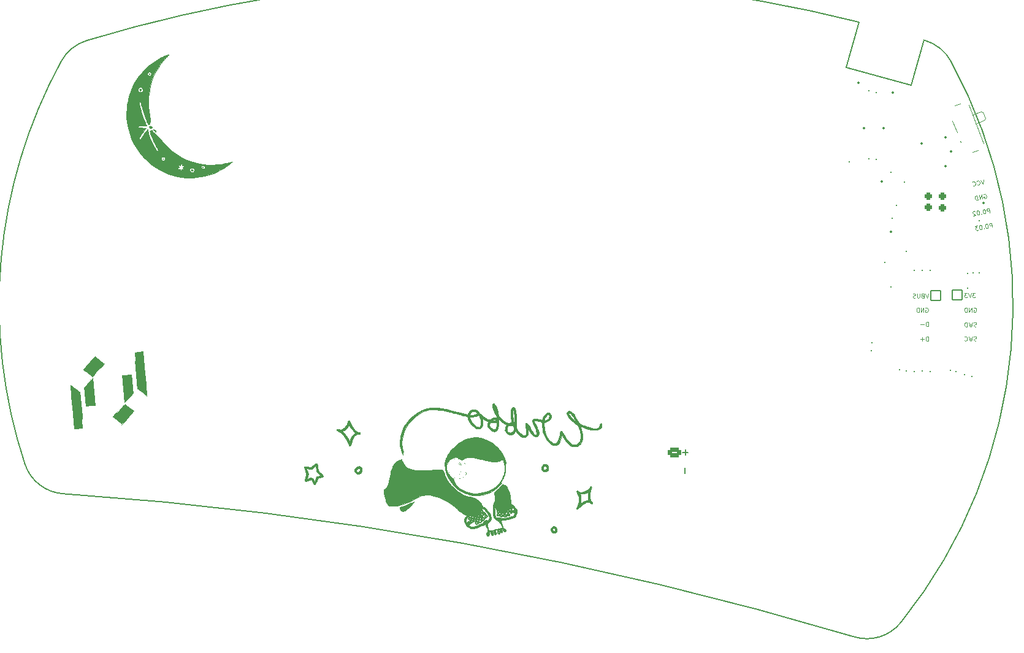
<source format=gbr>
%TF.GenerationSoftware,KiCad,Pcbnew,6.0.4-6f826c9f35~116~ubuntu20.04.1*%
%TF.CreationDate,2022-04-29T22:26:56+02:00*%
%TF.ProjectId,Wubbo,57756262-6f2e-46b6-9963-61645f706362,v0.1*%
%TF.SameCoordinates,Original*%
%TF.FileFunction,Legend,Bot*%
%TF.FilePolarity,Positive*%
%FSLAX46Y46*%
G04 Gerber Fmt 4.6, Leading zero omitted, Abs format (unit mm)*
G04 Created by KiCad (PCBNEW 6.0.4-6f826c9f35~116~ubuntu20.04.1) date 2022-04-29 22:26:56*
%MOMM*%
%LPD*%
G01*
G04 APERTURE LIST*
G04 Aperture macros list*
%AMRoundRect*
0 Rectangle with rounded corners*
0 $1 Rounding radius*
0 $2 $3 $4 $5 $6 $7 $8 $9 X,Y pos of 4 corners*
0 Add a 4 corners polygon primitive as box body*
4,1,4,$2,$3,$4,$5,$6,$7,$8,$9,$2,$3,0*
0 Add four circle primitives for the rounded corners*
1,1,$1+$1,$2,$3*
1,1,$1+$1,$4,$5*
1,1,$1+$1,$6,$7*
1,1,$1+$1,$8,$9*
0 Add four rect primitives between the rounded corners*
20,1,$1+$1,$2,$3,$4,$5,0*
20,1,$1+$1,$4,$5,$6,$7,0*
20,1,$1+$1,$6,$7,$8,$9,0*
20,1,$1+$1,$8,$9,$2,$3,0*%
%AMHorizOval*
0 Thick line with rounded ends*
0 $1 width*
0 $2 $3 position (X,Y) of the first rounded end (center of the circle)*
0 $4 $5 position (X,Y) of the second rounded end (center of the circle)*
0 Add line between two ends*
20,1,$1,$2,$3,$4,$5,0*
0 Add two circle primitives to create the rounded ends*
1,1,$1,$2,$3*
1,1,$1,$4,$5*%
G04 Aperture macros list end*
%TA.AperFunction,Profile*%
%ADD10C,0.150000*%
%TD*%
%ADD11C,0.100000*%
%ADD12C,0.150000*%
%ADD13C,0.010000*%
%ADD14C,0.120000*%
%ADD15C,0.350000*%
%ADD16C,0.200000*%
%ADD17HorizOval,0.635000X-0.317065X-0.016617X0.317065X0.016617X0*%
%ADD18O,1.270000X0.635000*%
%ADD19HorizOval,0.635000X-0.139183X-0.285367X0.139183X0.285367X0*%
%ADD20HorizOval,0.635000X-0.317452X0.005541X0.317452X-0.005541X0*%
%ADD21HorizOval,0.635000X-0.316292X-0.027672X0.316292X0.027672X0*%
%ADD22C,0.300000*%
%ADD23HorizOval,0.635000X-0.317307X0.011081X0.317307X-0.011081X0*%
%ADD24HorizOval,0.600000X-0.160343X-0.578178X0.160343X0.578178X0*%
%ADD25HorizOval,0.600000X-0.106895X-0.385452X0.106895X0.385452X0*%
%ADD26HorizOval,0.635000X-0.311667X0.060582X0.311667X-0.060582X0*%
%ADD27C,1.801800*%
%ADD28C,3.529000*%
%ADD29HorizOval,1.200000X-0.449383X-0.023551X0.449383X0.023551X0*%
%ADD30O,2.100000X1.200000*%
%ADD31RoundRect,0.268750X0.256250X-0.218750X0.256250X0.218750X-0.256250X0.218750X-0.256250X-0.218750X0*%
%ADD32RoundRect,0.050000X-0.675000X-0.675000X0.675000X-0.675000X0.675000X0.675000X-0.675000X0.675000X0*%
%ADD33O,1.450000X1.450000*%
%ADD34HorizOval,1.200000X-0.197267X-0.404457X0.197267X0.404457X0*%
%ADD35RoundRect,0.300000X-0.625000X0.350000X-0.625000X-0.350000X0.625000X-0.350000X0.625000X0.350000X0*%
%ADD36O,1.850000X1.300000*%
%ADD37HorizOval,1.200000X-0.449931X0.007854X0.449931X-0.007854X0*%
%ADD38C,0.800000*%
%ADD39C,4.500000*%
%ADD40HorizOval,1.200000X-0.448288X-0.039220X0.448288X0.039220X0*%
%ADD41RoundRect,0.550000X0.612372X0.353553X-0.353553X0.612372X-0.612372X-0.353553X0.353553X-0.612372X0*%
%ADD42C,1.000000*%
%ADD43HorizOval,1.200000X-0.449726X0.015705X0.449726X-0.015705X0*%
%ADD44HorizOval,1.100000X-0.160343X-0.578178X0.160343X0.578178X0*%
%ADD45HorizOval,1.100000X-0.106895X-0.385452X0.106895X0.385452X0*%
%ADD46RoundRect,0.050000X-0.533802X-0.791394X0.791394X-0.533802X0.533802X0.791394X-0.791394X0.533802X0*%
%ADD47HorizOval,1.450000X0.000000X0.000000X0.000000X0.000000X0*%
%ADD48HorizOval,1.200000X-0.441732X0.085864X0.441732X-0.085864X0*%
%ADD49RoundRect,0.050000X-0.552616X0.323443X-0.194248X-0.610137X0.552616X-0.323443X0.194248X0.610137X0*%
%ADD50RoundRect,0.050000X-0.825614X0.057977X-0.574757X-0.595529X0.825614X-0.057977X0.574757X0.595529X0*%
G04 APERTURE END LIST*
D10*
X104544530Y51844171D02*
G75*
G03*
X-2083172Y49308466I-48731160J-193972341D01*
G01*
X-5611244Y46442888D02*
G75*
G03*
X-10622661Y-9179340I61424614J-33571068D01*
G01*
X104544530Y51844172D02*
X102813372Y45601818D01*
X110309220Y-31062252D02*
G75*
G03*
X117237987Y46442886I-54495848J43934070D01*
G01*
X111755862Y43121846D02*
X113489973Y49374846D01*
X117237963Y46442874D02*
G75*
G03*
X113709916Y49308466I-5264963J-2877474D01*
G01*
X-2083173Y49308466D02*
G75*
G03*
X-5611244Y46442886I1736897J-5743100D01*
G01*
X103920858Y-33045467D02*
G75*
G03*
X-5334370Y-13275473I-143107476J-479082651D01*
G01*
X102813372Y45601818D02*
X111755862Y43121846D01*
X113709916Y49308466D02*
G75*
G03*
X113489972Y49374846I-59168016J-195650166D01*
G01*
X103920840Y-33045522D02*
G75*
G03*
X110309219Y-31062252I1717260J5749022D01*
G01*
X-10622661Y-9179341D02*
G75*
G03*
X-5334370Y-13275474I5694518J1890101D01*
G01*
D11*
X122967673Y23534351D02*
X122853188Y24123327D01*
X122628816Y24079714D01*
X122578175Y24040764D01*
X122555580Y24007266D01*
X122538437Y23945721D01*
X122554792Y23861582D01*
X122593742Y23810940D01*
X122627240Y23788346D01*
X122688785Y23771203D01*
X122913157Y23814816D01*
X122152026Y23987035D02*
X122095933Y23976132D01*
X122045291Y23937182D01*
X122022697Y23903684D01*
X122005554Y23842139D01*
X121999314Y23724502D01*
X122026572Y23584269D01*
X122076425Y23477535D01*
X122115375Y23426894D01*
X122148873Y23404299D01*
X122210418Y23387156D01*
X122266511Y23398059D01*
X122317152Y23437009D01*
X122339747Y23470507D01*
X122356890Y23532052D01*
X122363130Y23649689D01*
X122335872Y23789922D01*
X122286018Y23896656D01*
X122247069Y23947297D01*
X122213570Y23969892D01*
X122152026Y23987035D01*
X121806864Y23366925D02*
X121784269Y23333427D01*
X121817767Y23310832D01*
X121840362Y23344330D01*
X121806864Y23366925D01*
X121817767Y23310832D01*
X121310631Y23823485D02*
X121254538Y23812581D01*
X121203897Y23773631D01*
X121181302Y23740133D01*
X121164159Y23678589D01*
X121157919Y23560951D01*
X121185177Y23420719D01*
X121235031Y23313984D01*
X121273981Y23263343D01*
X121307479Y23240748D01*
X121369023Y23223605D01*
X121425116Y23234508D01*
X121475758Y23273458D01*
X121498352Y23306956D01*
X121515496Y23368501D01*
X121521735Y23486139D01*
X121494477Y23626371D01*
X121444624Y23733105D01*
X121405674Y23783747D01*
X121372176Y23806342D01*
X121310631Y23823485D01*
X120917980Y23747161D02*
X120553376Y23676289D01*
X120793315Y23490079D01*
X120709175Y23473724D01*
X120658534Y23434774D01*
X120635939Y23401276D01*
X120618796Y23339731D01*
X120646054Y23199499D01*
X120685004Y23148858D01*
X120718502Y23126263D01*
X120780047Y23109120D01*
X120948326Y23141830D01*
X120998967Y23180780D01*
X121021562Y23214278D01*
X120754285Y7877142D02*
X120668571Y7848571D01*
X120525714Y7848571D01*
X120468571Y7877142D01*
X120440000Y7905714D01*
X120411428Y7962857D01*
X120411428Y8020000D01*
X120440000Y8077142D01*
X120468571Y8105714D01*
X120525714Y8134285D01*
X120640000Y8162857D01*
X120697142Y8191428D01*
X120725714Y8220000D01*
X120754285Y8277142D01*
X120754285Y8334285D01*
X120725714Y8391428D01*
X120697142Y8420000D01*
X120640000Y8448571D01*
X120497142Y8448571D01*
X120411428Y8420000D01*
X120211428Y8448571D02*
X120068571Y7848571D01*
X119954285Y8277142D01*
X119840000Y7848571D01*
X119697142Y8448571D01*
X119125714Y7905714D02*
X119154285Y7877142D01*
X119240000Y7848571D01*
X119297142Y7848571D01*
X119382857Y7877142D01*
X119440000Y7934285D01*
X119468571Y7991428D01*
X119497142Y8105714D01*
X119497142Y8191428D01*
X119468571Y8305714D01*
X119440000Y8362857D01*
X119382857Y8420000D01*
X119297142Y8448571D01*
X119240000Y8448571D01*
X119154285Y8420000D01*
X119125714Y8391428D01*
X113737142Y12380000D02*
X113794285Y12408571D01*
X113880000Y12408571D01*
X113965714Y12380000D01*
X114022857Y12322857D01*
X114051428Y12265714D01*
X114080000Y12151428D01*
X114080000Y12065714D01*
X114051428Y11951428D01*
X114022857Y11894285D01*
X113965714Y11837142D01*
X113880000Y11808571D01*
X113822857Y11808571D01*
X113737142Y11837142D01*
X113708571Y11865714D01*
X113708571Y12065714D01*
X113822857Y12065714D01*
X113451428Y11808571D02*
X113451428Y12408571D01*
X113108571Y11808571D01*
X113108571Y12408571D01*
X112822857Y11808571D02*
X112822857Y12408571D01*
X112680000Y12408571D01*
X112594285Y12380000D01*
X112537142Y12322857D01*
X112508571Y12265714D01*
X112480000Y12151428D01*
X112480000Y12065714D01*
X112508571Y11951428D01*
X112537142Y11894285D01*
X112594285Y11837142D01*
X112680000Y11808571D01*
X112822857Y11808571D01*
X122617673Y25544351D02*
X122503188Y26133327D01*
X122278816Y26089714D01*
X122228175Y26050764D01*
X122205580Y26017266D01*
X122188437Y25955721D01*
X122204792Y25871582D01*
X122243742Y25820940D01*
X122277240Y25798346D01*
X122338785Y25781203D01*
X122563157Y25824816D01*
X121802026Y25997035D02*
X121745933Y25986132D01*
X121695291Y25947182D01*
X121672697Y25913684D01*
X121655554Y25852139D01*
X121649314Y25734502D01*
X121676572Y25594269D01*
X121726425Y25487535D01*
X121765375Y25436894D01*
X121798873Y25414299D01*
X121860418Y25397156D01*
X121916511Y25408059D01*
X121967152Y25447009D01*
X121989747Y25480507D01*
X122006890Y25542052D01*
X122013130Y25659689D01*
X121985872Y25799922D01*
X121936018Y25906656D01*
X121897069Y25957297D01*
X121863570Y25979892D01*
X121802026Y25997035D01*
X121456864Y25376925D02*
X121434269Y25343427D01*
X121467767Y25320832D01*
X121490362Y25354330D01*
X121456864Y25376925D01*
X121467767Y25320832D01*
X120960631Y25833485D02*
X120904538Y25822581D01*
X120853897Y25783631D01*
X120831302Y25750133D01*
X120814159Y25688589D01*
X120807919Y25570951D01*
X120835177Y25430719D01*
X120885031Y25323984D01*
X120923981Y25273343D01*
X120957479Y25250748D01*
X121019023Y25233605D01*
X121075116Y25244508D01*
X121125758Y25283458D01*
X121148352Y25316956D01*
X121165496Y25378501D01*
X121171735Y25496139D01*
X121144477Y25636371D01*
X121094624Y25743105D01*
X121055674Y25793747D01*
X121022176Y25816342D01*
X120960631Y25833485D01*
X120550837Y25695616D02*
X120517339Y25718211D01*
X120455794Y25735354D01*
X120315562Y25708096D01*
X120264920Y25669146D01*
X120242326Y25635648D01*
X120225182Y25574103D01*
X120236086Y25518010D01*
X120280487Y25439322D01*
X120682466Y25168185D01*
X120317861Y25097313D01*
X114098571Y9868571D02*
X114098571Y10468571D01*
X113955714Y10468571D01*
X113870000Y10440000D01*
X113812857Y10382857D01*
X113784285Y10325714D01*
X113755714Y10211428D01*
X113755714Y10125714D01*
X113784285Y10011428D01*
X113812857Y9954285D01*
X113870000Y9897142D01*
X113955714Y9868571D01*
X114098571Y9868571D01*
X113498571Y10097142D02*
X113041428Y10097142D01*
X121741501Y28051715D02*
X121792142Y28090664D01*
X121876281Y28107020D01*
X121965873Y28095328D01*
X122032869Y28050138D01*
X122071819Y27999497D01*
X122121672Y27892763D01*
X122138027Y27808623D01*
X122131787Y27690986D01*
X122114644Y27629441D01*
X122069455Y27562445D01*
X121990767Y27518043D01*
X121934674Y27507140D01*
X121845083Y27518831D01*
X121811585Y27541426D01*
X121773423Y27737752D01*
X121885609Y27759558D01*
X121570069Y27436268D02*
X121455584Y28025244D01*
X121233512Y27370848D01*
X121119026Y27959824D01*
X120953047Y27316331D02*
X120838561Y27905307D01*
X120698329Y27878049D01*
X120619641Y27833647D01*
X120574451Y27766651D01*
X120557308Y27705106D01*
X120551069Y27587469D01*
X120567424Y27503329D01*
X120617277Y27396595D01*
X120656227Y27345953D01*
X120723223Y27300764D01*
X120812814Y27289072D01*
X120953047Y27316331D01*
X120754285Y9837142D02*
X120668571Y9808571D01*
X120525714Y9808571D01*
X120468571Y9837142D01*
X120440000Y9865714D01*
X120411428Y9922857D01*
X120411428Y9980000D01*
X120440000Y10037142D01*
X120468571Y10065714D01*
X120525714Y10094285D01*
X120640000Y10122857D01*
X120697142Y10151428D01*
X120725714Y10180000D01*
X120754285Y10237142D01*
X120754285Y10294285D01*
X120725714Y10351428D01*
X120697142Y10380000D01*
X120640000Y10408571D01*
X120497142Y10408571D01*
X120411428Y10380000D01*
X120211428Y10408571D02*
X120068571Y9808571D01*
X119954285Y10237142D01*
X119840000Y9808571D01*
X119697142Y10408571D01*
X119468571Y9808571D02*
X119468571Y10408571D01*
X119325714Y10408571D01*
X119240000Y10380000D01*
X119182857Y10322857D01*
X119154285Y10265714D01*
X119125714Y10151428D01*
X119125714Y10065714D01*
X119154285Y9951428D01*
X119182857Y9894285D01*
X119240000Y9837142D01*
X119325714Y9808571D01*
X119468571Y9808571D01*
X114110000Y14378571D02*
X113910000Y13778571D01*
X113710000Y14378571D01*
X113310000Y14092857D02*
X113224285Y14064285D01*
X113195714Y14035714D01*
X113167142Y13978571D01*
X113167142Y13892857D01*
X113195714Y13835714D01*
X113224285Y13807142D01*
X113281428Y13778571D01*
X113510000Y13778571D01*
X113510000Y14378571D01*
X113310000Y14378571D01*
X113252857Y14350000D01*
X113224285Y14321428D01*
X113195714Y14264285D01*
X113195714Y14207142D01*
X113224285Y14150000D01*
X113252857Y14121428D01*
X113310000Y14092857D01*
X113510000Y14092857D01*
X112910000Y14378571D02*
X112910000Y13892857D01*
X112881428Y13835714D01*
X112852857Y13807142D01*
X112795714Y13778571D01*
X112681428Y13778571D01*
X112624285Y13807142D01*
X112595714Y13835714D01*
X112567142Y13892857D01*
X112567142Y14378571D01*
X112310000Y13807142D02*
X112224285Y13778571D01*
X112081428Y13778571D01*
X112024285Y13807142D01*
X111995714Y13835714D01*
X111967142Y13892857D01*
X111967142Y13950000D01*
X111995714Y14007142D01*
X112024285Y14035714D01*
X112081428Y14064285D01*
X112195714Y14092857D01*
X112252857Y14121428D01*
X112281428Y14150000D01*
X112310000Y14207142D01*
X112310000Y14264285D01*
X112281428Y14321428D01*
X112252857Y14350000D01*
X112195714Y14378571D01*
X112052857Y14378571D01*
X111967142Y14350000D01*
X121702607Y30115181D02*
X121620767Y29488043D01*
X121309956Y30038858D01*
X120880655Y29402392D02*
X120914153Y29379798D01*
X121003744Y29368106D01*
X121059837Y29379010D01*
X121138525Y29423411D01*
X121183714Y29490407D01*
X121200858Y29551952D01*
X121207097Y29669590D01*
X121190742Y29753729D01*
X121140889Y29860463D01*
X121101939Y29911105D01*
X121034943Y29956294D01*
X120945352Y29967986D01*
X120889259Y29957082D01*
X120810571Y29912681D01*
X120787976Y29879183D01*
X120291678Y29287907D02*
X120325177Y29265312D01*
X120414768Y29253621D01*
X120470861Y29264524D01*
X120549548Y29308926D01*
X120594738Y29375922D01*
X120611881Y29437467D01*
X120618121Y29555104D01*
X120601766Y29639244D01*
X120551913Y29745978D01*
X120512963Y29796619D01*
X120445966Y29841809D01*
X120356375Y29853500D01*
X120300282Y29842597D01*
X120221595Y29798196D01*
X120199000Y29764697D01*
X120582857Y14438571D02*
X120211428Y14438571D01*
X120411428Y14210000D01*
X120325714Y14210000D01*
X120268571Y14181428D01*
X120240000Y14152857D01*
X120211428Y14095714D01*
X120211428Y13952857D01*
X120240000Y13895714D01*
X120268571Y13867142D01*
X120325714Y13838571D01*
X120497142Y13838571D01*
X120554285Y13867142D01*
X120582857Y13895714D01*
X120040000Y14438571D02*
X119840000Y13838571D01*
X119640000Y14438571D01*
X119497142Y14438571D02*
X119125714Y14438571D01*
X119325714Y14210000D01*
X119240000Y14210000D01*
X119182857Y14181428D01*
X119154285Y14152857D01*
X119125714Y14095714D01*
X119125714Y13952857D01*
X119154285Y13895714D01*
X119182857Y13867142D01*
X119240000Y13838571D01*
X119411428Y13838571D01*
X119468571Y13867142D01*
X119497142Y13895714D01*
X120377142Y12390000D02*
X120434285Y12418571D01*
X120520000Y12418571D01*
X120605714Y12390000D01*
X120662857Y12332857D01*
X120691428Y12275714D01*
X120720000Y12161428D01*
X120720000Y12075714D01*
X120691428Y11961428D01*
X120662857Y11904285D01*
X120605714Y11847142D01*
X120520000Y11818571D01*
X120462857Y11818571D01*
X120377142Y11847142D01*
X120348571Y11875714D01*
X120348571Y12075714D01*
X120462857Y12075714D01*
X120091428Y11818571D02*
X120091428Y12418571D01*
X119748571Y11818571D01*
X119748571Y12418571D01*
X119462857Y11818571D02*
X119462857Y12418571D01*
X119320000Y12418571D01*
X119234285Y12390000D01*
X119177142Y12332857D01*
X119148571Y12275714D01*
X119120000Y12161428D01*
X119120000Y12075714D01*
X119148571Y11961428D01*
X119177142Y11904285D01*
X119234285Y11847142D01*
X119320000Y11818571D01*
X119462857Y11818571D01*
X114088571Y7838571D02*
X114088571Y8438571D01*
X113945714Y8438571D01*
X113860000Y8410000D01*
X113802857Y8352857D01*
X113774285Y8295714D01*
X113745714Y8181428D01*
X113745714Y8095714D01*
X113774285Y7981428D01*
X113802857Y7924285D01*
X113860000Y7867142D01*
X113945714Y7838571D01*
X114088571Y7838571D01*
X113488571Y8067142D02*
X113031428Y8067142D01*
X113260000Y7838571D02*
X113260000Y8295714D01*
D12*
%TO.C,J4*%
X80558571Y-7199047D02*
X80558571Y-7960952D01*
X80177619Y-7580000D02*
X80939523Y-7580000D01*
X80518571Y-9709047D02*
X80518571Y-10470952D01*
%TO.C,*%
%TO.C,Ref\u002A\u002A*%
G36*
X60764199Y-9439343D02*
G01*
X60850372Y-9321221D01*
X60965961Y-9230817D01*
X60996384Y-9214442D01*
X61124007Y-9168604D01*
X61244730Y-9163122D01*
X61349099Y-9191426D01*
X61435719Y-9238148D01*
X61504235Y-9302416D01*
X61564233Y-9394314D01*
X61589599Y-9444416D01*
X61625047Y-9528413D01*
X61643635Y-9604750D01*
X61650058Y-9695178D01*
X61650316Y-9725718D01*
X61635072Y-9875983D01*
X61589412Y-9997034D01*
X61513500Y-10088640D01*
X61407499Y-10150571D01*
X61332409Y-10172780D01*
X61245579Y-10188536D01*
X61174378Y-10192102D01*
X61096752Y-10183552D01*
X61043408Y-10173727D01*
X60907073Y-10131093D01*
X60804621Y-10063217D01*
X60735193Y-9969049D01*
X60697936Y-9847539D01*
X60690561Y-9740750D01*
X60693122Y-9719717D01*
X60929973Y-9719717D01*
X60936495Y-9805221D01*
X60979243Y-9872146D01*
X61056225Y-9917818D01*
X61165447Y-9939562D01*
X61202169Y-9941004D01*
X61272855Y-9934353D01*
X61326162Y-9906648D01*
X61355628Y-9879961D01*
X61394595Y-9833411D01*
X61412863Y-9784211D01*
X61417497Y-9713022D01*
X61417500Y-9710628D01*
X61410636Y-9628565D01*
X61388598Y-9578548D01*
X61380458Y-9570081D01*
X61326850Y-9525169D01*
X61267081Y-9479426D01*
X61212031Y-9440666D01*
X61172578Y-9416706D01*
X61161326Y-9412666D01*
X61127580Y-9428357D01*
X61080051Y-9468427D01*
X61028941Y-9522369D01*
X60984449Y-9579677D01*
X60961672Y-9618308D01*
X60929973Y-9719717D01*
X60693122Y-9719717D01*
X60710058Y-9580685D01*
X60764199Y-9439343D01*
G37*
D13*
X60764199Y-9439343D02*
X60850372Y-9321221D01*
X60965961Y-9230817D01*
X60996384Y-9214442D01*
X61124007Y-9168604D01*
X61244730Y-9163122D01*
X61349099Y-9191426D01*
X61435719Y-9238148D01*
X61504235Y-9302416D01*
X61564233Y-9394314D01*
X61589599Y-9444416D01*
X61625047Y-9528413D01*
X61643635Y-9604750D01*
X61650058Y-9695178D01*
X61650316Y-9725718D01*
X61635072Y-9875983D01*
X61589412Y-9997034D01*
X61513500Y-10088640D01*
X61407499Y-10150571D01*
X61332409Y-10172780D01*
X61245579Y-10188536D01*
X61174378Y-10192102D01*
X61096752Y-10183552D01*
X61043408Y-10173727D01*
X60907073Y-10131093D01*
X60804621Y-10063217D01*
X60735193Y-9969049D01*
X60697936Y-9847539D01*
X60690561Y-9740750D01*
X60693122Y-9719717D01*
X60929973Y-9719717D01*
X60936495Y-9805221D01*
X60979243Y-9872146D01*
X61056225Y-9917818D01*
X61165447Y-9939562D01*
X61202169Y-9941004D01*
X61272855Y-9934353D01*
X61326162Y-9906648D01*
X61355628Y-9879961D01*
X61394595Y-9833411D01*
X61412863Y-9784211D01*
X61417497Y-9713022D01*
X61417500Y-9710628D01*
X61410636Y-9628565D01*
X61388598Y-9578548D01*
X61380458Y-9570081D01*
X61326850Y-9525169D01*
X61267081Y-9479426D01*
X61212031Y-9440666D01*
X61172578Y-9416706D01*
X61161326Y-9412666D01*
X61127580Y-9428357D01*
X61080051Y-9468427D01*
X61028941Y-9522369D01*
X60984449Y-9579677D01*
X60961672Y-9618308D01*
X60929973Y-9719717D01*
X60693122Y-9719717D01*
X60710058Y-9580685D01*
X60764199Y-9439343D01*
G36*
X51521187Y-17165181D02*
G01*
X51572144Y-17117634D01*
X51637545Y-17072741D01*
X51705158Y-17037140D01*
X51762750Y-17017474D01*
X51793108Y-17017565D01*
X51828484Y-17045811D01*
X51872403Y-17100219D01*
X51916809Y-17168006D01*
X51953646Y-17236393D01*
X51974856Y-17292596D01*
X51977166Y-17309561D01*
X51964109Y-17363605D01*
X51921133Y-17411797D01*
X51842529Y-17460354D01*
X51835342Y-17464030D01*
X51744734Y-17496382D01*
X51669083Y-17491154D01*
X51601854Y-17447236D01*
X51577215Y-17420245D01*
X51516138Y-17336423D01*
X51488168Y-17269870D01*
X51488746Y-17260790D01*
X51617333Y-17260790D01*
X51631687Y-17298275D01*
X51664698Y-17339548D01*
X51701290Y-17367577D01*
X51715175Y-17371333D01*
X51759622Y-17361689D01*
X51788058Y-17349421D01*
X51820290Y-17312249D01*
X51825475Y-17260627D01*
X51807774Y-17208707D01*
X51771351Y-17170640D01*
X51732238Y-17159666D01*
X51697378Y-17173631D01*
X51656028Y-17205880D01*
X51624625Y-17241948D01*
X51617333Y-17260790D01*
X51488746Y-17260790D01*
X51491758Y-17213541D01*
X51521187Y-17165181D01*
G37*
X51521187Y-17165181D02*
X51572144Y-17117634D01*
X51637545Y-17072741D01*
X51705158Y-17037140D01*
X51762750Y-17017474D01*
X51793108Y-17017565D01*
X51828484Y-17045811D01*
X51872403Y-17100219D01*
X51916809Y-17168006D01*
X51953646Y-17236393D01*
X51974856Y-17292596D01*
X51977166Y-17309561D01*
X51964109Y-17363605D01*
X51921133Y-17411797D01*
X51842529Y-17460354D01*
X51835342Y-17464030D01*
X51744734Y-17496382D01*
X51669083Y-17491154D01*
X51601854Y-17447236D01*
X51577215Y-17420245D01*
X51516138Y-17336423D01*
X51488168Y-17269870D01*
X51488746Y-17260790D01*
X51617333Y-17260790D01*
X51631687Y-17298275D01*
X51664698Y-17339548D01*
X51701290Y-17367577D01*
X51715175Y-17371333D01*
X51759622Y-17361689D01*
X51788058Y-17349421D01*
X51820290Y-17312249D01*
X51825475Y-17260627D01*
X51807774Y-17208707D01*
X51771351Y-17170640D01*
X51732238Y-17159666D01*
X51697378Y-17173631D01*
X51656028Y-17205880D01*
X51624625Y-17241948D01*
X51617333Y-17260790D01*
X51488746Y-17260790D01*
X51491758Y-17213541D01*
X51521187Y-17165181D01*
G36*
X56467341Y-1893864D02*
G01*
X56499218Y-1710491D01*
X56544784Y-1554344D01*
X56603653Y-1429595D01*
X56675437Y-1340415D01*
X56689013Y-1329000D01*
X56766884Y-1287795D01*
X56841717Y-1287530D01*
X56912290Y-1326852D01*
X56977383Y-1404408D01*
X57035774Y-1518843D01*
X57086241Y-1668804D01*
X57118353Y-1804750D01*
X57139231Y-1917660D01*
X57157103Y-2036415D01*
X57172280Y-2165655D01*
X57185069Y-2310016D01*
X57195779Y-2474135D01*
X57204721Y-2662650D01*
X57212202Y-2880198D01*
X57218531Y-3131415D01*
X57223328Y-3380166D01*
X57237720Y-4216250D01*
X57307311Y-4364416D01*
X57337624Y-4423868D01*
X57372562Y-4479674D01*
X57417534Y-4538387D01*
X57477950Y-4606560D01*
X57559219Y-4690743D01*
X57656837Y-4787750D01*
X57819085Y-4940811D01*
X57960471Y-5059825D01*
X58083400Y-5146109D01*
X58190280Y-5200980D01*
X58283516Y-5225757D01*
X58365513Y-5221756D01*
X58415809Y-5203407D01*
X58469644Y-5170868D01*
X58509618Y-5130994D01*
X58537636Y-5077435D01*
X58555605Y-5003838D01*
X58565428Y-4903851D01*
X58569013Y-4771121D01*
X58569071Y-4692500D01*
X58566521Y-4535420D01*
X58559438Y-4403758D01*
X58546242Y-4280700D01*
X58525359Y-4149433D01*
X58510863Y-4071965D01*
X58489932Y-3958091D01*
X58472489Y-3851920D01*
X58460111Y-3763922D01*
X58454379Y-3704565D01*
X58454166Y-3696257D01*
X58469971Y-3613595D01*
X58513680Y-3555788D01*
X58579735Y-3529365D01*
X58597041Y-3528412D01*
X58651419Y-3535804D01*
X58705179Y-3559968D01*
X58760903Y-3604108D01*
X58821177Y-3671431D01*
X58888583Y-3765142D01*
X58965705Y-3888446D01*
X59055126Y-4044550D01*
X59142866Y-4205666D01*
X59271489Y-4438367D01*
X59388211Y-4633535D01*
X59494845Y-4793692D01*
X59593202Y-4921356D01*
X59685094Y-5019047D01*
X59772335Y-5089283D01*
X59783870Y-5096809D01*
X59870468Y-5142730D01*
X59936214Y-5155383D01*
X59986215Y-5134938D01*
X60012426Y-5104390D01*
X60037850Y-5029915D01*
X60038991Y-4922579D01*
X60016239Y-4783919D01*
X59969985Y-4615475D01*
X59900620Y-4418783D01*
X59808535Y-4195381D01*
X59746409Y-4057500D01*
X59671956Y-3895118D01*
X59613567Y-3763507D01*
X59568409Y-3655556D01*
X59533650Y-3564151D01*
X59506457Y-3482182D01*
X59483999Y-3402538D01*
X59481180Y-3391594D01*
X59457378Y-3281417D01*
X59450854Y-3196684D01*
X59461520Y-3124230D01*
X59474838Y-3086118D01*
X61100000Y-3086118D01*
X61101974Y-3127385D01*
X61115653Y-3144450D01*
X61152669Y-3144082D01*
X61189958Y-3138462D01*
X61262575Y-3120804D01*
X61347480Y-3091705D01*
X61390733Y-3073568D01*
X61517810Y-3005723D01*
X61611952Y-2930846D01*
X61682551Y-2840965D01*
X61699932Y-2811008D01*
X61748878Y-2696699D01*
X61770061Y-2591373D01*
X61766649Y-2499313D01*
X61741809Y-2424803D01*
X61698707Y-2372123D01*
X61640511Y-2345559D01*
X61570387Y-2349391D01*
X61491502Y-2387904D01*
X61427738Y-2442901D01*
X61355668Y-2528998D01*
X61283889Y-2635421D01*
X61217474Y-2752207D01*
X61161501Y-2869393D01*
X61121046Y-2977018D01*
X61101184Y-3065119D01*
X61100000Y-3086118D01*
X59474838Y-3086118D01*
X59479082Y-3073975D01*
X59520875Y-3009716D01*
X59586641Y-2963124D01*
X59678628Y-2934088D01*
X59799084Y-2922498D01*
X59950257Y-2928240D01*
X60134395Y-2951204D01*
X60353746Y-2991279D01*
X60501976Y-3023215D01*
X60606273Y-3045505D01*
X60696127Y-3062422D01*
X60763322Y-3072588D01*
X60799641Y-3074624D01*
X60802958Y-3073687D01*
X60818558Y-3048443D01*
X60840803Y-2993491D01*
X60865257Y-2919982D01*
X60868749Y-2908356D01*
X60940893Y-2707335D01*
X61030242Y-2528663D01*
X61133714Y-2375732D01*
X61248229Y-2251935D01*
X61370707Y-2160663D01*
X61498067Y-2105309D01*
X61612835Y-2089000D01*
X61739819Y-2104643D01*
X61846731Y-2154309D01*
X61919853Y-2216527D01*
X61998623Y-2325860D01*
X62041769Y-2451339D01*
X62050140Y-2587618D01*
X62024582Y-2729347D01*
X61965943Y-2871179D01*
X61875071Y-3007767D01*
X61778099Y-3111180D01*
X61641632Y-3221820D01*
X61500443Y-3302059D01*
X61339377Y-3359845D01*
X61270503Y-3377409D01*
X61185454Y-3400255D01*
X61113732Y-3425047D01*
X61067594Y-3447373D01*
X61060558Y-3452948D01*
X61039619Y-3499024D01*
X61029380Y-3580343D01*
X61029014Y-3691413D01*
X61037693Y-3826744D01*
X61054588Y-3980844D01*
X61078872Y-4148221D01*
X61109717Y-4323386D01*
X61146295Y-4500847D01*
X61187778Y-4675113D01*
X61233338Y-4840692D01*
X61282148Y-4992095D01*
X61300011Y-5041157D01*
X61405008Y-5288014D01*
X61526203Y-5517478D01*
X61660232Y-5725119D01*
X61803729Y-5906506D01*
X61953329Y-6057208D01*
X62105668Y-6172796D01*
X62198501Y-6224168D01*
X62343539Y-6275127D01*
X62486362Y-6292300D01*
X62618738Y-6275362D01*
X62699034Y-6243959D01*
X62820398Y-6159580D01*
X62926197Y-6041702D01*
X63017061Y-5888981D01*
X63093620Y-5700078D01*
X63156501Y-5473651D01*
X63206334Y-5208359D01*
X63216013Y-5141728D01*
X63244722Y-4951538D01*
X63272665Y-4802685D01*
X63300090Y-4694183D01*
X63327250Y-4625047D01*
X63354394Y-4594293D01*
X63355445Y-4593862D01*
X63396880Y-4585691D01*
X63439498Y-4595179D01*
X63485918Y-4625305D01*
X63538758Y-4679049D01*
X63600638Y-4759389D01*
X63674175Y-4869305D01*
X63761990Y-5011776D01*
X63842176Y-5147583D01*
X64014047Y-5433207D01*
X64174446Y-5680223D01*
X64324786Y-5890350D01*
X64466476Y-6065307D01*
X64600928Y-6206811D01*
X64729554Y-6316580D01*
X64853763Y-6396334D01*
X64877804Y-6408640D01*
X64945549Y-6440699D01*
X65000363Y-6461576D01*
X65054814Y-6473659D01*
X65121471Y-6479339D01*
X65212903Y-6481005D01*
X65258804Y-6481083D01*
X65362726Y-6480443D01*
X65436219Y-6476964D01*
X65491189Y-6468304D01*
X65539537Y-6452125D01*
X65593166Y-6426086D01*
X65624763Y-6409135D01*
X65775006Y-6305634D01*
X65896493Y-6173285D01*
X65989575Y-6011328D01*
X66054599Y-5819002D01*
X66091916Y-5595548D01*
X66102108Y-5369833D01*
X66095744Y-5188031D01*
X66076277Y-5009983D01*
X66041819Y-4825786D01*
X65990479Y-4625537D01*
X65920369Y-4399334D01*
X65912284Y-4375000D01*
X65833582Y-4156952D01*
X65757186Y-3981053D01*
X65683037Y-3847180D01*
X65611075Y-3755216D01*
X65602311Y-3746736D01*
X65550725Y-3704506D01*
X65477293Y-3651551D01*
X65396760Y-3598439D01*
X65386250Y-3591895D01*
X65178620Y-3453659D01*
X64985191Y-3305346D01*
X64808066Y-3149982D01*
X64649346Y-2990591D01*
X64511137Y-2830198D01*
X64395540Y-2671830D01*
X64304659Y-2518510D01*
X64240598Y-2373265D01*
X64205459Y-2239120D01*
X64204672Y-2216149D01*
X64448836Y-2216149D01*
X64453146Y-2244190D01*
X64486166Y-2338216D01*
X64551451Y-2448603D01*
X64650172Y-2576974D01*
X64783499Y-2724951D01*
X64846500Y-2789711D01*
X64929790Y-2871520D01*
X65021529Y-2957874D01*
X65116031Y-3043839D01*
X65207609Y-3124485D01*
X65290578Y-3194878D01*
X65359252Y-3250085D01*
X65407946Y-3285174D01*
X65429516Y-3295500D01*
X65428286Y-3278816D01*
X65413199Y-3238553D01*
X65412646Y-3237291D01*
X65381847Y-3174508D01*
X65333998Y-3085411D01*
X65274596Y-2979517D01*
X65209139Y-2866342D01*
X65143125Y-2755400D01*
X65082053Y-2656208D01*
X65034617Y-2583005D01*
X64949052Y-2464754D01*
X64858434Y-2354476D01*
X64769419Y-2259289D01*
X64688661Y-2186309D01*
X64622890Y-2142690D01*
X64571363Y-2120997D01*
X64537299Y-2119331D01*
X64500896Y-2137629D01*
X64493721Y-2142282D01*
X64456476Y-2175237D01*
X64448836Y-2216149D01*
X64204672Y-2216149D01*
X64201345Y-2119099D01*
X64230360Y-2016229D01*
X64259142Y-1970641D01*
X64336113Y-1905161D01*
X64436561Y-1867137D01*
X64550435Y-1858174D01*
X64667687Y-1879881D01*
X64714103Y-1897882D01*
X64819297Y-1957023D01*
X64925286Y-2040352D01*
X65033955Y-2150298D01*
X65147186Y-2289291D01*
X65266864Y-2459757D01*
X65394874Y-2664125D01*
X65533099Y-2904823D01*
X65621602Y-3067469D01*
X65702882Y-3217510D01*
X65769305Y-3334829D01*
X65824602Y-3424741D01*
X65872506Y-3492559D01*
X65916746Y-3543597D01*
X65961055Y-3583167D01*
X66005659Y-3614374D01*
X66080278Y-3655873D01*
X66187909Y-3707720D01*
X66321375Y-3766956D01*
X66473502Y-3830621D01*
X66637112Y-3895755D01*
X66805032Y-3959398D01*
X66970084Y-4018590D01*
X67058416Y-4048633D01*
X67370008Y-4143315D01*
X67650241Y-4209659D01*
X67899221Y-4247648D01*
X68117055Y-4257261D01*
X68303853Y-4238479D01*
X68459720Y-4191285D01*
X68584766Y-4115657D01*
X68679096Y-4011578D01*
X68742819Y-3879028D01*
X68773001Y-3743948D01*
X68796112Y-3644025D01*
X68831810Y-3575247D01*
X68875131Y-3539398D01*
X68921107Y-3538262D01*
X68964773Y-3573624D01*
X69001162Y-3647270D01*
X69005312Y-3660462D01*
X69035152Y-3822383D01*
X69025459Y-3970640D01*
X68977277Y-4103631D01*
X68891654Y-4219753D01*
X68769633Y-4317401D01*
X68612261Y-4394974D01*
X68502916Y-4430770D01*
X68435108Y-4444552D01*
X68339256Y-4457628D01*
X68229633Y-4468272D01*
X68148500Y-4473549D01*
X67866961Y-4471495D01*
X67566309Y-4438062D01*
X67244990Y-4372888D01*
X66901453Y-4275613D01*
X66534145Y-4145875D01*
X66259784Y-4034585D01*
X66183473Y-4004463D01*
X66122284Y-3984687D01*
X66086173Y-3978310D01*
X66081288Y-3979822D01*
X66082306Y-4004069D01*
X66094868Y-4061203D01*
X66117083Y-4143968D01*
X66147063Y-4245104D01*
X66166374Y-4306551D01*
X66232667Y-4523562D01*
X66282569Y-4712876D01*
X66317948Y-4884988D01*
X66340675Y-5050393D01*
X66352617Y-5219589D01*
X66355676Y-5369833D01*
X66351928Y-5563125D01*
X66338310Y-5725493D01*
X66312725Y-5867625D01*
X66273081Y-6000208D01*
X66217283Y-6133931D01*
X66198179Y-6173643D01*
X66086967Y-6357486D01*
X65952211Y-6506180D01*
X65794449Y-6619396D01*
X65614216Y-6696801D01*
X65412051Y-6738065D01*
X65270677Y-6745353D01*
X65087375Y-6732732D01*
X64913234Y-6694392D01*
X64746110Y-6628508D01*
X64583858Y-6533256D01*
X64424335Y-6406812D01*
X64265397Y-6247351D01*
X64104898Y-6053049D01*
X63940697Y-5822081D01*
X63770647Y-5552624D01*
X63673047Y-5385951D01*
X63619548Y-5293833D01*
X63572538Y-5215495D01*
X63536410Y-5158072D01*
X63515556Y-5128695D01*
X63513295Y-5126599D01*
X63501764Y-5140335D01*
X63487393Y-5186604D01*
X63472993Y-5255985D01*
X63470772Y-5269230D01*
X63413505Y-5555434D01*
X63340081Y-5810045D01*
X63251351Y-6031415D01*
X63148164Y-6217894D01*
X63031368Y-6367834D01*
X62901813Y-6479585D01*
X62824085Y-6524832D01*
X62690654Y-6568630D01*
X62539055Y-6581923D01*
X62380706Y-6564480D01*
X62277515Y-6535833D01*
X62123289Y-6465472D01*
X61960359Y-6362128D01*
X61795925Y-6232049D01*
X61637186Y-6081485D01*
X61491340Y-5916684D01*
X61366114Y-5744707D01*
X61215467Y-5488418D01*
X61089474Y-5219721D01*
X60986725Y-4933748D01*
X60905811Y-4625633D01*
X60845325Y-4290508D01*
X60803855Y-3923505D01*
X60791927Y-3761166D01*
X60777973Y-3612937D01*
X60755944Y-3501025D01*
X60723726Y-3419833D01*
X60679203Y-3363766D01*
X60629444Y-3331370D01*
X60555289Y-3303118D01*
X60455324Y-3274731D01*
X60338067Y-3247607D01*
X60212033Y-3223145D01*
X60085737Y-3202743D01*
X59967697Y-3187799D01*
X59866427Y-3179711D01*
X59790444Y-3179879D01*
X59752492Y-3187375D01*
X59725006Y-3205349D01*
X59708522Y-3231976D01*
X59704156Y-3270891D01*
X59713022Y-3325733D01*
X59736237Y-3400137D01*
X59774916Y-3497741D01*
X59830174Y-3622181D01*
X59903129Y-3777094D01*
X59985464Y-3946854D01*
X60061799Y-4105482D01*
X60132026Y-4256377D01*
X60193404Y-4393309D01*
X60243190Y-4510047D01*
X60278639Y-4600362D01*
X60294927Y-4649741D01*
X60330855Y-4825206D01*
X60335417Y-4976303D01*
X60308171Y-5107575D01*
X60248672Y-5223568D01*
X60237375Y-5239343D01*
X60148514Y-5328795D01*
X60045256Y-5379865D01*
X59930138Y-5392969D01*
X59805697Y-5368523D01*
X59674471Y-5306943D01*
X59538998Y-5208646D01*
X59432582Y-5107353D01*
X59345912Y-5012207D01*
X59267989Y-4916999D01*
X59193433Y-4813874D01*
X59116864Y-4694974D01*
X59032899Y-4552442D01*
X58947236Y-4398700D01*
X58886054Y-4288795D01*
X58842266Y-4214784D01*
X58814476Y-4174628D01*
X58801290Y-4166284D01*
X58800788Y-4184500D01*
X58827837Y-4377986D01*
X58844251Y-4538163D01*
X58850454Y-4672583D01*
X58846869Y-4788799D01*
X58838877Y-4862570D01*
X58798865Y-5050987D01*
X58736869Y-5203843D01*
X58652333Y-5322088D01*
X58544701Y-5406671D01*
X58509560Y-5424820D01*
X58370896Y-5466615D01*
X58221510Y-5469515D01*
X58063899Y-5434844D01*
X57900557Y-5363926D01*
X57733979Y-5258084D01*
X57566661Y-5118641D01*
X57401098Y-4946921D01*
X57248376Y-4756000D01*
X57193445Y-4681371D01*
X57148410Y-4620496D01*
X57118760Y-4580775D01*
X57109904Y-4569300D01*
X57097816Y-4583083D01*
X57071832Y-4625727D01*
X57037299Y-4688388D01*
X57033115Y-4696300D01*
X56951907Y-4825572D01*
X56855073Y-4939598D01*
X56750555Y-5030692D01*
X56646295Y-5091170D01*
X56612399Y-5103368D01*
X56534649Y-5122730D01*
X56461693Y-5134887D01*
X56430794Y-5137000D01*
X56343421Y-5126066D01*
X56236228Y-5096761D01*
X56124529Y-5054324D01*
X56023639Y-5003997D01*
X55999989Y-4989575D01*
X55854804Y-4875703D01*
X55748684Y-4745640D01*
X55681692Y-4599659D01*
X55653894Y-4438032D01*
X55660715Y-4332666D01*
X55914838Y-4332666D01*
X55933099Y-4472232D01*
X55983491Y-4594968D01*
X56060398Y-4696967D01*
X56158206Y-4774323D01*
X56271303Y-4823130D01*
X56394072Y-4839481D01*
X56520902Y-4819469D01*
X56580898Y-4796119D01*
X56697236Y-4719202D01*
X56791758Y-4612568D01*
X56858574Y-4485726D01*
X56891792Y-4348181D01*
X56894322Y-4290333D01*
X56883962Y-4200754D01*
X56858701Y-4102543D01*
X56823055Y-4006869D01*
X56781538Y-3924900D01*
X56738664Y-3867805D01*
X56716912Y-3851437D01*
X56667549Y-3838189D01*
X56588867Y-3829568D01*
X56493644Y-3825729D01*
X56394657Y-3826831D01*
X56304683Y-3833030D01*
X56236500Y-3844484D01*
X56232899Y-3845479D01*
X56137413Y-3893228D01*
X56051800Y-3973825D01*
X55982141Y-4077958D01*
X55934517Y-4196310D01*
X55915007Y-4319569D01*
X55914838Y-4332666D01*
X55660715Y-4332666D01*
X55665353Y-4261032D01*
X55716133Y-4068933D01*
X55758396Y-3962490D01*
X55793282Y-3882998D01*
X55822126Y-3817091D01*
X55840307Y-3775337D01*
X55843462Y-3767993D01*
X55831014Y-3746579D01*
X55787253Y-3710792D01*
X55718557Y-3665539D01*
X55682919Y-3644381D01*
X55581931Y-3582107D01*
X55468865Y-3505672D01*
X55349417Y-3419635D01*
X55229282Y-3328558D01*
X55114155Y-3237002D01*
X55009732Y-3149529D01*
X54921709Y-3070699D01*
X54855779Y-3005073D01*
X54817640Y-2957214D01*
X54812626Y-2947398D01*
X54801322Y-2927722D01*
X54795200Y-2943030D01*
X54792597Y-2988583D01*
X54783291Y-3267051D01*
X54771958Y-3507059D01*
X54757858Y-3712462D01*
X54740246Y-3887114D01*
X54718379Y-4034870D01*
X54691514Y-4159584D01*
X54658909Y-4265110D01*
X54619819Y-4355303D01*
X54573503Y-4434017D01*
X54519216Y-4505106D01*
X54494948Y-4532439D01*
X54387382Y-4621826D01*
X54267013Y-4671439D01*
X54134971Y-4681480D01*
X53992386Y-4652148D01*
X53840389Y-4583645D01*
X53680110Y-4476171D01*
X53549095Y-4364511D01*
X53417953Y-4228306D01*
X53325469Y-4095867D01*
X53269411Y-3960011D01*
X53247546Y-3813553D01*
X53249461Y-3782379D01*
X53503721Y-3782379D01*
X53529867Y-3897852D01*
X53593378Y-4019641D01*
X53665027Y-4117101D01*
X53766614Y-4220214D01*
X53880658Y-4298699D01*
X53999950Y-4350106D01*
X54117279Y-4371987D01*
X54225437Y-4361896D01*
X54296689Y-4331571D01*
X54359005Y-4273275D01*
X54417174Y-4182280D01*
X54466064Y-4068211D01*
X54497767Y-3954364D01*
X54507799Y-3888708D01*
X54515796Y-3802093D01*
X54521501Y-3704326D01*
X54524658Y-3605217D01*
X54525010Y-3514572D01*
X54522301Y-3442201D01*
X54516274Y-3397911D01*
X54512535Y-3389878D01*
X54486408Y-3388394D01*
X54431583Y-3398791D01*
X54359282Y-3418860D01*
X54349704Y-3421898D01*
X54278748Y-3442859D01*
X54215197Y-3455801D01*
X54146432Y-3461888D01*
X54059834Y-3462283D01*
X53952168Y-3458561D01*
X53849781Y-3453683D01*
X53759921Y-3448570D01*
X53692792Y-3443855D01*
X53659916Y-3440421D01*
X53630585Y-3445125D01*
X53601215Y-3474814D01*
X53565271Y-3536483D01*
X53559375Y-3548003D01*
X53513904Y-3667627D01*
X53503721Y-3782379D01*
X53249461Y-3782379D01*
X53257639Y-3649308D01*
X53284260Y-3512554D01*
X53304784Y-3416683D01*
X53311909Y-3355653D01*
X53306120Y-3324313D01*
X53302367Y-3320243D01*
X53273304Y-3302882D01*
X53217035Y-3272626D01*
X53144354Y-3235240D01*
X53123929Y-3224977D01*
X53059792Y-3191202D01*
X53818666Y-3191202D01*
X53837873Y-3203029D01*
X53888472Y-3209216D01*
X53959933Y-3210007D01*
X54041725Y-3205642D01*
X54123319Y-3196362D01*
X54193370Y-3182620D01*
X54293544Y-3150185D01*
X54360907Y-3115404D01*
X54394193Y-3081673D01*
X54392138Y-3052387D01*
X54353477Y-3030942D01*
X54276945Y-3020734D01*
X54253833Y-3020333D01*
X54157844Y-3028012D01*
X54059321Y-3048709D01*
X53967203Y-3078914D01*
X53890429Y-3115117D01*
X53837937Y-3153808D01*
X53818666Y-3191202D01*
X53059792Y-3191202D01*
X53038722Y-3180107D01*
X52933559Y-3121412D01*
X52824191Y-3057807D01*
X52757892Y-3017797D01*
X52674692Y-2967768D01*
X52605439Y-2928200D01*
X52557502Y-2903161D01*
X52538340Y-2896603D01*
X52537227Y-2920574D01*
X52544784Y-2970118D01*
X52548822Y-2989177D01*
X52574955Y-3158086D01*
X52584211Y-3348933D01*
X52575995Y-3544579D01*
X52570113Y-3600990D01*
X52536777Y-3807801D01*
X52490087Y-3976088D01*
X52428432Y-4108000D01*
X52350200Y-4205684D01*
X52253778Y-4271289D01*
X52137555Y-4306964D01*
X52034115Y-4315386D01*
X51869554Y-4301151D01*
X51706315Y-4255113D01*
X51538438Y-4174970D01*
X51359963Y-4058421D01*
X51350272Y-4051315D01*
X51138822Y-3871750D01*
X50950798Y-3664169D01*
X50790720Y-3435199D01*
X50663109Y-3191467D01*
X50572485Y-2939600D01*
X50560304Y-2893322D01*
X50532165Y-2783189D01*
X50512625Y-2718087D01*
X50794885Y-2718087D01*
X50802590Y-2782413D01*
X50824907Y-2867768D01*
X50859449Y-2965850D01*
X50903830Y-3068358D01*
X50930043Y-3120732D01*
X51063580Y-3342734D01*
X51218585Y-3545771D01*
X51389767Y-3724589D01*
X51571836Y-3873936D01*
X51759503Y-3988559D01*
X51842413Y-4026610D01*
X51949599Y-4064026D01*
X52034123Y-4076526D01*
X52106791Y-4065117D01*
X52135440Y-4053865D01*
X52201840Y-4001479D01*
X52255901Y-3913818D01*
X52296597Y-3796401D01*
X52322897Y-3654746D01*
X52333774Y-3494374D01*
X52328200Y-3320803D01*
X52305466Y-3141383D01*
X52273194Y-2990808D01*
X52231115Y-2846304D01*
X52182066Y-2714145D01*
X52128880Y-2600604D01*
X52074395Y-2511952D01*
X52021445Y-2454464D01*
X51986629Y-2436077D01*
X51932909Y-2439628D01*
X51866952Y-2477323D01*
X51862599Y-2480607D01*
X51786088Y-2528663D01*
X51692642Y-2567013D01*
X51576514Y-2597010D01*
X51431958Y-2620004D01*
X51253229Y-2637348D01*
X51172833Y-2642885D01*
X51054870Y-2651266D01*
X50951529Y-2660481D01*
X50870298Y-2669712D01*
X50818663Y-2678144D01*
X50804181Y-2683092D01*
X50794885Y-2718087D01*
X50512625Y-2718087D01*
X50509328Y-2707104D01*
X50487735Y-2657830D01*
X50463329Y-2628129D01*
X50432053Y-2610764D01*
X50395899Y-2600007D01*
X50359034Y-2590437D01*
X50285825Y-2571212D01*
X50180843Y-2543539D01*
X50048657Y-2508627D01*
X49893840Y-2467682D01*
X49720962Y-2421913D01*
X49534594Y-2372528D01*
X49455890Y-2351657D01*
X50793688Y-2351657D01*
X50805935Y-2384894D01*
X50818291Y-2392481D01*
X50863155Y-2400474D01*
X50940149Y-2403992D01*
X51039323Y-2403189D01*
X51150727Y-2398222D01*
X51264412Y-2389245D01*
X51305656Y-2384871D01*
X51448450Y-2362009D01*
X51575722Y-2329127D01*
X51678481Y-2289064D01*
X51746708Y-2245600D01*
X51783104Y-2189820D01*
X51780630Y-2127402D01*
X51741425Y-2062217D01*
X51667626Y-1998135D01*
X51582943Y-1949197D01*
X51441022Y-1901435D01*
X51297716Y-1892605D01*
X51159732Y-1920387D01*
X51033775Y-1982462D01*
X50926553Y-2076510D01*
X50844773Y-2200209D01*
X50842279Y-2205416D01*
X50805615Y-2293301D01*
X50793688Y-2351657D01*
X49455890Y-2351657D01*
X49394833Y-2335466D01*
X49096499Y-2256475D01*
X48834871Y-2187563D01*
X48605809Y-2127697D01*
X48405167Y-2075849D01*
X48228804Y-2030986D01*
X48072577Y-1992079D01*
X47932343Y-1958096D01*
X47803959Y-1928009D01*
X47683283Y-1900785D01*
X47566170Y-1875395D01*
X47448480Y-1850807D01*
X47436916Y-1848435D01*
X46995656Y-1765087D01*
X46587583Y-1703537D01*
X46209256Y-1664356D01*
X45857235Y-1648119D01*
X45528078Y-1655397D01*
X45218344Y-1686764D01*
X44924593Y-1742791D01*
X44643383Y-1824051D01*
X44371274Y-1931118D01*
X44104825Y-2064563D01*
X43840594Y-2224959D01*
X43575141Y-2412880D01*
X43447000Y-2512452D01*
X43354013Y-2590602D01*
X43241105Y-2691803D01*
X43113599Y-2810726D01*
X42976815Y-2942042D01*
X42836077Y-3080422D01*
X42696705Y-3220536D01*
X42564022Y-3357054D01*
X42443349Y-3484647D01*
X42340010Y-3597986D01*
X42259325Y-3691741D01*
X42221654Y-3739516D01*
X42031632Y-4018397D01*
X41869338Y-4309030D01*
X41732825Y-4616542D01*
X41620145Y-4946059D01*
X41529349Y-5302709D01*
X41458489Y-5691619D01*
X41445304Y-5782583D01*
X41427710Y-5956140D01*
X41420542Y-6140837D01*
X41422982Y-6331681D01*
X41434211Y-6523681D01*
X41453412Y-6711844D01*
X41479767Y-6891177D01*
X41512457Y-7056690D01*
X41550665Y-7203390D01*
X41593573Y-7326284D01*
X41640362Y-7420380D01*
X41690215Y-7480687D01*
X41726748Y-7500187D01*
X41776779Y-7527119D01*
X41805894Y-7580966D01*
X41816893Y-7667549D01*
X41817166Y-7688284D01*
X41798741Y-7813027D01*
X41746082Y-7921288D01*
X41701698Y-7972441D01*
X41652116Y-8019022D01*
X41552818Y-7810969D01*
X41410378Y-7490244D01*
X41299870Y-7189579D01*
X41219986Y-6902813D01*
X41169420Y-6623788D01*
X41146865Y-6346344D01*
X41151017Y-6064322D01*
X41159265Y-5955331D01*
X41192024Y-5689174D01*
X41241779Y-5409640D01*
X41306022Y-5125799D01*
X41382247Y-4846720D01*
X41467945Y-4581474D01*
X41560609Y-4339129D01*
X41657734Y-4128754D01*
X41671467Y-4102515D01*
X41857723Y-3789275D01*
X42080535Y-3477345D01*
X42334674Y-3171414D01*
X42614912Y-2876171D01*
X42916020Y-2596305D01*
X43232771Y-2336507D01*
X43559936Y-2101464D01*
X43892287Y-1895867D01*
X44224597Y-1724405D01*
X44413393Y-1643184D01*
X44544990Y-1596903D01*
X44706313Y-1549569D01*
X44884959Y-1504257D01*
X45068521Y-1464046D01*
X45244595Y-1432012D01*
X45296862Y-1424058D01*
X45545938Y-1393642D01*
X45773837Y-1378389D01*
X45998646Y-1377631D01*
X46226542Y-1389785D01*
X46388212Y-1403885D01*
X46553599Y-1422168D01*
X46725734Y-1445282D01*
X46907650Y-1473878D01*
X47102379Y-1508608D01*
X47312954Y-1550120D01*
X47542406Y-1599066D01*
X47793768Y-1656095D01*
X48070074Y-1721858D01*
X48374353Y-1797006D01*
X48709640Y-1882187D01*
X49078967Y-1978054D01*
X49485365Y-2085255D01*
X49551509Y-2102832D01*
X49727978Y-2149182D01*
X49895078Y-2191962D01*
X50047553Y-2229908D01*
X50180148Y-2261758D01*
X50287608Y-2286249D01*
X50364678Y-2302119D01*
X50405864Y-2308098D01*
X50452466Y-2308942D01*
X50485095Y-2303144D01*
X50510447Y-2283802D01*
X50535220Y-2244012D01*
X50566110Y-2176872D01*
X50592429Y-2115790D01*
X50676748Y-1971605D01*
X50793544Y-1849945D01*
X50937741Y-1753792D01*
X51104265Y-1686123D01*
X51288041Y-1649920D01*
X51395083Y-1644500D01*
X51571260Y-1658036D01*
X51720167Y-1700799D01*
X51847947Y-1776016D01*
X51960739Y-1886917D01*
X52026977Y-1976726D01*
X52102379Y-2084522D01*
X52178235Y-2179048D01*
X52263594Y-2270098D01*
X52367503Y-2367466D01*
X52470704Y-2457030D01*
X52602476Y-2563610D01*
X52743123Y-2668182D01*
X52886973Y-2767316D01*
X53028354Y-2857585D01*
X53161593Y-2935559D01*
X53281018Y-2997810D01*
X53380955Y-3040909D01*
X53455734Y-3061426D01*
X53472652Y-3062666D01*
X53533961Y-3046511D01*
X53614861Y-3000175D01*
X53649902Y-2974935D01*
X53774307Y-2888900D01*
X53889528Y-2830051D01*
X54010381Y-2792993D01*
X54151681Y-2772327D01*
X54219924Y-2767283D01*
X54314866Y-2760350D01*
X54395150Y-2752012D01*
X54450638Y-2743463D01*
X54469612Y-2737809D01*
X54486895Y-2707619D01*
X54495710Y-2654067D01*
X54496000Y-2642169D01*
X54489795Y-2596741D01*
X54469343Y-2537521D01*
X54431882Y-2458276D01*
X54374654Y-2352774D01*
X54344247Y-2299460D01*
X54192306Y-2018598D01*
X54074038Y-1761555D01*
X54004711Y-1570416D01*
X54284333Y-1570416D01*
X54294916Y-1581000D01*
X54305500Y-1570416D01*
X54294916Y-1559833D01*
X54284333Y-1570416D01*
X54004711Y-1570416D01*
X53988996Y-1527089D01*
X53986645Y-1517500D01*
X54263166Y-1517500D01*
X54270911Y-1534922D01*
X54277277Y-1531611D01*
X54279811Y-1506491D01*
X54277277Y-1503388D01*
X54264694Y-1506294D01*
X54263166Y-1517500D01*
X53986645Y-1517500D01*
X53971074Y-1454000D01*
X54242000Y-1454000D01*
X54249744Y-1471422D01*
X54256111Y-1468111D01*
X54258644Y-1442991D01*
X54256111Y-1439888D01*
X54243527Y-1442794D01*
X54242000Y-1454000D01*
X53971074Y-1454000D01*
X53958097Y-1401083D01*
X54220833Y-1401083D01*
X54231416Y-1411666D01*
X54242000Y-1401083D01*
X54231416Y-1390500D01*
X54220833Y-1401083D01*
X53958097Y-1401083D01*
X53936733Y-1313962D01*
X53916800Y-1120932D01*
X53916681Y-1114493D01*
X53920392Y-993008D01*
X53937508Y-906725D01*
X53970536Y-849941D01*
X54021981Y-816952D01*
X54051114Y-808501D01*
X54135906Y-810718D01*
X54218591Y-854641D01*
X54298863Y-939682D01*
X54376416Y-1065251D01*
X54450944Y-1230761D01*
X54522142Y-1435622D01*
X54589705Y-1679246D01*
X54653326Y-1961044D01*
X54655679Y-1972583D01*
X54682830Y-2100789D01*
X54710198Y-2220420D01*
X54735664Y-2322901D01*
X54757113Y-2399657D01*
X54770597Y-2438250D01*
X54805822Y-2499273D01*
X54864905Y-2581908D01*
X54941246Y-2678362D01*
X55028249Y-2780844D01*
X55119313Y-2881560D01*
X55207842Y-2972720D01*
X55281437Y-3041500D01*
X55408515Y-3144669D01*
X55547759Y-3244453D01*
X55689029Y-3334452D01*
X55822185Y-3408266D01*
X55937087Y-3459495D01*
X55952179Y-3464855D01*
X56033964Y-3491099D01*
X56094584Y-3503811D01*
X56152419Y-3504560D01*
X56225854Y-3494916D01*
X56252262Y-3490473D01*
X56336354Y-3477463D01*
X56411692Y-3468236D01*
X56460847Y-3464833D01*
X56518682Y-3455421D01*
X56556331Y-3438200D01*
X56569407Y-3425821D01*
X56576904Y-3407367D01*
X56578305Y-3376436D01*
X56573093Y-3326625D01*
X56560752Y-3251530D01*
X56540767Y-3144748D01*
X56526891Y-3073075D01*
X56484497Y-2816161D01*
X56457734Y-2565611D01*
X56446212Y-2325596D01*
X56448454Y-2173968D01*
X56705524Y-2173968D01*
X56711206Y-2354500D01*
X56725185Y-2545739D01*
X56741166Y-2692250D01*
X56760515Y-2827711D01*
X56785019Y-2969694D01*
X56813174Y-3112102D01*
X56843478Y-3248837D01*
X56874426Y-3373804D01*
X56904516Y-3480905D01*
X56932244Y-3564043D01*
X56956107Y-3617123D01*
X56973420Y-3634166D01*
X56985779Y-3615313D01*
X56992926Y-3567900D01*
X56993634Y-3544208D01*
X56992271Y-3469390D01*
X56988519Y-3360773D01*
X56982821Y-3226798D01*
X56975623Y-3075904D01*
X56967370Y-2916531D01*
X56958506Y-2757119D01*
X56949477Y-2606108D01*
X56940727Y-2471937D01*
X56932702Y-2363048D01*
X56929201Y-2321833D01*
X56913139Y-2167585D01*
X56894152Y-2022727D01*
X56873428Y-1893972D01*
X56852152Y-1788033D01*
X56831514Y-1711623D01*
X56814592Y-1673822D01*
X56792609Y-1649840D01*
X56775888Y-1660302D01*
X56763071Y-1682650D01*
X56736912Y-1758485D01*
X56718511Y-1869774D01*
X56708004Y-2010331D01*
X56705524Y-2173968D01*
X56448454Y-2173968D01*
X56449544Y-2100290D01*
X56467341Y-1893864D01*
G37*
X56467341Y-1893864D02*
X56499218Y-1710491D01*
X56544784Y-1554344D01*
X56603653Y-1429595D01*
X56675437Y-1340415D01*
X56689013Y-1329000D01*
X56766884Y-1287795D01*
X56841717Y-1287530D01*
X56912290Y-1326852D01*
X56977383Y-1404408D01*
X57035774Y-1518843D01*
X57086241Y-1668804D01*
X57118353Y-1804750D01*
X57139231Y-1917660D01*
X57157103Y-2036415D01*
X57172280Y-2165655D01*
X57185069Y-2310016D01*
X57195779Y-2474135D01*
X57204721Y-2662650D01*
X57212202Y-2880198D01*
X57218531Y-3131415D01*
X57223328Y-3380166D01*
X57237720Y-4216250D01*
X57307311Y-4364416D01*
X57337624Y-4423868D01*
X57372562Y-4479674D01*
X57417534Y-4538387D01*
X57477950Y-4606560D01*
X57559219Y-4690743D01*
X57656837Y-4787750D01*
X57819085Y-4940811D01*
X57960471Y-5059825D01*
X58083400Y-5146109D01*
X58190280Y-5200980D01*
X58283516Y-5225757D01*
X58365513Y-5221756D01*
X58415809Y-5203407D01*
X58469644Y-5170868D01*
X58509618Y-5130994D01*
X58537636Y-5077435D01*
X58555605Y-5003838D01*
X58565428Y-4903851D01*
X58569013Y-4771121D01*
X58569071Y-4692500D01*
X58566521Y-4535420D01*
X58559438Y-4403758D01*
X58546242Y-4280700D01*
X58525359Y-4149433D01*
X58510863Y-4071965D01*
X58489932Y-3958091D01*
X58472489Y-3851920D01*
X58460111Y-3763922D01*
X58454379Y-3704565D01*
X58454166Y-3696257D01*
X58469971Y-3613595D01*
X58513680Y-3555788D01*
X58579735Y-3529365D01*
X58597041Y-3528412D01*
X58651419Y-3535804D01*
X58705179Y-3559968D01*
X58760903Y-3604108D01*
X58821177Y-3671431D01*
X58888583Y-3765142D01*
X58965705Y-3888446D01*
X59055126Y-4044550D01*
X59142866Y-4205666D01*
X59271489Y-4438367D01*
X59388211Y-4633535D01*
X59494845Y-4793692D01*
X59593202Y-4921356D01*
X59685094Y-5019047D01*
X59772335Y-5089283D01*
X59783870Y-5096809D01*
X59870468Y-5142730D01*
X59936214Y-5155383D01*
X59986215Y-5134938D01*
X60012426Y-5104390D01*
X60037850Y-5029915D01*
X60038991Y-4922579D01*
X60016239Y-4783919D01*
X59969985Y-4615475D01*
X59900620Y-4418783D01*
X59808535Y-4195381D01*
X59746409Y-4057500D01*
X59671956Y-3895118D01*
X59613567Y-3763507D01*
X59568409Y-3655556D01*
X59533650Y-3564151D01*
X59506457Y-3482182D01*
X59483999Y-3402538D01*
X59481180Y-3391594D01*
X59457378Y-3281417D01*
X59450854Y-3196684D01*
X59461520Y-3124230D01*
X59474838Y-3086118D01*
X61100000Y-3086118D01*
X61101974Y-3127385D01*
X61115653Y-3144450D01*
X61152669Y-3144082D01*
X61189958Y-3138462D01*
X61262575Y-3120804D01*
X61347480Y-3091705D01*
X61390733Y-3073568D01*
X61517810Y-3005723D01*
X61611952Y-2930846D01*
X61682551Y-2840965D01*
X61699932Y-2811008D01*
X61748878Y-2696699D01*
X61770061Y-2591373D01*
X61766649Y-2499313D01*
X61741809Y-2424803D01*
X61698707Y-2372123D01*
X61640511Y-2345559D01*
X61570387Y-2349391D01*
X61491502Y-2387904D01*
X61427738Y-2442901D01*
X61355668Y-2528998D01*
X61283889Y-2635421D01*
X61217474Y-2752207D01*
X61161501Y-2869393D01*
X61121046Y-2977018D01*
X61101184Y-3065119D01*
X61100000Y-3086118D01*
X59474838Y-3086118D01*
X59479082Y-3073975D01*
X59520875Y-3009716D01*
X59586641Y-2963124D01*
X59678628Y-2934088D01*
X59799084Y-2922498D01*
X59950257Y-2928240D01*
X60134395Y-2951204D01*
X60353746Y-2991279D01*
X60501976Y-3023215D01*
X60606273Y-3045505D01*
X60696127Y-3062422D01*
X60763322Y-3072588D01*
X60799641Y-3074624D01*
X60802958Y-3073687D01*
X60818558Y-3048443D01*
X60840803Y-2993491D01*
X60865257Y-2919982D01*
X60868749Y-2908356D01*
X60940893Y-2707335D01*
X61030242Y-2528663D01*
X61133714Y-2375732D01*
X61248229Y-2251935D01*
X61370707Y-2160663D01*
X61498067Y-2105309D01*
X61612835Y-2089000D01*
X61739819Y-2104643D01*
X61846731Y-2154309D01*
X61919853Y-2216527D01*
X61998623Y-2325860D01*
X62041769Y-2451339D01*
X62050140Y-2587618D01*
X62024582Y-2729347D01*
X61965943Y-2871179D01*
X61875071Y-3007767D01*
X61778099Y-3111180D01*
X61641632Y-3221820D01*
X61500443Y-3302059D01*
X61339377Y-3359845D01*
X61270503Y-3377409D01*
X61185454Y-3400255D01*
X61113732Y-3425047D01*
X61067594Y-3447373D01*
X61060558Y-3452948D01*
X61039619Y-3499024D01*
X61029380Y-3580343D01*
X61029014Y-3691413D01*
X61037693Y-3826744D01*
X61054588Y-3980844D01*
X61078872Y-4148221D01*
X61109717Y-4323386D01*
X61146295Y-4500847D01*
X61187778Y-4675113D01*
X61233338Y-4840692D01*
X61282148Y-4992095D01*
X61300011Y-5041157D01*
X61405008Y-5288014D01*
X61526203Y-5517478D01*
X61660232Y-5725119D01*
X61803729Y-5906506D01*
X61953329Y-6057208D01*
X62105668Y-6172796D01*
X62198501Y-6224168D01*
X62343539Y-6275127D01*
X62486362Y-6292300D01*
X62618738Y-6275362D01*
X62699034Y-6243959D01*
X62820398Y-6159580D01*
X62926197Y-6041702D01*
X63017061Y-5888981D01*
X63093620Y-5700078D01*
X63156501Y-5473651D01*
X63206334Y-5208359D01*
X63216013Y-5141728D01*
X63244722Y-4951538D01*
X63272665Y-4802685D01*
X63300090Y-4694183D01*
X63327250Y-4625047D01*
X63354394Y-4594293D01*
X63355445Y-4593862D01*
X63396880Y-4585691D01*
X63439498Y-4595179D01*
X63485918Y-4625305D01*
X63538758Y-4679049D01*
X63600638Y-4759389D01*
X63674175Y-4869305D01*
X63761990Y-5011776D01*
X63842176Y-5147583D01*
X64014047Y-5433207D01*
X64174446Y-5680223D01*
X64324786Y-5890350D01*
X64466476Y-6065307D01*
X64600928Y-6206811D01*
X64729554Y-6316580D01*
X64853763Y-6396334D01*
X64877804Y-6408640D01*
X64945549Y-6440699D01*
X65000363Y-6461576D01*
X65054814Y-6473659D01*
X65121471Y-6479339D01*
X65212903Y-6481005D01*
X65258804Y-6481083D01*
X65362726Y-6480443D01*
X65436219Y-6476964D01*
X65491189Y-6468304D01*
X65539537Y-6452125D01*
X65593166Y-6426086D01*
X65624763Y-6409135D01*
X65775006Y-6305634D01*
X65896493Y-6173285D01*
X65989575Y-6011328D01*
X66054599Y-5819002D01*
X66091916Y-5595548D01*
X66102108Y-5369833D01*
X66095744Y-5188031D01*
X66076277Y-5009983D01*
X66041819Y-4825786D01*
X65990479Y-4625537D01*
X65920369Y-4399334D01*
X65912284Y-4375000D01*
X65833582Y-4156952D01*
X65757186Y-3981053D01*
X65683037Y-3847180D01*
X65611075Y-3755216D01*
X65602311Y-3746736D01*
X65550725Y-3704506D01*
X65477293Y-3651551D01*
X65396760Y-3598439D01*
X65386250Y-3591895D01*
X65178620Y-3453659D01*
X64985191Y-3305346D01*
X64808066Y-3149982D01*
X64649346Y-2990591D01*
X64511137Y-2830198D01*
X64395540Y-2671830D01*
X64304659Y-2518510D01*
X64240598Y-2373265D01*
X64205459Y-2239120D01*
X64204672Y-2216149D01*
X64448836Y-2216149D01*
X64453146Y-2244190D01*
X64486166Y-2338216D01*
X64551451Y-2448603D01*
X64650172Y-2576974D01*
X64783499Y-2724951D01*
X64846500Y-2789711D01*
X64929790Y-2871520D01*
X65021529Y-2957874D01*
X65116031Y-3043839D01*
X65207609Y-3124485D01*
X65290578Y-3194878D01*
X65359252Y-3250085D01*
X65407946Y-3285174D01*
X65429516Y-3295500D01*
X65428286Y-3278816D01*
X65413199Y-3238553D01*
X65412646Y-3237291D01*
X65381847Y-3174508D01*
X65333998Y-3085411D01*
X65274596Y-2979517D01*
X65209139Y-2866342D01*
X65143125Y-2755400D01*
X65082053Y-2656208D01*
X65034617Y-2583005D01*
X64949052Y-2464754D01*
X64858434Y-2354476D01*
X64769419Y-2259289D01*
X64688661Y-2186309D01*
X64622890Y-2142690D01*
X64571363Y-2120997D01*
X64537299Y-2119331D01*
X64500896Y-2137629D01*
X64493721Y-2142282D01*
X64456476Y-2175237D01*
X64448836Y-2216149D01*
X64204672Y-2216149D01*
X64201345Y-2119099D01*
X64230360Y-2016229D01*
X64259142Y-1970641D01*
X64336113Y-1905161D01*
X64436561Y-1867137D01*
X64550435Y-1858174D01*
X64667687Y-1879881D01*
X64714103Y-1897882D01*
X64819297Y-1957023D01*
X64925286Y-2040352D01*
X65033955Y-2150298D01*
X65147186Y-2289291D01*
X65266864Y-2459757D01*
X65394874Y-2664125D01*
X65533099Y-2904823D01*
X65621602Y-3067469D01*
X65702882Y-3217510D01*
X65769305Y-3334829D01*
X65824602Y-3424741D01*
X65872506Y-3492559D01*
X65916746Y-3543597D01*
X65961055Y-3583167D01*
X66005659Y-3614374D01*
X66080278Y-3655873D01*
X66187909Y-3707720D01*
X66321375Y-3766956D01*
X66473502Y-3830621D01*
X66637112Y-3895755D01*
X66805032Y-3959398D01*
X66970084Y-4018590D01*
X67058416Y-4048633D01*
X67370008Y-4143315D01*
X67650241Y-4209659D01*
X67899221Y-4247648D01*
X68117055Y-4257261D01*
X68303853Y-4238479D01*
X68459720Y-4191285D01*
X68584766Y-4115657D01*
X68679096Y-4011578D01*
X68742819Y-3879028D01*
X68773001Y-3743948D01*
X68796112Y-3644025D01*
X68831810Y-3575247D01*
X68875131Y-3539398D01*
X68921107Y-3538262D01*
X68964773Y-3573624D01*
X69001162Y-3647270D01*
X69005312Y-3660462D01*
X69035152Y-3822383D01*
X69025459Y-3970640D01*
X68977277Y-4103631D01*
X68891654Y-4219753D01*
X68769633Y-4317401D01*
X68612261Y-4394974D01*
X68502916Y-4430770D01*
X68435108Y-4444552D01*
X68339256Y-4457628D01*
X68229633Y-4468272D01*
X68148500Y-4473549D01*
X67866961Y-4471495D01*
X67566309Y-4438062D01*
X67244990Y-4372888D01*
X66901453Y-4275613D01*
X66534145Y-4145875D01*
X66259784Y-4034585D01*
X66183473Y-4004463D01*
X66122284Y-3984687D01*
X66086173Y-3978310D01*
X66081288Y-3979822D01*
X66082306Y-4004069D01*
X66094868Y-4061203D01*
X66117083Y-4143968D01*
X66147063Y-4245104D01*
X66166374Y-4306551D01*
X66232667Y-4523562D01*
X66282569Y-4712876D01*
X66317948Y-4884988D01*
X66340675Y-5050393D01*
X66352617Y-5219589D01*
X66355676Y-5369833D01*
X66351928Y-5563125D01*
X66338310Y-5725493D01*
X66312725Y-5867625D01*
X66273081Y-6000208D01*
X66217283Y-6133931D01*
X66198179Y-6173643D01*
X66086967Y-6357486D01*
X65952211Y-6506180D01*
X65794449Y-6619396D01*
X65614216Y-6696801D01*
X65412051Y-6738065D01*
X65270677Y-6745353D01*
X65087375Y-6732732D01*
X64913234Y-6694392D01*
X64746110Y-6628508D01*
X64583858Y-6533256D01*
X64424335Y-6406812D01*
X64265397Y-6247351D01*
X64104898Y-6053049D01*
X63940697Y-5822081D01*
X63770647Y-5552624D01*
X63673047Y-5385951D01*
X63619548Y-5293833D01*
X63572538Y-5215495D01*
X63536410Y-5158072D01*
X63515556Y-5128695D01*
X63513295Y-5126599D01*
X63501764Y-5140335D01*
X63487393Y-5186604D01*
X63472993Y-5255985D01*
X63470772Y-5269230D01*
X63413505Y-5555434D01*
X63340081Y-5810045D01*
X63251351Y-6031415D01*
X63148164Y-6217894D01*
X63031368Y-6367834D01*
X62901813Y-6479585D01*
X62824085Y-6524832D01*
X62690654Y-6568630D01*
X62539055Y-6581923D01*
X62380706Y-6564480D01*
X62277515Y-6535833D01*
X62123289Y-6465472D01*
X61960359Y-6362128D01*
X61795925Y-6232049D01*
X61637186Y-6081485D01*
X61491340Y-5916684D01*
X61366114Y-5744707D01*
X61215467Y-5488418D01*
X61089474Y-5219721D01*
X60986725Y-4933748D01*
X60905811Y-4625633D01*
X60845325Y-4290508D01*
X60803855Y-3923505D01*
X60791927Y-3761166D01*
X60777973Y-3612937D01*
X60755944Y-3501025D01*
X60723726Y-3419833D01*
X60679203Y-3363766D01*
X60629444Y-3331370D01*
X60555289Y-3303118D01*
X60455324Y-3274731D01*
X60338067Y-3247607D01*
X60212033Y-3223145D01*
X60085737Y-3202743D01*
X59967697Y-3187799D01*
X59866427Y-3179711D01*
X59790444Y-3179879D01*
X59752492Y-3187375D01*
X59725006Y-3205349D01*
X59708522Y-3231976D01*
X59704156Y-3270891D01*
X59713022Y-3325733D01*
X59736237Y-3400137D01*
X59774916Y-3497741D01*
X59830174Y-3622181D01*
X59903129Y-3777094D01*
X59985464Y-3946854D01*
X60061799Y-4105482D01*
X60132026Y-4256377D01*
X60193404Y-4393309D01*
X60243190Y-4510047D01*
X60278639Y-4600362D01*
X60294927Y-4649741D01*
X60330855Y-4825206D01*
X60335417Y-4976303D01*
X60308171Y-5107575D01*
X60248672Y-5223568D01*
X60237375Y-5239343D01*
X60148514Y-5328795D01*
X60045256Y-5379865D01*
X59930138Y-5392969D01*
X59805697Y-5368523D01*
X59674471Y-5306943D01*
X59538998Y-5208646D01*
X59432582Y-5107353D01*
X59345912Y-5012207D01*
X59267989Y-4916999D01*
X59193433Y-4813874D01*
X59116864Y-4694974D01*
X59032899Y-4552442D01*
X58947236Y-4398700D01*
X58886054Y-4288795D01*
X58842266Y-4214784D01*
X58814476Y-4174628D01*
X58801290Y-4166284D01*
X58800788Y-4184500D01*
X58827837Y-4377986D01*
X58844251Y-4538163D01*
X58850454Y-4672583D01*
X58846869Y-4788799D01*
X58838877Y-4862570D01*
X58798865Y-5050987D01*
X58736869Y-5203843D01*
X58652333Y-5322088D01*
X58544701Y-5406671D01*
X58509560Y-5424820D01*
X58370896Y-5466615D01*
X58221510Y-5469515D01*
X58063899Y-5434844D01*
X57900557Y-5363926D01*
X57733979Y-5258084D01*
X57566661Y-5118641D01*
X57401098Y-4946921D01*
X57248376Y-4756000D01*
X57193445Y-4681371D01*
X57148410Y-4620496D01*
X57118760Y-4580775D01*
X57109904Y-4569300D01*
X57097816Y-4583083D01*
X57071832Y-4625727D01*
X57037299Y-4688388D01*
X57033115Y-4696300D01*
X56951907Y-4825572D01*
X56855073Y-4939598D01*
X56750555Y-5030692D01*
X56646295Y-5091170D01*
X56612399Y-5103368D01*
X56534649Y-5122730D01*
X56461693Y-5134887D01*
X56430794Y-5137000D01*
X56343421Y-5126066D01*
X56236228Y-5096761D01*
X56124529Y-5054324D01*
X56023639Y-5003997D01*
X55999989Y-4989575D01*
X55854804Y-4875703D01*
X55748684Y-4745640D01*
X55681692Y-4599659D01*
X55653894Y-4438032D01*
X55660715Y-4332666D01*
X55914838Y-4332666D01*
X55933099Y-4472232D01*
X55983491Y-4594968D01*
X56060398Y-4696967D01*
X56158206Y-4774323D01*
X56271303Y-4823130D01*
X56394072Y-4839481D01*
X56520902Y-4819469D01*
X56580898Y-4796119D01*
X56697236Y-4719202D01*
X56791758Y-4612568D01*
X56858574Y-4485726D01*
X56891792Y-4348181D01*
X56894322Y-4290333D01*
X56883962Y-4200754D01*
X56858701Y-4102543D01*
X56823055Y-4006869D01*
X56781538Y-3924900D01*
X56738664Y-3867805D01*
X56716912Y-3851437D01*
X56667549Y-3838189D01*
X56588867Y-3829568D01*
X56493644Y-3825729D01*
X56394657Y-3826831D01*
X56304683Y-3833030D01*
X56236500Y-3844484D01*
X56232899Y-3845479D01*
X56137413Y-3893228D01*
X56051800Y-3973825D01*
X55982141Y-4077958D01*
X55934517Y-4196310D01*
X55915007Y-4319569D01*
X55914838Y-4332666D01*
X55660715Y-4332666D01*
X55665353Y-4261032D01*
X55716133Y-4068933D01*
X55758396Y-3962490D01*
X55793282Y-3882998D01*
X55822126Y-3817091D01*
X55840307Y-3775337D01*
X55843462Y-3767993D01*
X55831014Y-3746579D01*
X55787253Y-3710792D01*
X55718557Y-3665539D01*
X55682919Y-3644381D01*
X55581931Y-3582107D01*
X55468865Y-3505672D01*
X55349417Y-3419635D01*
X55229282Y-3328558D01*
X55114155Y-3237002D01*
X55009732Y-3149529D01*
X54921709Y-3070699D01*
X54855779Y-3005073D01*
X54817640Y-2957214D01*
X54812626Y-2947398D01*
X54801322Y-2927722D01*
X54795200Y-2943030D01*
X54792597Y-2988583D01*
X54783291Y-3267051D01*
X54771958Y-3507059D01*
X54757858Y-3712462D01*
X54740246Y-3887114D01*
X54718379Y-4034870D01*
X54691514Y-4159584D01*
X54658909Y-4265110D01*
X54619819Y-4355303D01*
X54573503Y-4434017D01*
X54519216Y-4505106D01*
X54494948Y-4532439D01*
X54387382Y-4621826D01*
X54267013Y-4671439D01*
X54134971Y-4681480D01*
X53992386Y-4652148D01*
X53840389Y-4583645D01*
X53680110Y-4476171D01*
X53549095Y-4364511D01*
X53417953Y-4228306D01*
X53325469Y-4095867D01*
X53269411Y-3960011D01*
X53247546Y-3813553D01*
X53249461Y-3782379D01*
X53503721Y-3782379D01*
X53529867Y-3897852D01*
X53593378Y-4019641D01*
X53665027Y-4117101D01*
X53766614Y-4220214D01*
X53880658Y-4298699D01*
X53999950Y-4350106D01*
X54117279Y-4371987D01*
X54225437Y-4361896D01*
X54296689Y-4331571D01*
X54359005Y-4273275D01*
X54417174Y-4182280D01*
X54466064Y-4068211D01*
X54497767Y-3954364D01*
X54507799Y-3888708D01*
X54515796Y-3802093D01*
X54521501Y-3704326D01*
X54524658Y-3605217D01*
X54525010Y-3514572D01*
X54522301Y-3442201D01*
X54516274Y-3397911D01*
X54512535Y-3389878D01*
X54486408Y-3388394D01*
X54431583Y-3398791D01*
X54359282Y-3418860D01*
X54349704Y-3421898D01*
X54278748Y-3442859D01*
X54215197Y-3455801D01*
X54146432Y-3461888D01*
X54059834Y-3462283D01*
X53952168Y-3458561D01*
X53849781Y-3453683D01*
X53759921Y-3448570D01*
X53692792Y-3443855D01*
X53659916Y-3440421D01*
X53630585Y-3445125D01*
X53601215Y-3474814D01*
X53565271Y-3536483D01*
X53559375Y-3548003D01*
X53513904Y-3667627D01*
X53503721Y-3782379D01*
X53249461Y-3782379D01*
X53257639Y-3649308D01*
X53284260Y-3512554D01*
X53304784Y-3416683D01*
X53311909Y-3355653D01*
X53306120Y-3324313D01*
X53302367Y-3320243D01*
X53273304Y-3302882D01*
X53217035Y-3272626D01*
X53144354Y-3235240D01*
X53123929Y-3224977D01*
X53059792Y-3191202D01*
X53818666Y-3191202D01*
X53837873Y-3203029D01*
X53888472Y-3209216D01*
X53959933Y-3210007D01*
X54041725Y-3205642D01*
X54123319Y-3196362D01*
X54193370Y-3182620D01*
X54293544Y-3150185D01*
X54360907Y-3115404D01*
X54394193Y-3081673D01*
X54392138Y-3052387D01*
X54353477Y-3030942D01*
X54276945Y-3020734D01*
X54253833Y-3020333D01*
X54157844Y-3028012D01*
X54059321Y-3048709D01*
X53967203Y-3078914D01*
X53890429Y-3115117D01*
X53837937Y-3153808D01*
X53818666Y-3191202D01*
X53059792Y-3191202D01*
X53038722Y-3180107D01*
X52933559Y-3121412D01*
X52824191Y-3057807D01*
X52757892Y-3017797D01*
X52674692Y-2967768D01*
X52605439Y-2928200D01*
X52557502Y-2903161D01*
X52538340Y-2896603D01*
X52537227Y-2920574D01*
X52544784Y-2970118D01*
X52548822Y-2989177D01*
X52574955Y-3158086D01*
X52584211Y-3348933D01*
X52575995Y-3544579D01*
X52570113Y-3600990D01*
X52536777Y-3807801D01*
X52490087Y-3976088D01*
X52428432Y-4108000D01*
X52350200Y-4205684D01*
X52253778Y-4271289D01*
X52137555Y-4306964D01*
X52034115Y-4315386D01*
X51869554Y-4301151D01*
X51706315Y-4255113D01*
X51538438Y-4174970D01*
X51359963Y-4058421D01*
X51350272Y-4051315D01*
X51138822Y-3871750D01*
X50950798Y-3664169D01*
X50790720Y-3435199D01*
X50663109Y-3191467D01*
X50572485Y-2939600D01*
X50560304Y-2893322D01*
X50532165Y-2783189D01*
X50512625Y-2718087D01*
X50794885Y-2718087D01*
X50802590Y-2782413D01*
X50824907Y-2867768D01*
X50859449Y-2965850D01*
X50903830Y-3068358D01*
X50930043Y-3120732D01*
X51063580Y-3342734D01*
X51218585Y-3545771D01*
X51389767Y-3724589D01*
X51571836Y-3873936D01*
X51759503Y-3988559D01*
X51842413Y-4026610D01*
X51949599Y-4064026D01*
X52034123Y-4076526D01*
X52106791Y-4065117D01*
X52135440Y-4053865D01*
X52201840Y-4001479D01*
X52255901Y-3913818D01*
X52296597Y-3796401D01*
X52322897Y-3654746D01*
X52333774Y-3494374D01*
X52328200Y-3320803D01*
X52305466Y-3141383D01*
X52273194Y-2990808D01*
X52231115Y-2846304D01*
X52182066Y-2714145D01*
X52128880Y-2600604D01*
X52074395Y-2511952D01*
X52021445Y-2454464D01*
X51986629Y-2436077D01*
X51932909Y-2439628D01*
X51866952Y-2477323D01*
X51862599Y-2480607D01*
X51786088Y-2528663D01*
X51692642Y-2567013D01*
X51576514Y-2597010D01*
X51431958Y-2620004D01*
X51253229Y-2637348D01*
X51172833Y-2642885D01*
X51054870Y-2651266D01*
X50951529Y-2660481D01*
X50870298Y-2669712D01*
X50818663Y-2678144D01*
X50804181Y-2683092D01*
X50794885Y-2718087D01*
X50512625Y-2718087D01*
X50509328Y-2707104D01*
X50487735Y-2657830D01*
X50463329Y-2628129D01*
X50432053Y-2610764D01*
X50395899Y-2600007D01*
X50359034Y-2590437D01*
X50285825Y-2571212D01*
X50180843Y-2543539D01*
X50048657Y-2508627D01*
X49893840Y-2467682D01*
X49720962Y-2421913D01*
X49534594Y-2372528D01*
X49455890Y-2351657D01*
X50793688Y-2351657D01*
X50805935Y-2384894D01*
X50818291Y-2392481D01*
X50863155Y-2400474D01*
X50940149Y-2403992D01*
X51039323Y-2403189D01*
X51150727Y-2398222D01*
X51264412Y-2389245D01*
X51305656Y-2384871D01*
X51448450Y-2362009D01*
X51575722Y-2329127D01*
X51678481Y-2289064D01*
X51746708Y-2245600D01*
X51783104Y-2189820D01*
X51780630Y-2127402D01*
X51741425Y-2062217D01*
X51667626Y-1998135D01*
X51582943Y-1949197D01*
X51441022Y-1901435D01*
X51297716Y-1892605D01*
X51159732Y-1920387D01*
X51033775Y-1982462D01*
X50926553Y-2076510D01*
X50844773Y-2200209D01*
X50842279Y-2205416D01*
X50805615Y-2293301D01*
X50793688Y-2351657D01*
X49455890Y-2351657D01*
X49394833Y-2335466D01*
X49096499Y-2256475D01*
X48834871Y-2187563D01*
X48605809Y-2127697D01*
X48405167Y-2075849D01*
X48228804Y-2030986D01*
X48072577Y-1992079D01*
X47932343Y-1958096D01*
X47803959Y-1928009D01*
X47683283Y-1900785D01*
X47566170Y-1875395D01*
X47448480Y-1850807D01*
X47436916Y-1848435D01*
X46995656Y-1765087D01*
X46587583Y-1703537D01*
X46209256Y-1664356D01*
X45857235Y-1648119D01*
X45528078Y-1655397D01*
X45218344Y-1686764D01*
X44924593Y-1742791D01*
X44643383Y-1824051D01*
X44371274Y-1931118D01*
X44104825Y-2064563D01*
X43840594Y-2224959D01*
X43575141Y-2412880D01*
X43447000Y-2512452D01*
X43354013Y-2590602D01*
X43241105Y-2691803D01*
X43113599Y-2810726D01*
X42976815Y-2942042D01*
X42836077Y-3080422D01*
X42696705Y-3220536D01*
X42564022Y-3357054D01*
X42443349Y-3484647D01*
X42340010Y-3597986D01*
X42259325Y-3691741D01*
X42221654Y-3739516D01*
X42031632Y-4018397D01*
X41869338Y-4309030D01*
X41732825Y-4616542D01*
X41620145Y-4946059D01*
X41529349Y-5302709D01*
X41458489Y-5691619D01*
X41445304Y-5782583D01*
X41427710Y-5956140D01*
X41420542Y-6140837D01*
X41422982Y-6331681D01*
X41434211Y-6523681D01*
X41453412Y-6711844D01*
X41479767Y-6891177D01*
X41512457Y-7056690D01*
X41550665Y-7203390D01*
X41593573Y-7326284D01*
X41640362Y-7420380D01*
X41690215Y-7480687D01*
X41726748Y-7500187D01*
X41776779Y-7527119D01*
X41805894Y-7580966D01*
X41816893Y-7667549D01*
X41817166Y-7688284D01*
X41798741Y-7813027D01*
X41746082Y-7921288D01*
X41701698Y-7972441D01*
X41652116Y-8019022D01*
X41552818Y-7810969D01*
X41410378Y-7490244D01*
X41299870Y-7189579D01*
X41219986Y-6902813D01*
X41169420Y-6623788D01*
X41146865Y-6346344D01*
X41151017Y-6064322D01*
X41159265Y-5955331D01*
X41192024Y-5689174D01*
X41241779Y-5409640D01*
X41306022Y-5125799D01*
X41382247Y-4846720D01*
X41467945Y-4581474D01*
X41560609Y-4339129D01*
X41657734Y-4128754D01*
X41671467Y-4102515D01*
X41857723Y-3789275D01*
X42080535Y-3477345D01*
X42334674Y-3171414D01*
X42614912Y-2876171D01*
X42916020Y-2596305D01*
X43232771Y-2336507D01*
X43559936Y-2101464D01*
X43892287Y-1895867D01*
X44224597Y-1724405D01*
X44413393Y-1643184D01*
X44544990Y-1596903D01*
X44706313Y-1549569D01*
X44884959Y-1504257D01*
X45068521Y-1464046D01*
X45244595Y-1432012D01*
X45296862Y-1424058D01*
X45545938Y-1393642D01*
X45773837Y-1378389D01*
X45998646Y-1377631D01*
X46226542Y-1389785D01*
X46388212Y-1403885D01*
X46553599Y-1422168D01*
X46725734Y-1445282D01*
X46907650Y-1473878D01*
X47102379Y-1508608D01*
X47312954Y-1550120D01*
X47542406Y-1599066D01*
X47793768Y-1656095D01*
X48070074Y-1721858D01*
X48374353Y-1797006D01*
X48709640Y-1882187D01*
X49078967Y-1978054D01*
X49485365Y-2085255D01*
X49551509Y-2102832D01*
X49727978Y-2149182D01*
X49895078Y-2191962D01*
X50047553Y-2229908D01*
X50180148Y-2261758D01*
X50287608Y-2286249D01*
X50364678Y-2302119D01*
X50405864Y-2308098D01*
X50452466Y-2308942D01*
X50485095Y-2303144D01*
X50510447Y-2283802D01*
X50535220Y-2244012D01*
X50566110Y-2176872D01*
X50592429Y-2115790D01*
X50676748Y-1971605D01*
X50793544Y-1849945D01*
X50937741Y-1753792D01*
X51104265Y-1686123D01*
X51288041Y-1649920D01*
X51395083Y-1644500D01*
X51571260Y-1658036D01*
X51720167Y-1700799D01*
X51847947Y-1776016D01*
X51960739Y-1886917D01*
X52026977Y-1976726D01*
X52102379Y-2084522D01*
X52178235Y-2179048D01*
X52263594Y-2270098D01*
X52367503Y-2367466D01*
X52470704Y-2457030D01*
X52602476Y-2563610D01*
X52743123Y-2668182D01*
X52886973Y-2767316D01*
X53028354Y-2857585D01*
X53161593Y-2935559D01*
X53281018Y-2997810D01*
X53380955Y-3040909D01*
X53455734Y-3061426D01*
X53472652Y-3062666D01*
X53533961Y-3046511D01*
X53614861Y-3000175D01*
X53649902Y-2974935D01*
X53774307Y-2888900D01*
X53889528Y-2830051D01*
X54010381Y-2792993D01*
X54151681Y-2772327D01*
X54219924Y-2767283D01*
X54314866Y-2760350D01*
X54395150Y-2752012D01*
X54450638Y-2743463D01*
X54469612Y-2737809D01*
X54486895Y-2707619D01*
X54495710Y-2654067D01*
X54496000Y-2642169D01*
X54489795Y-2596741D01*
X54469343Y-2537521D01*
X54431882Y-2458276D01*
X54374654Y-2352774D01*
X54344247Y-2299460D01*
X54192306Y-2018598D01*
X54074038Y-1761555D01*
X54004711Y-1570416D01*
X54284333Y-1570416D01*
X54294916Y-1581000D01*
X54305500Y-1570416D01*
X54294916Y-1559833D01*
X54284333Y-1570416D01*
X54004711Y-1570416D01*
X53988996Y-1527089D01*
X53986645Y-1517500D01*
X54263166Y-1517500D01*
X54270911Y-1534922D01*
X54277277Y-1531611D01*
X54279811Y-1506491D01*
X54277277Y-1503388D01*
X54264694Y-1506294D01*
X54263166Y-1517500D01*
X53986645Y-1517500D01*
X53971074Y-1454000D01*
X54242000Y-1454000D01*
X54249744Y-1471422D01*
X54256111Y-1468111D01*
X54258644Y-1442991D01*
X54256111Y-1439888D01*
X54243527Y-1442794D01*
X54242000Y-1454000D01*
X53971074Y-1454000D01*
X53958097Y-1401083D01*
X54220833Y-1401083D01*
X54231416Y-1411666D01*
X54242000Y-1401083D01*
X54231416Y-1390500D01*
X54220833Y-1401083D01*
X53958097Y-1401083D01*
X53936733Y-1313962D01*
X53916800Y-1120932D01*
X53916681Y-1114493D01*
X53920392Y-993008D01*
X53937508Y-906725D01*
X53970536Y-849941D01*
X54021981Y-816952D01*
X54051114Y-808501D01*
X54135906Y-810718D01*
X54218591Y-854641D01*
X54298863Y-939682D01*
X54376416Y-1065251D01*
X54450944Y-1230761D01*
X54522142Y-1435622D01*
X54589705Y-1679246D01*
X54653326Y-1961044D01*
X54655679Y-1972583D01*
X54682830Y-2100789D01*
X54710198Y-2220420D01*
X54735664Y-2322901D01*
X54757113Y-2399657D01*
X54770597Y-2438250D01*
X54805822Y-2499273D01*
X54864905Y-2581908D01*
X54941246Y-2678362D01*
X55028249Y-2780844D01*
X55119313Y-2881560D01*
X55207842Y-2972720D01*
X55281437Y-3041500D01*
X55408515Y-3144669D01*
X55547759Y-3244453D01*
X55689029Y-3334452D01*
X55822185Y-3408266D01*
X55937087Y-3459495D01*
X55952179Y-3464855D01*
X56033964Y-3491099D01*
X56094584Y-3503811D01*
X56152419Y-3504560D01*
X56225854Y-3494916D01*
X56252262Y-3490473D01*
X56336354Y-3477463D01*
X56411692Y-3468236D01*
X56460847Y-3464833D01*
X56518682Y-3455421D01*
X56556331Y-3438200D01*
X56569407Y-3425821D01*
X56576904Y-3407367D01*
X56578305Y-3376436D01*
X56573093Y-3326625D01*
X56560752Y-3251530D01*
X56540767Y-3144748D01*
X56526891Y-3073075D01*
X56484497Y-2816161D01*
X56457734Y-2565611D01*
X56446212Y-2325596D01*
X56448454Y-2173968D01*
X56705524Y-2173968D01*
X56711206Y-2354500D01*
X56725185Y-2545739D01*
X56741166Y-2692250D01*
X56760515Y-2827711D01*
X56785019Y-2969694D01*
X56813174Y-3112102D01*
X56843478Y-3248837D01*
X56874426Y-3373804D01*
X56904516Y-3480905D01*
X56932244Y-3564043D01*
X56956107Y-3617123D01*
X56973420Y-3634166D01*
X56985779Y-3615313D01*
X56992926Y-3567900D01*
X56993634Y-3544208D01*
X56992271Y-3469390D01*
X56988519Y-3360773D01*
X56982821Y-3226798D01*
X56975623Y-3075904D01*
X56967370Y-2916531D01*
X56958506Y-2757119D01*
X56949477Y-2606108D01*
X56940727Y-2471937D01*
X56932702Y-2363048D01*
X56929201Y-2321833D01*
X56913139Y-2167585D01*
X56894152Y-2022727D01*
X56873428Y-1893972D01*
X56852152Y-1788033D01*
X56831514Y-1711623D01*
X56814592Y-1673822D01*
X56792609Y-1649840D01*
X56775888Y-1660302D01*
X56763071Y-1682650D01*
X56736912Y-1758485D01*
X56718511Y-1869774D01*
X56708004Y-2010331D01*
X56705524Y-2173968D01*
X56448454Y-2173968D01*
X56449544Y-2100290D01*
X56467341Y-1893864D01*
G36*
X51659666Y-16608449D02*
G01*
X51677604Y-16567548D01*
X51724239Y-16518486D01*
X51788808Y-16468423D01*
X51860545Y-16424521D01*
X51928684Y-16393940D01*
X51982462Y-16383841D01*
X51994245Y-16385895D01*
X52027637Y-16410902D01*
X52070661Y-16460832D01*
X52114269Y-16522620D01*
X52149411Y-16583200D01*
X52167037Y-16629509D01*
X52167666Y-16636272D01*
X52151118Y-16666149D01*
X52108313Y-16709599D01*
X52049509Y-16758774D01*
X51984964Y-16805829D01*
X51924936Y-16842918D01*
X51879684Y-16862195D01*
X51870805Y-16863333D01*
X51838624Y-16847666D01*
X51792268Y-16806771D01*
X51746133Y-16754735D01*
X51701337Y-16692984D01*
X51670914Y-16640836D01*
X51829000Y-16640836D01*
X51840348Y-16695687D01*
X51872747Y-16714945D01*
X51923725Y-16698214D01*
X51970694Y-16663532D01*
X52008642Y-16624723D01*
X52016060Y-16595004D01*
X52006647Y-16573574D01*
X51970999Y-16538553D01*
X51946864Y-16528103D01*
X51899537Y-16537557D01*
X51856053Y-16574192D01*
X51830847Y-16624199D01*
X51829000Y-16640836D01*
X51670914Y-16640836D01*
X51670089Y-16639423D01*
X51659666Y-16608449D01*
G37*
X51659666Y-16608449D02*
X51677604Y-16567548D01*
X51724239Y-16518486D01*
X51788808Y-16468423D01*
X51860545Y-16424521D01*
X51928684Y-16393940D01*
X51982462Y-16383841D01*
X51994245Y-16385895D01*
X52027637Y-16410902D01*
X52070661Y-16460832D01*
X52114269Y-16522620D01*
X52149411Y-16583200D01*
X52167037Y-16629509D01*
X52167666Y-16636272D01*
X52151118Y-16666149D01*
X52108313Y-16709599D01*
X52049509Y-16758774D01*
X51984964Y-16805829D01*
X51924936Y-16842918D01*
X51879684Y-16862195D01*
X51870805Y-16863333D01*
X51838624Y-16847666D01*
X51792268Y-16806771D01*
X51746133Y-16754735D01*
X51701337Y-16692984D01*
X51670914Y-16640836D01*
X51829000Y-16640836D01*
X51840348Y-16695687D01*
X51872747Y-16714945D01*
X51923725Y-16698214D01*
X51970694Y-16663532D01*
X52008642Y-16624723D01*
X52016060Y-16595004D01*
X52006647Y-16573574D01*
X51970999Y-16538553D01*
X51946864Y-16528103D01*
X51899537Y-16537557D01*
X51856053Y-16574192D01*
X51830847Y-16624199D01*
X51829000Y-16640836D01*
X51670914Y-16640836D01*
X51670089Y-16639423D01*
X51659666Y-16608449D01*
G36*
X27959009Y-9671732D02*
G01*
X27956236Y-9605025D01*
X27967658Y-9555048D01*
X27983104Y-9527837D01*
X28026700Y-9499363D01*
X28102914Y-9489744D01*
X28213132Y-9499064D01*
X28358740Y-9527408D01*
X28482166Y-9558534D01*
X28581928Y-9584470D01*
X28670233Y-9605587D01*
X28737089Y-9619613D01*
X28771288Y-9624301D01*
X28806942Y-9615142D01*
X28862561Y-9586484D01*
X28940724Y-9536609D01*
X29044009Y-9463797D01*
X29174996Y-9366332D01*
X29285964Y-9281425D01*
X29409183Y-9191295D01*
X29507670Y-9131777D01*
X29585327Y-9102301D01*
X29646054Y-9102299D01*
X29693752Y-9131201D01*
X29732322Y-9188438D01*
X29744169Y-9214536D01*
X29756492Y-9258233D01*
X29772166Y-9334929D01*
X29789573Y-9435583D01*
X29807096Y-9551151D01*
X29815940Y-9615837D01*
X29834885Y-9745967D01*
X29855549Y-9864108D01*
X29876135Y-9961164D01*
X29894844Y-10028038D01*
X29900026Y-10041318D01*
X29931410Y-10092597D01*
X29989403Y-10167704D01*
X30069731Y-10261512D01*
X30168123Y-10368890D01*
X30206317Y-10409021D01*
X30333395Y-10543389D01*
X30429477Y-10652438D01*
X30494279Y-10739980D01*
X30527519Y-10809831D01*
X30528913Y-10865804D01*
X30498177Y-10911713D01*
X30435030Y-10951373D01*
X30339188Y-10988598D01*
X30210367Y-11027201D01*
X30159388Y-11041214D01*
X30060974Y-11069129D01*
X29974763Y-11095774D01*
X29910728Y-11117930D01*
X29880526Y-11131229D01*
X29837712Y-11172867D01*
X29790548Y-11248269D01*
X29737412Y-11360324D01*
X29698484Y-11455250D01*
X29625615Y-11628002D01*
X29554935Y-11770498D01*
X29488050Y-11880237D01*
X29426566Y-11954717D01*
X29372089Y-11991438D01*
X29351823Y-11995000D01*
X29308443Y-11983346D01*
X29271324Y-11962947D01*
X29245064Y-11932205D01*
X29206356Y-11871375D01*
X29160195Y-11788942D01*
X29111574Y-11693392D01*
X29106310Y-11682489D01*
X29042188Y-11553265D01*
X28989897Y-11459008D01*
X28946079Y-11395172D01*
X28907375Y-11357211D01*
X28870427Y-11340577D01*
X28852449Y-11338833D01*
X28814981Y-11345737D01*
X28747702Y-11364488D01*
X28660465Y-11392144D01*
X28572116Y-11422541D01*
X28467094Y-11457906D01*
X28364892Y-11488684D01*
X28278654Y-11511109D01*
X28230265Y-11520469D01*
X28135763Y-11522565D01*
X28068550Y-11499071D01*
X28028183Y-11448411D01*
X28014219Y-11369012D01*
X28026214Y-11259297D01*
X28063725Y-11117692D01*
X28092814Y-11031916D01*
X28129208Y-10927940D01*
X28164186Y-10823642D01*
X28192532Y-10734764D01*
X28203296Y-10698541D01*
X28215501Y-10652116D01*
X28222689Y-10609710D01*
X28223625Y-10565485D01*
X28217072Y-10513601D01*
X28201794Y-10448220D01*
X28176552Y-10363502D01*
X28140112Y-10253609D01*
X28091235Y-10112700D01*
X28061000Y-10026667D01*
X28010541Y-9877110D01*
X27984225Y-9786174D01*
X28249333Y-9786174D01*
X28256564Y-9816228D01*
X28276512Y-9878136D01*
X28306560Y-9964294D01*
X28344090Y-10067100D01*
X28367251Y-10128717D01*
X28422031Y-10275982D01*
X28461190Y-10392858D01*
X28485338Y-10488055D01*
X28495084Y-10570283D01*
X28491036Y-10648252D01*
X28473805Y-10730672D01*
X28443998Y-10826253D01*
X28420670Y-10892597D01*
X28376897Y-11018824D01*
X28349036Y-11110014D01*
X28336252Y-11170010D01*
X28337707Y-11202653D01*
X28351153Y-11211833D01*
X28376751Y-11205220D01*
X28433843Y-11187208D01*
X28514021Y-11160534D01*
X28608878Y-11127937D01*
X28610444Y-11127391D01*
X28711555Y-11094049D01*
X28804427Y-11066876D01*
X28878329Y-11048801D01*
X28920638Y-11042724D01*
X28986592Y-11055777D01*
X29050381Y-11097588D01*
X29115024Y-11171460D01*
X29183541Y-11280695D01*
X29242945Y-11395299D01*
X29293251Y-11495256D01*
X29329732Y-11559473D01*
X29354650Y-11591366D01*
X29370267Y-11594355D01*
X29372715Y-11591417D01*
X29388178Y-11559951D01*
X29414777Y-11498634D01*
X29448418Y-11417111D01*
X29476046Y-11347906D01*
X29512716Y-11249879D01*
X29544249Y-11156653D01*
X29566450Y-11081117D01*
X29573944Y-11047254D01*
X29591569Y-10983378D01*
X29617858Y-10934010D01*
X29625022Y-10926213D01*
X29662052Y-10908114D01*
X29731524Y-10887430D01*
X29823863Y-10866753D01*
X29887170Y-10855276D01*
X30001762Y-10834605D01*
X30079719Y-10815577D01*
X30126522Y-10795549D01*
X30147651Y-10771877D01*
X30148588Y-10741918D01*
X30145547Y-10730662D01*
X30125726Y-10700974D01*
X30081639Y-10650057D01*
X30020452Y-10585039D01*
X29949329Y-10513051D01*
X29875435Y-10441222D01*
X29805936Y-10376680D01*
X29747997Y-10326556D01*
X29713570Y-10300850D01*
X29695831Y-10286708D01*
X29681292Y-10265375D01*
X29668492Y-10230836D01*
X29655974Y-10177074D01*
X29642278Y-10098076D01*
X29625943Y-9987825D01*
X29610260Y-9875002D01*
X29592339Y-9749195D01*
X29575098Y-9637019D01*
X29559728Y-9545564D01*
X29547420Y-9481916D01*
X29539367Y-9453166D01*
X29511409Y-9445812D01*
X29457155Y-9470194D01*
X29377574Y-9525670D01*
X29273639Y-9611594D01*
X29195752Y-9681380D01*
X29120915Y-9746246D01*
X29048378Y-9802600D01*
X28989400Y-9841952D01*
X28969069Y-9852368D01*
X28878796Y-9871819D01*
X28755075Y-9869586D01*
X28600673Y-9845911D01*
X28434541Y-9805578D01*
X28345838Y-9781934D01*
X28290308Y-9770291D01*
X28260758Y-9769894D01*
X28249994Y-9779991D01*
X28249333Y-9786174D01*
X27984225Y-9786174D01*
X27976827Y-9760613D01*
X27959009Y-9671732D01*
G37*
X27959009Y-9671732D02*
X27956236Y-9605025D01*
X27967658Y-9555048D01*
X27983104Y-9527837D01*
X28026700Y-9499363D01*
X28102914Y-9489744D01*
X28213132Y-9499064D01*
X28358740Y-9527408D01*
X28482166Y-9558534D01*
X28581928Y-9584470D01*
X28670233Y-9605587D01*
X28737089Y-9619613D01*
X28771288Y-9624301D01*
X28806942Y-9615142D01*
X28862561Y-9586484D01*
X28940724Y-9536609D01*
X29044009Y-9463797D01*
X29174996Y-9366332D01*
X29285964Y-9281425D01*
X29409183Y-9191295D01*
X29507670Y-9131777D01*
X29585327Y-9102301D01*
X29646054Y-9102299D01*
X29693752Y-9131201D01*
X29732322Y-9188438D01*
X29744169Y-9214536D01*
X29756492Y-9258233D01*
X29772166Y-9334929D01*
X29789573Y-9435583D01*
X29807096Y-9551151D01*
X29815940Y-9615837D01*
X29834885Y-9745967D01*
X29855549Y-9864108D01*
X29876135Y-9961164D01*
X29894844Y-10028038D01*
X29900026Y-10041318D01*
X29931410Y-10092597D01*
X29989403Y-10167704D01*
X30069731Y-10261512D01*
X30168123Y-10368890D01*
X30206317Y-10409021D01*
X30333395Y-10543389D01*
X30429477Y-10652438D01*
X30494279Y-10739980D01*
X30527519Y-10809831D01*
X30528913Y-10865804D01*
X30498177Y-10911713D01*
X30435030Y-10951373D01*
X30339188Y-10988598D01*
X30210367Y-11027201D01*
X30159388Y-11041214D01*
X30060974Y-11069129D01*
X29974763Y-11095774D01*
X29910728Y-11117930D01*
X29880526Y-11131229D01*
X29837712Y-11172867D01*
X29790548Y-11248269D01*
X29737412Y-11360324D01*
X29698484Y-11455250D01*
X29625615Y-11628002D01*
X29554935Y-11770498D01*
X29488050Y-11880237D01*
X29426566Y-11954717D01*
X29372089Y-11991438D01*
X29351823Y-11995000D01*
X29308443Y-11983346D01*
X29271324Y-11962947D01*
X29245064Y-11932205D01*
X29206356Y-11871375D01*
X29160195Y-11788942D01*
X29111574Y-11693392D01*
X29106310Y-11682489D01*
X29042188Y-11553265D01*
X28989897Y-11459008D01*
X28946079Y-11395172D01*
X28907375Y-11357211D01*
X28870427Y-11340577D01*
X28852449Y-11338833D01*
X28814981Y-11345737D01*
X28747702Y-11364488D01*
X28660465Y-11392144D01*
X28572116Y-11422541D01*
X28467094Y-11457906D01*
X28364892Y-11488684D01*
X28278654Y-11511109D01*
X28230265Y-11520469D01*
X28135763Y-11522565D01*
X28068550Y-11499071D01*
X28028183Y-11448411D01*
X28014219Y-11369012D01*
X28026214Y-11259297D01*
X28063725Y-11117692D01*
X28092814Y-11031916D01*
X28129208Y-10927940D01*
X28164186Y-10823642D01*
X28192532Y-10734764D01*
X28203296Y-10698541D01*
X28215501Y-10652116D01*
X28222689Y-10609710D01*
X28223625Y-10565485D01*
X28217072Y-10513601D01*
X28201794Y-10448220D01*
X28176552Y-10363502D01*
X28140112Y-10253609D01*
X28091235Y-10112700D01*
X28061000Y-10026667D01*
X28010541Y-9877110D01*
X27984225Y-9786174D01*
X28249333Y-9786174D01*
X28256564Y-9816228D01*
X28276512Y-9878136D01*
X28306560Y-9964294D01*
X28344090Y-10067100D01*
X28367251Y-10128717D01*
X28422031Y-10275982D01*
X28461190Y-10392858D01*
X28485338Y-10488055D01*
X28495084Y-10570283D01*
X28491036Y-10648252D01*
X28473805Y-10730672D01*
X28443998Y-10826253D01*
X28420670Y-10892597D01*
X28376897Y-11018824D01*
X28349036Y-11110014D01*
X28336252Y-11170010D01*
X28337707Y-11202653D01*
X28351153Y-11211833D01*
X28376751Y-11205220D01*
X28433843Y-11187208D01*
X28514021Y-11160534D01*
X28608878Y-11127937D01*
X28610444Y-11127391D01*
X28711555Y-11094049D01*
X28804427Y-11066876D01*
X28878329Y-11048801D01*
X28920638Y-11042724D01*
X28986592Y-11055777D01*
X29050381Y-11097588D01*
X29115024Y-11171460D01*
X29183541Y-11280695D01*
X29242945Y-11395299D01*
X29293251Y-11495256D01*
X29329732Y-11559473D01*
X29354650Y-11591366D01*
X29370267Y-11594355D01*
X29372715Y-11591417D01*
X29388178Y-11559951D01*
X29414777Y-11498634D01*
X29448418Y-11417111D01*
X29476046Y-11347906D01*
X29512716Y-11249879D01*
X29544249Y-11156653D01*
X29566450Y-11081117D01*
X29573944Y-11047254D01*
X29591569Y-10983378D01*
X29617858Y-10934010D01*
X29625022Y-10926213D01*
X29662052Y-10908114D01*
X29731524Y-10887430D01*
X29823863Y-10866753D01*
X29887170Y-10855276D01*
X30001762Y-10834605D01*
X30079719Y-10815577D01*
X30126522Y-10795549D01*
X30147651Y-10771877D01*
X30148588Y-10741918D01*
X30145547Y-10730662D01*
X30125726Y-10700974D01*
X30081639Y-10650057D01*
X30020452Y-10585039D01*
X29949329Y-10513051D01*
X29875435Y-10441222D01*
X29805936Y-10376680D01*
X29747997Y-10326556D01*
X29713570Y-10300850D01*
X29695831Y-10286708D01*
X29681292Y-10265375D01*
X29668492Y-10230836D01*
X29655974Y-10177074D01*
X29642278Y-10098076D01*
X29625943Y-9987825D01*
X29610260Y-9875002D01*
X29592339Y-9749195D01*
X29575098Y-9637019D01*
X29559728Y-9545564D01*
X29547420Y-9481916D01*
X29539367Y-9453166D01*
X29511409Y-9445812D01*
X29457155Y-9470194D01*
X29377574Y-9525670D01*
X29273639Y-9611594D01*
X29195752Y-9681380D01*
X29120915Y-9746246D01*
X29048378Y-9802600D01*
X28989400Y-9841952D01*
X28969069Y-9852368D01*
X28878796Y-9871819D01*
X28755075Y-9869586D01*
X28600673Y-9845911D01*
X28434541Y-9805578D01*
X28345838Y-9781934D01*
X28290308Y-9770291D01*
X28260758Y-9769894D01*
X28249994Y-9779991D01*
X28249333Y-9786174D01*
X27984225Y-9786174D01*
X27976827Y-9760613D01*
X27959009Y-9671732D01*
G36*
X55274343Y-18145547D02*
G01*
X55215403Y-18133333D01*
X55160561Y-18141485D01*
X55141423Y-18163398D01*
X55160976Y-18195256D01*
X55164530Y-18198310D01*
X55208614Y-18252576D01*
X55249889Y-18333368D01*
X55281311Y-18425093D01*
X55293075Y-18482902D01*
X55297536Y-18551888D01*
X55285291Y-18597286D01*
X55268232Y-18620553D01*
X55213103Y-18656321D01*
X55151354Y-18655849D01*
X55088140Y-18623559D01*
X55028615Y-18563876D01*
X54977933Y-18481222D01*
X54941248Y-18380020D01*
X54930922Y-18331077D01*
X54922718Y-18297226D01*
X55046688Y-18297226D01*
X55049884Y-18337491D01*
X55070423Y-18391918D01*
X55105005Y-18450135D01*
X55126417Y-18477291D01*
X55161218Y-18507200D01*
X55187528Y-18513720D01*
X55194500Y-18501322D01*
X55184552Y-18471995D01*
X55159726Y-18423137D01*
X55127545Y-18367436D01*
X55095533Y-18317579D01*
X55071215Y-18286254D01*
X55064136Y-18281500D01*
X55046688Y-18297226D01*
X54922718Y-18297226D01*
X54915131Y-18265924D01*
X54894235Y-18214119D01*
X54888890Y-18205625D01*
X54864906Y-18181977D01*
X54833935Y-18181571D01*
X54795171Y-18195657D01*
X54750232Y-18221243D01*
X54729072Y-18247013D01*
X54728833Y-18249337D01*
X54741940Y-18278474D01*
X54775823Y-18326598D01*
X54810395Y-18368478D01*
X54896100Y-18478598D01*
X54945434Y-18574575D01*
X54959734Y-18661503D01*
X54940337Y-18744476D01*
X54919565Y-18784208D01*
X54868137Y-18839913D01*
X54808506Y-18854750D01*
X54743359Y-18828760D01*
X54690933Y-18780732D01*
X54637629Y-18706950D01*
X54600380Y-18620846D01*
X54575126Y-18511106D01*
X54563686Y-18426001D01*
X54558255Y-18376750D01*
X54660395Y-18376750D01*
X54675997Y-18450833D01*
X54709339Y-18555690D01*
X54759480Y-18651407D01*
X54788305Y-18689756D01*
X54815360Y-18714691D01*
X54832633Y-18706568D01*
X54839687Y-18695109D01*
X54843031Y-18649914D01*
X54820122Y-18578776D01*
X54817392Y-18572602D01*
X54778628Y-18503744D01*
X54731760Y-18442752D01*
X54718656Y-18429666D01*
X54660395Y-18376750D01*
X54558255Y-18376750D01*
X54548916Y-18292083D01*
X54453666Y-18285860D01*
X54374518Y-18289257D01*
X54318737Y-18308709D01*
X54317144Y-18309836D01*
X54289858Y-18334116D01*
X54290951Y-18358016D01*
X54312102Y-18390142D01*
X54376701Y-18481241D01*
X54420030Y-18548367D01*
X54446809Y-18600959D01*
X54461757Y-18648460D01*
X54469597Y-18700310D01*
X54470192Y-18706316D01*
X54473321Y-18775885D01*
X54463094Y-18821509D01*
X54435267Y-18860586D01*
X54431595Y-18864545D01*
X54369216Y-18908024D01*
X54304803Y-18914038D01*
X54243041Y-18886922D01*
X54188618Y-18831008D01*
X54146220Y-18750629D01*
X54120532Y-18650118D01*
X54115000Y-18571817D01*
X54111070Y-18503750D01*
X54238877Y-18503750D01*
X54247983Y-18600398D01*
X54259145Y-18661477D01*
X54278394Y-18719800D01*
X54301231Y-18766941D01*
X54323158Y-18794473D01*
X54339676Y-18793971D01*
X54344415Y-18781033D01*
X54345706Y-18733276D01*
X54338748Y-18676261D01*
X54314889Y-18609624D01*
X54282311Y-18556666D01*
X54238877Y-18503750D01*
X54111070Y-18503750D01*
X54110596Y-18495548D01*
X54092717Y-18452353D01*
X54054357Y-18433472D01*
X54001610Y-18429990D01*
X53938369Y-18434779D01*
X53890303Y-18446273D01*
X53882674Y-18450071D01*
X53865775Y-18468198D01*
X53872725Y-18495261D01*
X53899234Y-18534483D01*
X53966087Y-18627232D01*
X54010369Y-18696009D01*
X54036415Y-18749528D01*
X54048555Y-18796504D01*
X54051175Y-18840078D01*
X54046344Y-18912502D01*
X54027784Y-18957579D01*
X53988381Y-18989777D01*
X53973516Y-18997997D01*
X53917663Y-19018978D01*
X53868262Y-19013001D01*
X53811829Y-18977077D01*
X53787881Y-18956841D01*
X53726868Y-18881025D01*
X53679663Y-18779848D01*
X53652934Y-18669679D01*
X53652559Y-18664162D01*
X53776906Y-18664162D01*
X53786297Y-18701849D01*
X53810478Y-18757475D01*
X53842685Y-18818762D01*
X53876152Y-18873430D01*
X53904114Y-18909197D01*
X53915911Y-18916500D01*
X53921582Y-18897858D01*
X53924423Y-18852005D01*
X53924500Y-18842105D01*
X53913851Y-18779476D01*
X53876939Y-18718437D01*
X53850989Y-18688647D01*
X53807838Y-18643257D01*
X53786022Y-18626526D01*
X53778155Y-18636012D01*
X53776906Y-18664162D01*
X53652559Y-18664162D01*
X53649333Y-18616812D01*
X53632831Y-18562966D01*
X53592421Y-18519772D01*
X53541750Y-18498430D01*
X53509215Y-18501793D01*
X53492188Y-18514490D01*
X53483067Y-18542013D01*
X53480710Y-18593101D01*
X53483974Y-18676493D01*
X53484704Y-18689329D01*
X53487891Y-18812905D01*
X53479186Y-18904769D01*
X53455993Y-18974509D01*
X53415713Y-19031713D01*
X53383499Y-19062925D01*
X53316638Y-19111435D01*
X53260432Y-19125675D01*
X53204404Y-19108061D01*
X53199541Y-19105304D01*
X53148187Y-19052453D01*
X53113695Y-18967842D01*
X53103076Y-18888433D01*
X53209149Y-18888433D01*
X53222530Y-18952165D01*
X53224195Y-18955461D01*
X53254595Y-18994885D01*
X53285628Y-18993482D01*
X53309929Y-18970305D01*
X53328390Y-18929415D01*
X53345751Y-18860230D01*
X53359917Y-18776779D01*
X53368796Y-18693087D01*
X53370294Y-18623183D01*
X53366380Y-18592026D01*
X53348054Y-18546986D01*
X53324280Y-18541503D01*
X53293203Y-18576132D01*
X53267594Y-18621614D01*
X53233543Y-18708835D01*
X53213441Y-18802549D01*
X53209149Y-18888433D01*
X53103076Y-18888433D01*
X53099243Y-18859772D01*
X53099000Y-18842787D01*
X53109162Y-18727083D01*
X53143618Y-18626638D01*
X53208318Y-18525494D01*
X53225433Y-18503750D01*
X53266192Y-18448501D01*
X53284009Y-18403253D01*
X53284927Y-18347152D01*
X53281247Y-18311162D01*
X53253720Y-18169015D01*
X53208468Y-18052027D01*
X53148448Y-17967625D01*
X53141923Y-17961423D01*
X53101872Y-17912063D01*
X53064862Y-17837001D01*
X53027085Y-17728383D01*
X53023855Y-17717807D01*
X52998056Y-17634035D01*
X52976354Y-17566104D01*
X52961939Y-17523889D01*
X52958447Y-17515485D01*
X52940251Y-17510612D01*
X52896822Y-17518209D01*
X52825876Y-17539062D01*
X52725131Y-17573958D01*
X52592305Y-17623683D01*
X52425114Y-17689025D01*
X52241750Y-17762492D01*
X52042575Y-17842603D01*
X51877294Y-17907905D01*
X51740739Y-17959911D01*
X51627744Y-18000136D01*
X51533142Y-18030093D01*
X51451766Y-18051296D01*
X51378450Y-18065259D01*
X51308028Y-18073496D01*
X51235332Y-18077521D01*
X51162250Y-18078803D01*
X51055996Y-18078622D01*
X50980262Y-18075079D01*
X50923259Y-18066282D01*
X50873199Y-18050339D01*
X50818294Y-18025357D01*
X50813000Y-18022743D01*
X50682381Y-17943279D01*
X50544232Y-17833724D01*
X50407221Y-17703095D01*
X50280017Y-17560412D01*
X50171287Y-17414694D01*
X50091671Y-17278331D01*
X50561193Y-17278331D01*
X50568431Y-17322008D01*
X50581010Y-17340600D01*
X50627819Y-17368336D01*
X50686045Y-17357810D01*
X50716043Y-17339246D01*
X50743326Y-17314923D01*
X50741056Y-17293451D01*
X50717147Y-17264834D01*
X50670312Y-17232958D01*
X50622079Y-17228271D01*
X50582391Y-17245240D01*
X50561193Y-17278331D01*
X50091671Y-17278331D01*
X50089702Y-17274960D01*
X50085168Y-17265500D01*
X50049990Y-17183833D01*
X50030124Y-17113387D01*
X50021434Y-17034767D01*
X50021252Y-17026435D01*
X50269805Y-17026435D01*
X50285866Y-17107637D01*
X50314049Y-17173851D01*
X50350329Y-17212272D01*
X50355175Y-17214460D01*
X50387595Y-17209364D01*
X50441436Y-17184307D01*
X50497898Y-17149418D01*
X50576364Y-17102331D01*
X50639712Y-17085385D01*
X50699013Y-17099910D01*
X50765339Y-17147235D01*
X50807708Y-17186639D01*
X50870976Y-17258997D01*
X50895874Y-17317210D01*
X50882700Y-17364363D01*
X50831754Y-17403540D01*
X50828875Y-17405015D01*
X50749499Y-17453705D01*
X50692504Y-17505796D01*
X50665840Y-17553630D01*
X50664833Y-17563059D01*
X50682625Y-17605144D01*
X50729786Y-17656806D01*
X50796989Y-17710451D01*
X50874907Y-17758484D01*
X50942522Y-17789199D01*
X51010876Y-17814599D01*
X51065979Y-17835440D01*
X51088166Y-17844108D01*
X51148093Y-17851788D01*
X51240947Y-17841337D01*
X51361822Y-17813616D01*
X51497251Y-17772365D01*
X51611438Y-17731509D01*
X51739785Y-17681569D01*
X51858362Y-17631933D01*
X51881916Y-17621465D01*
X51978179Y-17579566D01*
X52098626Y-17529357D01*
X52227733Y-17477208D01*
X52347583Y-17430402D01*
X52474761Y-17380789D01*
X52566931Y-17341545D01*
X52629111Y-17309264D01*
X52666323Y-17280541D01*
X52683587Y-17251968D01*
X52685923Y-17220141D01*
X52683211Y-17202681D01*
X52684150Y-17194305D01*
X52813409Y-17194305D01*
X52816316Y-17206961D01*
X52847012Y-17219521D01*
X52902728Y-17210795D01*
X52973542Y-17183393D01*
X53034888Y-17149469D01*
X53097475Y-17101780D01*
X53121452Y-17065972D01*
X53109792Y-17045968D01*
X53065463Y-17045695D01*
X52991437Y-17069076D01*
X52978308Y-17074710D01*
X52891209Y-17118928D01*
X52834888Y-17159900D01*
X52813409Y-17194305D01*
X52684150Y-17194305D01*
X52690418Y-17138461D01*
X52731153Y-17072037D01*
X52797427Y-17009503D01*
X52881256Y-16956950D01*
X52974652Y-16920469D01*
X53069630Y-16906153D01*
X53071998Y-16906131D01*
X53132009Y-16909930D01*
X53167136Y-16928106D01*
X53194479Y-16969612D01*
X53194930Y-16970482D01*
X53228030Y-17015888D01*
X53264877Y-17025172D01*
X53309758Y-16997386D01*
X53366244Y-16932516D01*
X53436371Y-16807200D01*
X53470716Y-16667361D01*
X53466821Y-16524184D01*
X53461709Y-16498208D01*
X53429196Y-16392833D01*
X53376178Y-16265144D01*
X53308259Y-16126149D01*
X53231042Y-15986858D01*
X53150130Y-15858281D01*
X53100805Y-15789088D01*
X53010408Y-15678752D01*
X52913220Y-15576049D01*
X52814031Y-15484458D01*
X52717630Y-15407457D01*
X52628809Y-15348526D01*
X52552355Y-15311142D01*
X52493060Y-15298784D01*
X52455712Y-15314932D01*
X52453097Y-15318683D01*
X52445851Y-15367760D01*
X52467501Y-15434485D01*
X52514077Y-15509823D01*
X52561192Y-15564711D01*
X52610272Y-15621045D01*
X52644071Y-15670990D01*
X52654500Y-15699467D01*
X52639427Y-15732191D01*
X52599878Y-15780986D01*
X52544358Y-15835385D01*
X52543375Y-15836254D01*
X52475908Y-15891488D01*
X52426326Y-15920054D01*
X52384719Y-15927215D01*
X52374041Y-15926228D01*
X52331864Y-15925905D01*
X52316845Y-15948624D01*
X52315362Y-15972707D01*
X52293742Y-16047550D01*
X52230883Y-16118697D01*
X52167666Y-16162771D01*
X52078051Y-16199619D01*
X51995313Y-16202299D01*
X51928102Y-16170546D01*
X51927619Y-16170125D01*
X51897915Y-16145717D01*
X51893088Y-16151024D01*
X51901895Y-16175416D01*
X51924813Y-16243133D01*
X51926553Y-16289121D01*
X51905151Y-16329373D01*
X51879413Y-16358445D01*
X51792322Y-16436140D01*
X51713659Y-16474076D01*
X51638638Y-16472715D01*
X51562476Y-16432515D01*
X51517592Y-16393259D01*
X51464339Y-16345230D01*
X51433937Y-16326274D01*
X51428932Y-16336162D01*
X51451871Y-16374659D01*
X51469166Y-16397666D01*
X51501883Y-16451213D01*
X51507943Y-16499318D01*
X51484440Y-16546068D01*
X51428472Y-16595550D01*
X51337135Y-16651850D01*
X51259245Y-16693109D01*
X51196030Y-16721194D01*
X51151931Y-16727641D01*
X51115848Y-16717164D01*
X51069699Y-16698045D01*
X51050138Y-16699830D01*
X51045746Y-16724778D01*
X51045688Y-16731041D01*
X51026826Y-16771198D01*
X50978165Y-16814842D01*
X50911169Y-16856000D01*
X50837304Y-16888696D01*
X50768032Y-16906957D01*
X50714819Y-16904807D01*
X50713314Y-16904260D01*
X50671734Y-16875182D01*
X50623265Y-16823321D01*
X50578121Y-16762163D01*
X50554901Y-16720308D01*
X50685643Y-16720308D01*
X50698109Y-16762384D01*
X50700111Y-16764555D01*
X50738902Y-16778097D01*
X50793950Y-16772310D01*
X50845027Y-16749331D01*
X50845158Y-16749235D01*
X50871749Y-16721953D01*
X50869996Y-16688343D01*
X50859970Y-16663974D01*
X50840702Y-16636567D01*
X51006911Y-16636567D01*
X51012062Y-16648396D01*
X51033374Y-16671119D01*
X51045627Y-16666458D01*
X51045833Y-16663499D01*
X51030799Y-16645596D01*
X51021396Y-16639062D01*
X51006911Y-16636567D01*
X50840702Y-16636567D01*
X50821466Y-16609206D01*
X50775818Y-16595097D01*
X50727544Y-16620630D01*
X50696675Y-16666654D01*
X50685643Y-16720308D01*
X50554901Y-16720308D01*
X50546516Y-16705195D01*
X50537833Y-16672554D01*
X50553597Y-16637303D01*
X50593953Y-16587851D01*
X50648500Y-16533816D01*
X50706836Y-16484819D01*
X50758558Y-16450480D01*
X50789298Y-16440000D01*
X50829897Y-16454285D01*
X50879873Y-16489876D01*
X50893900Y-16502990D01*
X50956891Y-16565981D01*
X50933564Y-16489974D01*
X50930972Y-16479064D01*
X51067000Y-16479064D01*
X51084702Y-16527150D01*
X51126541Y-16569029D01*
X51175614Y-16588108D01*
X51178138Y-16588166D01*
X51222219Y-16576531D01*
X51277186Y-16547944D01*
X51285982Y-16542104D01*
X51331268Y-16510662D01*
X51359240Y-16490870D01*
X51361790Y-16488967D01*
X51357853Y-16469699D01*
X51329594Y-16437054D01*
X51288196Y-16400707D01*
X51244844Y-16370330D01*
X51210723Y-16355596D01*
X51207279Y-16355333D01*
X51160124Y-16370496D01*
X51111103Y-16406947D01*
X51075590Y-16451124D01*
X51067000Y-16479064D01*
X50930972Y-16479064D01*
X50920914Y-16436733D01*
X50927451Y-16405893D01*
X50948426Y-16386042D01*
X50968089Y-16367670D01*
X50960243Y-16354384D01*
X50918906Y-16340000D01*
X50898430Y-16334372D01*
X50820200Y-16322168D01*
X50747247Y-16332720D01*
X50672001Y-16369408D01*
X50586893Y-16435613D01*
X50511571Y-16507135D01*
X50404475Y-16626231D01*
X50331335Y-16738089D01*
X50287076Y-16851864D01*
X50269890Y-16943052D01*
X50269805Y-17026435D01*
X50021252Y-17026435D01*
X50019766Y-16958583D01*
X50028301Y-16831127D01*
X50057592Y-16716961D01*
X50111909Y-16606720D01*
X50195523Y-16491043D01*
X50273708Y-16401888D01*
X50365089Y-16303188D01*
X51601862Y-16303188D01*
X51606750Y-16334166D01*
X51640994Y-16354363D01*
X51692126Y-16348781D01*
X51745850Y-16320274D01*
X51765421Y-16302500D01*
X51798892Y-16259604D01*
X51797386Y-16237941D01*
X51759775Y-16236506D01*
X51705030Y-16248684D01*
X51633353Y-16274452D01*
X51601862Y-16303188D01*
X50365089Y-16303188D01*
X50410494Y-16254147D01*
X50331288Y-16239520D01*
X50223687Y-16207143D01*
X50090914Y-16146339D01*
X49942078Y-16062689D01*
X52019500Y-16062689D01*
X52032399Y-16079836D01*
X52068774Y-16065774D01*
X52125136Y-16021934D01*
X52130291Y-16017287D01*
X52170129Y-15978515D01*
X52179749Y-15959562D01*
X52162051Y-15953884D01*
X52158447Y-15953787D01*
X52118252Y-15966522D01*
X52071292Y-15997507D01*
X52033222Y-16034469D01*
X52019500Y-16062689D01*
X49942078Y-16062689D01*
X49936663Y-16059646D01*
X49764630Y-15949601D01*
X49578511Y-15818743D01*
X49440224Y-15713795D01*
X52320510Y-15713795D01*
X52338338Y-15751986D01*
X52346889Y-15761899D01*
X52392238Y-15788107D01*
X52439745Y-15774763D01*
X52483205Y-15723816D01*
X52486354Y-15718113D01*
X52497681Y-15678536D01*
X52474287Y-15647755D01*
X52470964Y-15645188D01*
X52411664Y-15617505D01*
X52362522Y-15629021D01*
X52333187Y-15667330D01*
X52320510Y-15713795D01*
X49440224Y-15713795D01*
X49382000Y-15669609D01*
X49178793Y-15504735D01*
X48972585Y-15326660D01*
X48879481Y-15242605D01*
X48653997Y-15041150D01*
X48445547Y-14866629D01*
X48244931Y-14712750D01*
X48042955Y-14573216D01*
X47830421Y-14441736D01*
X47598132Y-14312014D01*
X47336893Y-14177757D01*
X47288750Y-14153935D01*
X46890322Y-13965021D01*
X46521203Y-13805246D01*
X46180337Y-13674249D01*
X45866672Y-13571670D01*
X45579150Y-13497147D01*
X45316719Y-13450321D01*
X45191033Y-13436894D01*
X44942528Y-13426781D01*
X44700228Y-13437955D01*
X44459434Y-13471825D01*
X44215448Y-13529801D01*
X43963569Y-13613293D01*
X43699101Y-13723711D01*
X43417344Y-13862464D01*
X43113600Y-14030962D01*
X43012371Y-14090570D01*
X42573298Y-14328063D01*
X42106808Y-14533335D01*
X41612975Y-14706360D01*
X41091874Y-14847111D01*
X40748250Y-14919458D01*
X40626216Y-14940231D01*
X40509915Y-14954434D01*
X40386120Y-14963117D01*
X40241608Y-14967329D01*
X40134416Y-14968158D01*
X39954606Y-14966227D01*
X39810971Y-14957756D01*
X39697523Y-14939997D01*
X39608272Y-14910200D01*
X39537231Y-14865615D01*
X39478411Y-14803491D01*
X39425823Y-14721080D01*
X39375300Y-14619581D01*
X39300279Y-14443601D01*
X39229132Y-14251021D01*
X39163067Y-14047444D01*
X39103289Y-13838472D01*
X39051006Y-13629707D01*
X39007423Y-13426753D01*
X38973749Y-13235211D01*
X38951188Y-13060684D01*
X38940948Y-12908775D01*
X38944235Y-12785085D01*
X38961387Y-12697661D01*
X39003780Y-12633222D01*
X39073241Y-12579868D01*
X39206687Y-12478340D01*
X39327884Y-12338362D01*
X39435044Y-12162501D01*
X39526379Y-11953328D01*
X39544305Y-11902701D01*
X39561900Y-11841912D01*
X39585506Y-11746961D01*
X39613449Y-11625315D01*
X39644056Y-11484442D01*
X39675651Y-11331808D01*
X39700912Y-11204201D01*
X39769443Y-10860579D01*
X39834777Y-10555813D01*
X39898134Y-10286655D01*
X39960736Y-10049859D01*
X40023800Y-9842176D01*
X40088548Y-9660361D01*
X40156200Y-9501165D01*
X40227975Y-9361343D01*
X40305094Y-9237647D01*
X40388776Y-9126830D01*
X40480242Y-9025645D01*
X40541932Y-8965826D01*
X40660918Y-8865421D01*
X40793862Y-8769578D01*
X40932069Y-8683305D01*
X41066847Y-8611612D01*
X41189500Y-8559507D01*
X41291335Y-8531999D01*
X41296139Y-8531303D01*
X41353506Y-8525120D01*
X41382249Y-8532515D01*
X41395657Y-8561110D01*
X41401936Y-8591975D01*
X41430082Y-8684419D01*
X41481924Y-8800318D01*
X41552547Y-8931925D01*
X41637037Y-9071496D01*
X41730477Y-9211284D01*
X41827952Y-9343544D01*
X41924546Y-9460532D01*
X42009027Y-9548595D01*
X42178788Y-9681757D01*
X42386011Y-9796612D01*
X42629825Y-9892819D01*
X42909358Y-9970036D01*
X43223741Y-10027922D01*
X43235333Y-10029589D01*
X43342534Y-10040711D01*
X43485749Y-10049278D01*
X43658740Y-10055346D01*
X43855267Y-10058969D01*
X44069091Y-10060200D01*
X44293975Y-10059093D01*
X44523678Y-10055704D01*
X44751962Y-10050086D01*
X44972588Y-10042293D01*
X45179317Y-10032379D01*
X45365911Y-10020399D01*
X45489583Y-10010024D01*
X45767813Y-9984224D01*
X46007554Y-9963471D01*
X46212342Y-9947704D01*
X46385712Y-9936863D01*
X46531198Y-9930888D01*
X46652337Y-9929720D01*
X46752664Y-9933298D01*
X46835714Y-9941562D01*
X46905023Y-9954453D01*
X46964125Y-9971909D01*
X46995923Y-9984448D01*
X47050995Y-10012634D01*
X47093108Y-10047886D01*
X47127190Y-10098148D01*
X47158171Y-10171363D01*
X47190981Y-10275477D01*
X47203180Y-10318432D01*
X47319993Y-10664447D01*
X47476737Y-11011934D01*
X47671320Y-11357232D01*
X47901651Y-11696681D01*
X48165641Y-12026619D01*
X48203584Y-12070052D01*
X48269176Y-12139329D01*
X48361252Y-12229562D01*
X48473418Y-12335042D01*
X48599277Y-12450058D01*
X48732436Y-12568902D01*
X48866498Y-12685863D01*
X48995070Y-12795231D01*
X49111755Y-12891299D01*
X49207392Y-12966266D01*
X49489650Y-13165930D01*
X49765135Y-13331252D01*
X50043810Y-13466776D01*
X50335641Y-13577047D01*
X50650590Y-13666606D01*
X50834166Y-13708035D01*
X51134299Y-13779865D01*
X51397557Y-13863607D01*
X51628239Y-13961334D01*
X51830643Y-14075119D01*
X52009068Y-14207033D01*
X52153979Y-14344324D01*
X52250722Y-14454360D01*
X52322348Y-14556499D01*
X52378662Y-14666776D01*
X52424568Y-14786849D01*
X52456160Y-14871464D01*
X52488474Y-14932829D01*
X52530536Y-14980797D01*
X52591376Y-15025216D01*
X52680019Y-15075939D01*
X52698752Y-15086031D01*
X52866861Y-15193861D01*
X53036400Y-15335114D01*
X53199987Y-15501801D01*
X53350242Y-15685939D01*
X53479785Y-15879541D01*
X53549090Y-16006083D01*
X53628621Y-16187988D01*
X53686898Y-16368347D01*
X53722715Y-16540271D01*
X53734863Y-16696872D01*
X53722133Y-16831258D01*
X53704505Y-16892122D01*
X53667710Y-16957221D01*
X53604457Y-17037853D01*
X53523051Y-17125390D01*
X53431795Y-17211207D01*
X53338996Y-17286676D01*
X53294791Y-17317717D01*
X53241462Y-17360009D01*
X53209506Y-17399590D01*
X53204833Y-17415130D01*
X53209643Y-17450958D01*
X53222619Y-17517231D01*
X53241579Y-17603348D01*
X53257007Y-17668778D01*
X53287669Y-17816224D01*
X53299175Y-17926147D01*
X53296953Y-17973476D01*
X53303323Y-18075624D01*
X53347916Y-18172629D01*
X53426623Y-18259200D01*
X53535334Y-18330044D01*
X53593801Y-18355709D01*
X53649821Y-18375438D01*
X53692001Y-18381840D01*
X53737521Y-18374414D01*
X53803566Y-18352658D01*
X53812984Y-18349311D01*
X53897875Y-18322600D01*
X53983640Y-18301078D01*
X54027722Y-18292988D01*
X54104872Y-18273446D01*
X54186913Y-18239909D01*
X54211742Y-18226589D01*
X54304438Y-18186450D01*
X54424441Y-18160825D01*
X54468353Y-18155425D01*
X54559198Y-18142633D01*
X54643518Y-18125459D01*
X54704183Y-18107441D01*
X54707666Y-18105998D01*
X54764945Y-18087478D01*
X54847655Y-18067999D01*
X54939169Y-18051410D01*
X54951083Y-18049633D01*
X55041334Y-18036503D01*
X55124073Y-18024388D01*
X55183312Y-18015631D01*
X55189208Y-18014748D01*
X55229998Y-18003015D01*
X55252288Y-17978819D01*
X55256267Y-17936088D01*
X55242123Y-17868750D01*
X55210043Y-17770734D01*
X55197820Y-17736823D01*
X55157634Y-17629910D01*
X55122904Y-17549966D01*
X55085940Y-17484345D01*
X55039051Y-17420397D01*
X54974545Y-17345475D01*
X54929916Y-17296261D01*
X54827668Y-17184618D01*
X54748782Y-17099835D01*
X54688139Y-17037451D01*
X54640619Y-16993006D01*
X54601103Y-16962042D01*
X54564471Y-16940097D01*
X54525603Y-16922712D01*
X54482603Y-16906598D01*
X54349562Y-16845356D01*
X54245585Y-16766098D01*
X54180977Y-16682126D01*
X54661043Y-16682126D01*
X54664975Y-16693766D01*
X54665333Y-16694000D01*
X54707095Y-16707788D01*
X54766833Y-16713923D01*
X54828003Y-16712403D01*
X54874057Y-16703229D01*
X54887583Y-16694000D01*
X54876158Y-16681829D01*
X54826766Y-16674727D01*
X54767124Y-16673157D01*
X54694259Y-16675427D01*
X54661043Y-16682126D01*
X54180977Y-16682126D01*
X54166461Y-16663260D01*
X54107980Y-16531277D01*
X54065931Y-16364587D01*
X54063826Y-16353295D01*
X54043539Y-16218599D01*
X54025149Y-16049639D01*
X54009219Y-15854463D01*
X53996315Y-15641120D01*
X53986999Y-15417658D01*
X53981835Y-15192126D01*
X53981691Y-15180583D01*
X53981230Y-15141719D01*
X54201965Y-15141719D01*
X54205053Y-15218798D01*
X54211853Y-15328500D01*
X54221955Y-15474294D01*
X54231807Y-15614500D01*
X54250280Y-15853113D01*
X54269825Y-16052528D01*
X54290930Y-16215878D01*
X54314083Y-16346293D01*
X54339775Y-16446907D01*
X54368492Y-16520849D01*
X54375294Y-16533902D01*
X54412374Y-16587249D01*
X54450079Y-16620617D01*
X54480447Y-16629535D01*
X54495521Y-16609529D01*
X54496000Y-16601728D01*
X54514966Y-16568506D01*
X54566001Y-16546056D01*
X54640303Y-16534105D01*
X54729072Y-16532378D01*
X54823511Y-16540603D01*
X54914817Y-16558507D01*
X54994192Y-16585815D01*
X55048994Y-16618907D01*
X55092719Y-16647549D01*
X55147202Y-16665384D01*
X55219352Y-16672889D01*
X55316075Y-16670538D01*
X55444277Y-16658806D01*
X55512555Y-16650780D01*
X55718086Y-16620605D01*
X55929721Y-16580659D01*
X56138288Y-16533259D01*
X56334614Y-16480718D01*
X56509527Y-16425352D01*
X56653855Y-16369476D01*
X56686750Y-16354430D01*
X56788848Y-16291138D01*
X56873294Y-16204471D01*
X56945053Y-16088040D01*
X57006097Y-15943766D01*
X57031701Y-15859216D01*
X57048887Y-15774596D01*
X57056788Y-15699456D01*
X57054539Y-15643342D01*
X57041272Y-15615802D01*
X57036000Y-15614500D01*
X57022088Y-15633125D01*
X57015046Y-15679005D01*
X57014833Y-15689634D01*
X57001527Y-15782872D01*
X56965237Y-15851878D01*
X56911407Y-15891596D01*
X56845480Y-15896970D01*
X56806127Y-15883500D01*
X56730685Y-15823421D01*
X56681473Y-15730833D01*
X56664521Y-15651837D01*
X56777393Y-15651837D01*
X56778719Y-15667416D01*
X56800466Y-15725748D01*
X56834891Y-15756991D01*
X56872352Y-15757563D01*
X56903208Y-15723882D01*
X56906900Y-15715041D01*
X56917558Y-15656502D01*
X56895428Y-15624610D01*
X56839840Y-15618435D01*
X56837506Y-15618652D01*
X56791381Y-15628762D01*
X56777393Y-15651837D01*
X56664521Y-15651837D01*
X56662360Y-15641768D01*
X56657202Y-15582743D01*
X56663578Y-15545087D01*
X56688841Y-15523253D01*
X56740342Y-15511689D01*
X56825433Y-15504848D01*
X56845317Y-15503665D01*
X56912651Y-15493808D01*
X56943715Y-15473164D01*
X56946682Y-15464826D01*
X56936530Y-15433792D01*
X56903963Y-15385278D01*
X56856870Y-15327774D01*
X56803139Y-15269769D01*
X56750659Y-15219755D01*
X56707320Y-15186222D01*
X56681009Y-15177660D01*
X56680237Y-15178067D01*
X56664682Y-15207236D01*
X56655799Y-15261787D01*
X56655000Y-15285074D01*
X56647775Y-15358992D01*
X56621651Y-15401719D01*
X56569950Y-15418220D01*
X56485997Y-15413457D01*
X56482874Y-15413032D01*
X56378783Y-15384857D01*
X56310085Y-15334003D01*
X56277114Y-15260774D01*
X56274664Y-15231736D01*
X56422166Y-15231736D01*
X56433999Y-15282039D01*
X56462193Y-15312515D01*
X56495790Y-15315851D01*
X56518160Y-15295796D01*
X56526409Y-15251892D01*
X56511377Y-15205220D01*
X56480926Y-15174075D01*
X56464096Y-15170000D01*
X56433018Y-15180513D01*
X56422445Y-15219008D01*
X56422166Y-15231736D01*
X56274664Y-15231736D01*
X56274000Y-15223878D01*
X56289788Y-15143182D01*
X56337190Y-15090611D01*
X56416256Y-15066120D01*
X56453916Y-15064166D01*
X56510731Y-15060735D01*
X56544803Y-15052054D01*
X56549166Y-15046897D01*
X56532353Y-15027058D01*
X56489906Y-14997046D01*
X56466166Y-14982979D01*
X56383165Y-14936330D01*
X56323817Y-14987379D01*
X56293400Y-15017342D01*
X56274725Y-15050567D01*
X56264131Y-15098853D01*
X56257958Y-15173996D01*
X56256361Y-15204755D01*
X56248907Y-15304648D01*
X56235914Y-15369418D01*
X56213914Y-15406223D01*
X56179437Y-15422225D01*
X56149699Y-15424847D01*
X56094083Y-15425694D01*
X56152291Y-15457273D01*
X56186086Y-15479940D01*
X56203496Y-15509496D01*
X56209821Y-15559479D01*
X56210500Y-15605984D01*
X56204629Y-15701995D01*
X56183781Y-15767521D01*
X56143100Y-15813180D01*
X56105090Y-15836530D01*
X56018851Y-15863744D01*
X55933578Y-15861281D01*
X55860860Y-15831529D01*
X55812289Y-15776878D01*
X55811922Y-15776126D01*
X55796925Y-15749330D01*
X55790540Y-15757248D01*
X55788599Y-15797826D01*
X55768210Y-15867511D01*
X55717436Y-15923180D01*
X55647029Y-15960821D01*
X55567737Y-15976422D01*
X55490310Y-15965970D01*
X55431324Y-15931175D01*
X55397227Y-15892077D01*
X55382890Y-15862383D01*
X55376912Y-15860124D01*
X55366122Y-15889666D01*
X55355743Y-15916680D01*
X55336657Y-15933053D01*
X55299164Y-15942049D01*
X55233562Y-15946934D01*
X55190675Y-15948722D01*
X55086054Y-15947716D01*
X55016840Y-15933396D01*
X54977455Y-15903041D01*
X54962319Y-15853928D01*
X54961666Y-15836969D01*
X54958130Y-15803447D01*
X55088666Y-15803447D01*
X55106557Y-15824454D01*
X55147351Y-15836578D01*
X55190939Y-15834234D01*
X55234985Y-15826325D01*
X55243856Y-15825842D01*
X55251168Y-15817232D01*
X55236833Y-15805000D01*
X55205053Y-15793267D01*
X55512000Y-15793267D01*
X55529997Y-15822298D01*
X55572505Y-15837354D01*
X55614272Y-15834234D01*
X55653846Y-15826625D01*
X55661897Y-15826166D01*
X55679949Y-15811728D01*
X55677682Y-15781214D01*
X55658178Y-15753829D01*
X55649536Y-15749136D01*
X55602243Y-15743840D01*
X55552690Y-15755228D01*
X55518233Y-15777732D01*
X55512000Y-15793267D01*
X55205053Y-15793267D01*
X55196144Y-15789978D01*
X55146684Y-15784710D01*
X55105263Y-15789372D01*
X55088666Y-15803447D01*
X54958130Y-15803447D01*
X54955349Y-15777092D01*
X54939313Y-15738613D01*
X54917932Y-15731809D01*
X54917115Y-15732287D01*
X54901229Y-15760862D01*
X54898166Y-15785082D01*
X54879630Y-15838820D01*
X54833825Y-15884739D01*
X54775452Y-15909503D01*
X54759532Y-15910833D01*
X54677346Y-15893605D01*
X54602052Y-15848854D01*
X54552199Y-15788766D01*
X54533885Y-15735345D01*
X54523126Y-15684391D01*
X54623000Y-15684391D01*
X54628401Y-15729102D01*
X54637111Y-15748555D01*
X54674511Y-15762644D01*
X54722548Y-15757930D01*
X54758864Y-15737824D01*
X54764188Y-15729153D01*
X54759692Y-15689402D01*
X54744608Y-15667906D01*
X55924836Y-15667906D01*
X55946577Y-15711465D01*
X55993512Y-15732540D01*
X56037606Y-15728400D01*
X56078277Y-15720773D01*
X56086572Y-15720333D01*
X56098886Y-15702012D01*
X56101200Y-15657324D01*
X56100716Y-15651541D01*
X56090390Y-15602986D01*
X56062834Y-15582091D01*
X56026697Y-15576222D01*
X55970549Y-15580034D01*
X55938277Y-15609085D01*
X55936815Y-15611730D01*
X55924836Y-15667906D01*
X54744608Y-15667906D01*
X54733537Y-15652129D01*
X54685884Y-15622524D01*
X54646162Y-15628235D01*
X54624478Y-15666312D01*
X54623000Y-15684391D01*
X54523126Y-15684391D01*
X54517896Y-15659627D01*
X54510662Y-15605580D01*
X54493497Y-15508696D01*
X54459182Y-15431385D01*
X54433596Y-15393914D01*
X54388777Y-15330631D01*
X54334439Y-15249010D01*
X54284391Y-15170000D01*
X54256583Y-15124213D01*
X54234950Y-15090229D01*
X54219083Y-15071517D01*
X54208570Y-15071549D01*
X54203001Y-15093792D01*
X54201965Y-15141719D01*
X53981230Y-15141719D01*
X53977416Y-14820750D01*
X54065626Y-14687882D01*
X54134219Y-14575766D01*
X54184363Y-14469675D01*
X54219030Y-14358876D01*
X54241189Y-14232638D01*
X54253811Y-14080228D01*
X54257334Y-13995250D01*
X54260307Y-13857749D01*
X54258526Y-13748336D01*
X54251039Y-13652936D01*
X54236891Y-13557473D01*
X54222688Y-13483925D01*
X54196747Y-13350041D01*
X54182218Y-13249146D01*
X54179687Y-13173302D01*
X54189742Y-13114572D01*
X54212969Y-13065018D01*
X54249955Y-13016703D01*
X54257875Y-13007796D01*
X54308568Y-12956418D01*
X54381070Y-12889020D01*
X54464059Y-12815935D01*
X54517166Y-12771180D01*
X54629418Y-12674612D01*
X54747254Y-12566571D01*
X54863921Y-12453860D01*
X54972662Y-12343287D01*
X55066723Y-12241657D01*
X55139349Y-12155776D01*
X55171999Y-12111416D01*
X55225675Y-12034149D01*
X55265719Y-11988517D01*
X55300356Y-11969901D01*
X55337813Y-11973683D01*
X55382437Y-11993278D01*
X55447700Y-12021545D01*
X55530533Y-12051401D01*
X55578855Y-12066428D01*
X55673181Y-12106647D01*
X55760758Y-12173117D01*
X55845399Y-12269989D01*
X55930919Y-12401414D01*
X55994850Y-12519122D01*
X56142853Y-12848688D01*
X56259316Y-13198559D01*
X56344950Y-13571623D01*
X56400463Y-13970767D01*
X56421141Y-14253853D01*
X56428673Y-14399756D01*
X56435592Y-14508645D01*
X56442740Y-14585814D01*
X56450961Y-14636555D01*
X56461097Y-14666164D01*
X56473992Y-14679934D01*
X56489519Y-14683166D01*
X56534453Y-14698674D01*
X56600780Y-14741690D01*
X56683093Y-14806948D01*
X56775987Y-14889187D01*
X56874055Y-14983140D01*
X56971891Y-15083546D01*
X57064089Y-15185139D01*
X57145243Y-15282657D01*
X57209947Y-15370834D01*
X57232672Y-15406766D01*
X57275713Y-15484710D01*
X57299515Y-15546717D01*
X57309494Y-15611262D01*
X57311166Y-15674463D01*
X57290795Y-15875346D01*
X57229857Y-16086379D01*
X57172899Y-16219606D01*
X57101272Y-16350660D01*
X57023421Y-16448974D01*
X56929070Y-16523948D01*
X56807940Y-16584981D01*
X56747988Y-16608216D01*
X56569822Y-16667174D01*
X56362154Y-16726052D01*
X56135883Y-16782496D01*
X55901906Y-16834150D01*
X55671120Y-16878661D01*
X55454424Y-16913672D01*
X55262715Y-16936830D01*
X55205253Y-16941578D01*
X55105411Y-16951542D01*
X55044889Y-16964428D01*
X55025166Y-16979448D01*
X55036793Y-17008096D01*
X55067388Y-17059809D01*
X55110520Y-17123784D01*
X55113932Y-17128568D01*
X55175758Y-17227947D01*
X55209509Y-17317899D01*
X55217346Y-17359555D01*
X55232717Y-17440928D01*
X55257866Y-17540653D01*
X55289751Y-17649645D01*
X55325328Y-17758818D01*
X55361554Y-17859087D01*
X55395386Y-17941364D01*
X55423782Y-17996566D01*
X55435858Y-18011984D01*
X55478342Y-18045816D01*
X55540394Y-18090367D01*
X55585801Y-18120971D01*
X55687266Y-18207954D01*
X55743335Y-18291048D01*
X55772708Y-18352135D01*
X55782972Y-18391545D01*
X55776117Y-18424303D01*
X55764118Y-18447904D01*
X55726970Y-18490371D01*
X55668992Y-18508772D01*
X55654113Y-18510325D01*
X55610692Y-18510685D01*
X55573688Y-18499346D01*
X55532323Y-18470246D01*
X55475820Y-18417323D01*
X55458986Y-18400580D01*
X55403263Y-18339665D01*
X55362100Y-18284775D01*
X55343134Y-18246314D01*
X55342666Y-18242059D01*
X55325434Y-18189820D01*
X55460407Y-18189820D01*
X55473287Y-18225159D01*
X55501495Y-18270996D01*
X55538762Y-18316644D01*
X55567348Y-18343131D01*
X55623035Y-18380014D01*
X55653781Y-18383640D01*
X55660166Y-18366166D01*
X55645665Y-18339224D01*
X55609427Y-18296185D01*
X55562351Y-18247916D01*
X55515334Y-18205283D01*
X55479275Y-18179155D01*
X55469123Y-18175666D01*
X55460407Y-18189820D01*
X55325434Y-18189820D01*
X55323771Y-18184780D01*
X55274343Y-18145547D01*
G37*
X55274343Y-18145547D02*
X55215403Y-18133333D01*
X55160561Y-18141485D01*
X55141423Y-18163398D01*
X55160976Y-18195256D01*
X55164530Y-18198310D01*
X55208614Y-18252576D01*
X55249889Y-18333368D01*
X55281311Y-18425093D01*
X55293075Y-18482902D01*
X55297536Y-18551888D01*
X55285291Y-18597286D01*
X55268232Y-18620553D01*
X55213103Y-18656321D01*
X55151354Y-18655849D01*
X55088140Y-18623559D01*
X55028615Y-18563876D01*
X54977933Y-18481222D01*
X54941248Y-18380020D01*
X54930922Y-18331077D01*
X54922718Y-18297226D01*
X55046688Y-18297226D01*
X55049884Y-18337491D01*
X55070423Y-18391918D01*
X55105005Y-18450135D01*
X55126417Y-18477291D01*
X55161218Y-18507200D01*
X55187528Y-18513720D01*
X55194500Y-18501322D01*
X55184552Y-18471995D01*
X55159726Y-18423137D01*
X55127545Y-18367436D01*
X55095533Y-18317579D01*
X55071215Y-18286254D01*
X55064136Y-18281500D01*
X55046688Y-18297226D01*
X54922718Y-18297226D01*
X54915131Y-18265924D01*
X54894235Y-18214119D01*
X54888890Y-18205625D01*
X54864906Y-18181977D01*
X54833935Y-18181571D01*
X54795171Y-18195657D01*
X54750232Y-18221243D01*
X54729072Y-18247013D01*
X54728833Y-18249337D01*
X54741940Y-18278474D01*
X54775823Y-18326598D01*
X54810395Y-18368478D01*
X54896100Y-18478598D01*
X54945434Y-18574575D01*
X54959734Y-18661503D01*
X54940337Y-18744476D01*
X54919565Y-18784208D01*
X54868137Y-18839913D01*
X54808506Y-18854750D01*
X54743359Y-18828760D01*
X54690933Y-18780732D01*
X54637629Y-18706950D01*
X54600380Y-18620846D01*
X54575126Y-18511106D01*
X54563686Y-18426001D01*
X54558255Y-18376750D01*
X54660395Y-18376750D01*
X54675997Y-18450833D01*
X54709339Y-18555690D01*
X54759480Y-18651407D01*
X54788305Y-18689756D01*
X54815360Y-18714691D01*
X54832633Y-18706568D01*
X54839687Y-18695109D01*
X54843031Y-18649914D01*
X54820122Y-18578776D01*
X54817392Y-18572602D01*
X54778628Y-18503744D01*
X54731760Y-18442752D01*
X54718656Y-18429666D01*
X54660395Y-18376750D01*
X54558255Y-18376750D01*
X54548916Y-18292083D01*
X54453666Y-18285860D01*
X54374518Y-18289257D01*
X54318737Y-18308709D01*
X54317144Y-18309836D01*
X54289858Y-18334116D01*
X54290951Y-18358016D01*
X54312102Y-18390142D01*
X54376701Y-18481241D01*
X54420030Y-18548367D01*
X54446809Y-18600959D01*
X54461757Y-18648460D01*
X54469597Y-18700310D01*
X54470192Y-18706316D01*
X54473321Y-18775885D01*
X54463094Y-18821509D01*
X54435267Y-18860586D01*
X54431595Y-18864545D01*
X54369216Y-18908024D01*
X54304803Y-18914038D01*
X54243041Y-18886922D01*
X54188618Y-18831008D01*
X54146220Y-18750629D01*
X54120532Y-18650118D01*
X54115000Y-18571817D01*
X54111070Y-18503750D01*
X54238877Y-18503750D01*
X54247983Y-18600398D01*
X54259145Y-18661477D01*
X54278394Y-18719800D01*
X54301231Y-18766941D01*
X54323158Y-18794473D01*
X54339676Y-18793971D01*
X54344415Y-18781033D01*
X54345706Y-18733276D01*
X54338748Y-18676261D01*
X54314889Y-18609624D01*
X54282311Y-18556666D01*
X54238877Y-18503750D01*
X54111070Y-18503750D01*
X54110596Y-18495548D01*
X54092717Y-18452353D01*
X54054357Y-18433472D01*
X54001610Y-18429990D01*
X53938369Y-18434779D01*
X53890303Y-18446273D01*
X53882674Y-18450071D01*
X53865775Y-18468198D01*
X53872725Y-18495261D01*
X53899234Y-18534483D01*
X53966087Y-18627232D01*
X54010369Y-18696009D01*
X54036415Y-18749528D01*
X54048555Y-18796504D01*
X54051175Y-18840078D01*
X54046344Y-18912502D01*
X54027784Y-18957579D01*
X53988381Y-18989777D01*
X53973516Y-18997997D01*
X53917663Y-19018978D01*
X53868262Y-19013001D01*
X53811829Y-18977077D01*
X53787881Y-18956841D01*
X53726868Y-18881025D01*
X53679663Y-18779848D01*
X53652934Y-18669679D01*
X53652559Y-18664162D01*
X53776906Y-18664162D01*
X53786297Y-18701849D01*
X53810478Y-18757475D01*
X53842685Y-18818762D01*
X53876152Y-18873430D01*
X53904114Y-18909197D01*
X53915911Y-18916500D01*
X53921582Y-18897858D01*
X53924423Y-18852005D01*
X53924500Y-18842105D01*
X53913851Y-18779476D01*
X53876939Y-18718437D01*
X53850989Y-18688647D01*
X53807838Y-18643257D01*
X53786022Y-18626526D01*
X53778155Y-18636012D01*
X53776906Y-18664162D01*
X53652559Y-18664162D01*
X53649333Y-18616812D01*
X53632831Y-18562966D01*
X53592421Y-18519772D01*
X53541750Y-18498430D01*
X53509215Y-18501793D01*
X53492188Y-18514490D01*
X53483067Y-18542013D01*
X53480710Y-18593101D01*
X53483974Y-18676493D01*
X53484704Y-18689329D01*
X53487891Y-18812905D01*
X53479186Y-18904769D01*
X53455993Y-18974509D01*
X53415713Y-19031713D01*
X53383499Y-19062925D01*
X53316638Y-19111435D01*
X53260432Y-19125675D01*
X53204404Y-19108061D01*
X53199541Y-19105304D01*
X53148187Y-19052453D01*
X53113695Y-18967842D01*
X53103076Y-18888433D01*
X53209149Y-18888433D01*
X53222530Y-18952165D01*
X53224195Y-18955461D01*
X53254595Y-18994885D01*
X53285628Y-18993482D01*
X53309929Y-18970305D01*
X53328390Y-18929415D01*
X53345751Y-18860230D01*
X53359917Y-18776779D01*
X53368796Y-18693087D01*
X53370294Y-18623183D01*
X53366380Y-18592026D01*
X53348054Y-18546986D01*
X53324280Y-18541503D01*
X53293203Y-18576132D01*
X53267594Y-18621614D01*
X53233543Y-18708835D01*
X53213441Y-18802549D01*
X53209149Y-18888433D01*
X53103076Y-18888433D01*
X53099243Y-18859772D01*
X53099000Y-18842787D01*
X53109162Y-18727083D01*
X53143618Y-18626638D01*
X53208318Y-18525494D01*
X53225433Y-18503750D01*
X53266192Y-18448501D01*
X53284009Y-18403253D01*
X53284927Y-18347152D01*
X53281247Y-18311162D01*
X53253720Y-18169015D01*
X53208468Y-18052027D01*
X53148448Y-17967625D01*
X53141923Y-17961423D01*
X53101872Y-17912063D01*
X53064862Y-17837001D01*
X53027085Y-17728383D01*
X53023855Y-17717807D01*
X52998056Y-17634035D01*
X52976354Y-17566104D01*
X52961939Y-17523889D01*
X52958447Y-17515485D01*
X52940251Y-17510612D01*
X52896822Y-17518209D01*
X52825876Y-17539062D01*
X52725131Y-17573958D01*
X52592305Y-17623683D01*
X52425114Y-17689025D01*
X52241750Y-17762492D01*
X52042575Y-17842603D01*
X51877294Y-17907905D01*
X51740739Y-17959911D01*
X51627744Y-18000136D01*
X51533142Y-18030093D01*
X51451766Y-18051296D01*
X51378450Y-18065259D01*
X51308028Y-18073496D01*
X51235332Y-18077521D01*
X51162250Y-18078803D01*
X51055996Y-18078622D01*
X50980262Y-18075079D01*
X50923259Y-18066282D01*
X50873199Y-18050339D01*
X50818294Y-18025357D01*
X50813000Y-18022743D01*
X50682381Y-17943279D01*
X50544232Y-17833724D01*
X50407221Y-17703095D01*
X50280017Y-17560412D01*
X50171287Y-17414694D01*
X50091671Y-17278331D01*
X50561193Y-17278331D01*
X50568431Y-17322008D01*
X50581010Y-17340600D01*
X50627819Y-17368336D01*
X50686045Y-17357810D01*
X50716043Y-17339246D01*
X50743326Y-17314923D01*
X50741056Y-17293451D01*
X50717147Y-17264834D01*
X50670312Y-17232958D01*
X50622079Y-17228271D01*
X50582391Y-17245240D01*
X50561193Y-17278331D01*
X50091671Y-17278331D01*
X50089702Y-17274960D01*
X50085168Y-17265500D01*
X50049990Y-17183833D01*
X50030124Y-17113387D01*
X50021434Y-17034767D01*
X50021252Y-17026435D01*
X50269805Y-17026435D01*
X50285866Y-17107637D01*
X50314049Y-17173851D01*
X50350329Y-17212272D01*
X50355175Y-17214460D01*
X50387595Y-17209364D01*
X50441436Y-17184307D01*
X50497898Y-17149418D01*
X50576364Y-17102331D01*
X50639712Y-17085385D01*
X50699013Y-17099910D01*
X50765339Y-17147235D01*
X50807708Y-17186639D01*
X50870976Y-17258997D01*
X50895874Y-17317210D01*
X50882700Y-17364363D01*
X50831754Y-17403540D01*
X50828875Y-17405015D01*
X50749499Y-17453705D01*
X50692504Y-17505796D01*
X50665840Y-17553630D01*
X50664833Y-17563059D01*
X50682625Y-17605144D01*
X50729786Y-17656806D01*
X50796989Y-17710451D01*
X50874907Y-17758484D01*
X50942522Y-17789199D01*
X51010876Y-17814599D01*
X51065979Y-17835440D01*
X51088166Y-17844108D01*
X51148093Y-17851788D01*
X51240947Y-17841337D01*
X51361822Y-17813616D01*
X51497251Y-17772365D01*
X51611438Y-17731509D01*
X51739785Y-17681569D01*
X51858362Y-17631933D01*
X51881916Y-17621465D01*
X51978179Y-17579566D01*
X52098626Y-17529357D01*
X52227733Y-17477208D01*
X52347583Y-17430402D01*
X52474761Y-17380789D01*
X52566931Y-17341545D01*
X52629111Y-17309264D01*
X52666323Y-17280541D01*
X52683587Y-17251968D01*
X52685923Y-17220141D01*
X52683211Y-17202681D01*
X52684150Y-17194305D01*
X52813409Y-17194305D01*
X52816316Y-17206961D01*
X52847012Y-17219521D01*
X52902728Y-17210795D01*
X52973542Y-17183393D01*
X53034888Y-17149469D01*
X53097475Y-17101780D01*
X53121452Y-17065972D01*
X53109792Y-17045968D01*
X53065463Y-17045695D01*
X52991437Y-17069076D01*
X52978308Y-17074710D01*
X52891209Y-17118928D01*
X52834888Y-17159900D01*
X52813409Y-17194305D01*
X52684150Y-17194305D01*
X52690418Y-17138461D01*
X52731153Y-17072037D01*
X52797427Y-17009503D01*
X52881256Y-16956950D01*
X52974652Y-16920469D01*
X53069630Y-16906153D01*
X53071998Y-16906131D01*
X53132009Y-16909930D01*
X53167136Y-16928106D01*
X53194479Y-16969612D01*
X53194930Y-16970482D01*
X53228030Y-17015888D01*
X53264877Y-17025172D01*
X53309758Y-16997386D01*
X53366244Y-16932516D01*
X53436371Y-16807200D01*
X53470716Y-16667361D01*
X53466821Y-16524184D01*
X53461709Y-16498208D01*
X53429196Y-16392833D01*
X53376178Y-16265144D01*
X53308259Y-16126149D01*
X53231042Y-15986858D01*
X53150130Y-15858281D01*
X53100805Y-15789088D01*
X53010408Y-15678752D01*
X52913220Y-15576049D01*
X52814031Y-15484458D01*
X52717630Y-15407457D01*
X52628809Y-15348526D01*
X52552355Y-15311142D01*
X52493060Y-15298784D01*
X52455712Y-15314932D01*
X52453097Y-15318683D01*
X52445851Y-15367760D01*
X52467501Y-15434485D01*
X52514077Y-15509823D01*
X52561192Y-15564711D01*
X52610272Y-15621045D01*
X52644071Y-15670990D01*
X52654500Y-15699467D01*
X52639427Y-15732191D01*
X52599878Y-15780986D01*
X52544358Y-15835385D01*
X52543375Y-15836254D01*
X52475908Y-15891488D01*
X52426326Y-15920054D01*
X52384719Y-15927215D01*
X52374041Y-15926228D01*
X52331864Y-15925905D01*
X52316845Y-15948624D01*
X52315362Y-15972707D01*
X52293742Y-16047550D01*
X52230883Y-16118697D01*
X52167666Y-16162771D01*
X52078051Y-16199619D01*
X51995313Y-16202299D01*
X51928102Y-16170546D01*
X51927619Y-16170125D01*
X51897915Y-16145717D01*
X51893088Y-16151024D01*
X51901895Y-16175416D01*
X51924813Y-16243133D01*
X51926553Y-16289121D01*
X51905151Y-16329373D01*
X51879413Y-16358445D01*
X51792322Y-16436140D01*
X51713659Y-16474076D01*
X51638638Y-16472715D01*
X51562476Y-16432515D01*
X51517592Y-16393259D01*
X51464339Y-16345230D01*
X51433937Y-16326274D01*
X51428932Y-16336162D01*
X51451871Y-16374659D01*
X51469166Y-16397666D01*
X51501883Y-16451213D01*
X51507943Y-16499318D01*
X51484440Y-16546068D01*
X51428472Y-16595550D01*
X51337135Y-16651850D01*
X51259245Y-16693109D01*
X51196030Y-16721194D01*
X51151931Y-16727641D01*
X51115848Y-16717164D01*
X51069699Y-16698045D01*
X51050138Y-16699830D01*
X51045746Y-16724778D01*
X51045688Y-16731041D01*
X51026826Y-16771198D01*
X50978165Y-16814842D01*
X50911169Y-16856000D01*
X50837304Y-16888696D01*
X50768032Y-16906957D01*
X50714819Y-16904807D01*
X50713314Y-16904260D01*
X50671734Y-16875182D01*
X50623265Y-16823321D01*
X50578121Y-16762163D01*
X50554901Y-16720308D01*
X50685643Y-16720308D01*
X50698109Y-16762384D01*
X50700111Y-16764555D01*
X50738902Y-16778097D01*
X50793950Y-16772310D01*
X50845027Y-16749331D01*
X50845158Y-16749235D01*
X50871749Y-16721953D01*
X50869996Y-16688343D01*
X50859970Y-16663974D01*
X50840702Y-16636567D01*
X51006911Y-16636567D01*
X51012062Y-16648396D01*
X51033374Y-16671119D01*
X51045627Y-16666458D01*
X51045833Y-16663499D01*
X51030799Y-16645596D01*
X51021396Y-16639062D01*
X51006911Y-16636567D01*
X50840702Y-16636567D01*
X50821466Y-16609206D01*
X50775818Y-16595097D01*
X50727544Y-16620630D01*
X50696675Y-16666654D01*
X50685643Y-16720308D01*
X50554901Y-16720308D01*
X50546516Y-16705195D01*
X50537833Y-16672554D01*
X50553597Y-16637303D01*
X50593953Y-16587851D01*
X50648500Y-16533816D01*
X50706836Y-16484819D01*
X50758558Y-16450480D01*
X50789298Y-16440000D01*
X50829897Y-16454285D01*
X50879873Y-16489876D01*
X50893900Y-16502990D01*
X50956891Y-16565981D01*
X50933564Y-16489974D01*
X50930972Y-16479064D01*
X51067000Y-16479064D01*
X51084702Y-16527150D01*
X51126541Y-16569029D01*
X51175614Y-16588108D01*
X51178138Y-16588166D01*
X51222219Y-16576531D01*
X51277186Y-16547944D01*
X51285982Y-16542104D01*
X51331268Y-16510662D01*
X51359240Y-16490870D01*
X51361790Y-16488967D01*
X51357853Y-16469699D01*
X51329594Y-16437054D01*
X51288196Y-16400707D01*
X51244844Y-16370330D01*
X51210723Y-16355596D01*
X51207279Y-16355333D01*
X51160124Y-16370496D01*
X51111103Y-16406947D01*
X51075590Y-16451124D01*
X51067000Y-16479064D01*
X50930972Y-16479064D01*
X50920914Y-16436733D01*
X50927451Y-16405893D01*
X50948426Y-16386042D01*
X50968089Y-16367670D01*
X50960243Y-16354384D01*
X50918906Y-16340000D01*
X50898430Y-16334372D01*
X50820200Y-16322168D01*
X50747247Y-16332720D01*
X50672001Y-16369408D01*
X50586893Y-16435613D01*
X50511571Y-16507135D01*
X50404475Y-16626231D01*
X50331335Y-16738089D01*
X50287076Y-16851864D01*
X50269890Y-16943052D01*
X50269805Y-17026435D01*
X50021252Y-17026435D01*
X50019766Y-16958583D01*
X50028301Y-16831127D01*
X50057592Y-16716961D01*
X50111909Y-16606720D01*
X50195523Y-16491043D01*
X50273708Y-16401888D01*
X50365089Y-16303188D01*
X51601862Y-16303188D01*
X51606750Y-16334166D01*
X51640994Y-16354363D01*
X51692126Y-16348781D01*
X51745850Y-16320274D01*
X51765421Y-16302500D01*
X51798892Y-16259604D01*
X51797386Y-16237941D01*
X51759775Y-16236506D01*
X51705030Y-16248684D01*
X51633353Y-16274452D01*
X51601862Y-16303188D01*
X50365089Y-16303188D01*
X50410494Y-16254147D01*
X50331288Y-16239520D01*
X50223687Y-16207143D01*
X50090914Y-16146339D01*
X49942078Y-16062689D01*
X52019500Y-16062689D01*
X52032399Y-16079836D01*
X52068774Y-16065774D01*
X52125136Y-16021934D01*
X52130291Y-16017287D01*
X52170129Y-15978515D01*
X52179749Y-15959562D01*
X52162051Y-15953884D01*
X52158447Y-15953787D01*
X52118252Y-15966522D01*
X52071292Y-15997507D01*
X52033222Y-16034469D01*
X52019500Y-16062689D01*
X49942078Y-16062689D01*
X49936663Y-16059646D01*
X49764630Y-15949601D01*
X49578511Y-15818743D01*
X49440224Y-15713795D01*
X52320510Y-15713795D01*
X52338338Y-15751986D01*
X52346889Y-15761899D01*
X52392238Y-15788107D01*
X52439745Y-15774763D01*
X52483205Y-15723816D01*
X52486354Y-15718113D01*
X52497681Y-15678536D01*
X52474287Y-15647755D01*
X52470964Y-15645188D01*
X52411664Y-15617505D01*
X52362522Y-15629021D01*
X52333187Y-15667330D01*
X52320510Y-15713795D01*
X49440224Y-15713795D01*
X49382000Y-15669609D01*
X49178793Y-15504735D01*
X48972585Y-15326660D01*
X48879481Y-15242605D01*
X48653997Y-15041150D01*
X48445547Y-14866629D01*
X48244931Y-14712750D01*
X48042955Y-14573216D01*
X47830421Y-14441736D01*
X47598132Y-14312014D01*
X47336893Y-14177757D01*
X47288750Y-14153935D01*
X46890322Y-13965021D01*
X46521203Y-13805246D01*
X46180337Y-13674249D01*
X45866672Y-13571670D01*
X45579150Y-13497147D01*
X45316719Y-13450321D01*
X45191033Y-13436894D01*
X44942528Y-13426781D01*
X44700228Y-13437955D01*
X44459434Y-13471825D01*
X44215448Y-13529801D01*
X43963569Y-13613293D01*
X43699101Y-13723711D01*
X43417344Y-13862464D01*
X43113600Y-14030962D01*
X43012371Y-14090570D01*
X42573298Y-14328063D01*
X42106808Y-14533335D01*
X41612975Y-14706360D01*
X41091874Y-14847111D01*
X40748250Y-14919458D01*
X40626216Y-14940231D01*
X40509915Y-14954434D01*
X40386120Y-14963117D01*
X40241608Y-14967329D01*
X40134416Y-14968158D01*
X39954606Y-14966227D01*
X39810971Y-14957756D01*
X39697523Y-14939997D01*
X39608272Y-14910200D01*
X39537231Y-14865615D01*
X39478411Y-14803491D01*
X39425823Y-14721080D01*
X39375300Y-14619581D01*
X39300279Y-14443601D01*
X39229132Y-14251021D01*
X39163067Y-14047444D01*
X39103289Y-13838472D01*
X39051006Y-13629707D01*
X39007423Y-13426753D01*
X38973749Y-13235211D01*
X38951188Y-13060684D01*
X38940948Y-12908775D01*
X38944235Y-12785085D01*
X38961387Y-12697661D01*
X39003780Y-12633222D01*
X39073241Y-12579868D01*
X39206687Y-12478340D01*
X39327884Y-12338362D01*
X39435044Y-12162501D01*
X39526379Y-11953328D01*
X39544305Y-11902701D01*
X39561900Y-11841912D01*
X39585506Y-11746961D01*
X39613449Y-11625315D01*
X39644056Y-11484442D01*
X39675651Y-11331808D01*
X39700912Y-11204201D01*
X39769443Y-10860579D01*
X39834777Y-10555813D01*
X39898134Y-10286655D01*
X39960736Y-10049859D01*
X40023800Y-9842176D01*
X40088548Y-9660361D01*
X40156200Y-9501165D01*
X40227975Y-9361343D01*
X40305094Y-9237647D01*
X40388776Y-9126830D01*
X40480242Y-9025645D01*
X40541932Y-8965826D01*
X40660918Y-8865421D01*
X40793862Y-8769578D01*
X40932069Y-8683305D01*
X41066847Y-8611612D01*
X41189500Y-8559507D01*
X41291335Y-8531999D01*
X41296139Y-8531303D01*
X41353506Y-8525120D01*
X41382249Y-8532515D01*
X41395657Y-8561110D01*
X41401936Y-8591975D01*
X41430082Y-8684419D01*
X41481924Y-8800318D01*
X41552547Y-8931925D01*
X41637037Y-9071496D01*
X41730477Y-9211284D01*
X41827952Y-9343544D01*
X41924546Y-9460532D01*
X42009027Y-9548595D01*
X42178788Y-9681757D01*
X42386011Y-9796612D01*
X42629825Y-9892819D01*
X42909358Y-9970036D01*
X43223741Y-10027922D01*
X43235333Y-10029589D01*
X43342534Y-10040711D01*
X43485749Y-10049278D01*
X43658740Y-10055346D01*
X43855267Y-10058969D01*
X44069091Y-10060200D01*
X44293975Y-10059093D01*
X44523678Y-10055704D01*
X44751962Y-10050086D01*
X44972588Y-10042293D01*
X45179317Y-10032379D01*
X45365911Y-10020399D01*
X45489583Y-10010024D01*
X45767813Y-9984224D01*
X46007554Y-9963471D01*
X46212342Y-9947704D01*
X46385712Y-9936863D01*
X46531198Y-9930888D01*
X46652337Y-9929720D01*
X46752664Y-9933298D01*
X46835714Y-9941562D01*
X46905023Y-9954453D01*
X46964125Y-9971909D01*
X46995923Y-9984448D01*
X47050995Y-10012634D01*
X47093108Y-10047886D01*
X47127190Y-10098148D01*
X47158171Y-10171363D01*
X47190981Y-10275477D01*
X47203180Y-10318432D01*
X47319993Y-10664447D01*
X47476737Y-11011934D01*
X47671320Y-11357232D01*
X47901651Y-11696681D01*
X48165641Y-12026619D01*
X48203584Y-12070052D01*
X48269176Y-12139329D01*
X48361252Y-12229562D01*
X48473418Y-12335042D01*
X48599277Y-12450058D01*
X48732436Y-12568902D01*
X48866498Y-12685863D01*
X48995070Y-12795231D01*
X49111755Y-12891299D01*
X49207392Y-12966266D01*
X49489650Y-13165930D01*
X49765135Y-13331252D01*
X50043810Y-13466776D01*
X50335641Y-13577047D01*
X50650590Y-13666606D01*
X50834166Y-13708035D01*
X51134299Y-13779865D01*
X51397557Y-13863607D01*
X51628239Y-13961334D01*
X51830643Y-14075119D01*
X52009068Y-14207033D01*
X52153979Y-14344324D01*
X52250722Y-14454360D01*
X52322348Y-14556499D01*
X52378662Y-14666776D01*
X52424568Y-14786849D01*
X52456160Y-14871464D01*
X52488474Y-14932829D01*
X52530536Y-14980797D01*
X52591376Y-15025216D01*
X52680019Y-15075939D01*
X52698752Y-15086031D01*
X52866861Y-15193861D01*
X53036400Y-15335114D01*
X53199987Y-15501801D01*
X53350242Y-15685939D01*
X53479785Y-15879541D01*
X53549090Y-16006083D01*
X53628621Y-16187988D01*
X53686898Y-16368347D01*
X53722715Y-16540271D01*
X53734863Y-16696872D01*
X53722133Y-16831258D01*
X53704505Y-16892122D01*
X53667710Y-16957221D01*
X53604457Y-17037853D01*
X53523051Y-17125390D01*
X53431795Y-17211207D01*
X53338996Y-17286676D01*
X53294791Y-17317717D01*
X53241462Y-17360009D01*
X53209506Y-17399590D01*
X53204833Y-17415130D01*
X53209643Y-17450958D01*
X53222619Y-17517231D01*
X53241579Y-17603348D01*
X53257007Y-17668778D01*
X53287669Y-17816224D01*
X53299175Y-17926147D01*
X53296953Y-17973476D01*
X53303323Y-18075624D01*
X53347916Y-18172629D01*
X53426623Y-18259200D01*
X53535334Y-18330044D01*
X53593801Y-18355709D01*
X53649821Y-18375438D01*
X53692001Y-18381840D01*
X53737521Y-18374414D01*
X53803566Y-18352658D01*
X53812984Y-18349311D01*
X53897875Y-18322600D01*
X53983640Y-18301078D01*
X54027722Y-18292988D01*
X54104872Y-18273446D01*
X54186913Y-18239909D01*
X54211742Y-18226589D01*
X54304438Y-18186450D01*
X54424441Y-18160825D01*
X54468353Y-18155425D01*
X54559198Y-18142633D01*
X54643518Y-18125459D01*
X54704183Y-18107441D01*
X54707666Y-18105998D01*
X54764945Y-18087478D01*
X54847655Y-18067999D01*
X54939169Y-18051410D01*
X54951083Y-18049633D01*
X55041334Y-18036503D01*
X55124073Y-18024388D01*
X55183312Y-18015631D01*
X55189208Y-18014748D01*
X55229998Y-18003015D01*
X55252288Y-17978819D01*
X55256267Y-17936088D01*
X55242123Y-17868750D01*
X55210043Y-17770734D01*
X55197820Y-17736823D01*
X55157634Y-17629910D01*
X55122904Y-17549966D01*
X55085940Y-17484345D01*
X55039051Y-17420397D01*
X54974545Y-17345475D01*
X54929916Y-17296261D01*
X54827668Y-17184618D01*
X54748782Y-17099835D01*
X54688139Y-17037451D01*
X54640619Y-16993006D01*
X54601103Y-16962042D01*
X54564471Y-16940097D01*
X54525603Y-16922712D01*
X54482603Y-16906598D01*
X54349562Y-16845356D01*
X54245585Y-16766098D01*
X54180977Y-16682126D01*
X54661043Y-16682126D01*
X54664975Y-16693766D01*
X54665333Y-16694000D01*
X54707095Y-16707788D01*
X54766833Y-16713923D01*
X54828003Y-16712403D01*
X54874057Y-16703229D01*
X54887583Y-16694000D01*
X54876158Y-16681829D01*
X54826766Y-16674727D01*
X54767124Y-16673157D01*
X54694259Y-16675427D01*
X54661043Y-16682126D01*
X54180977Y-16682126D01*
X54166461Y-16663260D01*
X54107980Y-16531277D01*
X54065931Y-16364587D01*
X54063826Y-16353295D01*
X54043539Y-16218599D01*
X54025149Y-16049639D01*
X54009219Y-15854463D01*
X53996315Y-15641120D01*
X53986999Y-15417658D01*
X53981835Y-15192126D01*
X53981691Y-15180583D01*
X53981230Y-15141719D01*
X54201965Y-15141719D01*
X54205053Y-15218798D01*
X54211853Y-15328500D01*
X54221955Y-15474294D01*
X54231807Y-15614500D01*
X54250280Y-15853113D01*
X54269825Y-16052528D01*
X54290930Y-16215878D01*
X54314083Y-16346293D01*
X54339775Y-16446907D01*
X54368492Y-16520849D01*
X54375294Y-16533902D01*
X54412374Y-16587249D01*
X54450079Y-16620617D01*
X54480447Y-16629535D01*
X54495521Y-16609529D01*
X54496000Y-16601728D01*
X54514966Y-16568506D01*
X54566001Y-16546056D01*
X54640303Y-16534105D01*
X54729072Y-16532378D01*
X54823511Y-16540603D01*
X54914817Y-16558507D01*
X54994192Y-16585815D01*
X55048994Y-16618907D01*
X55092719Y-16647549D01*
X55147202Y-16665384D01*
X55219352Y-16672889D01*
X55316075Y-16670538D01*
X55444277Y-16658806D01*
X55512555Y-16650780D01*
X55718086Y-16620605D01*
X55929721Y-16580659D01*
X56138288Y-16533259D01*
X56334614Y-16480718D01*
X56509527Y-16425352D01*
X56653855Y-16369476D01*
X56686750Y-16354430D01*
X56788848Y-16291138D01*
X56873294Y-16204471D01*
X56945053Y-16088040D01*
X57006097Y-15943766D01*
X57031701Y-15859216D01*
X57048887Y-15774596D01*
X57056788Y-15699456D01*
X57054539Y-15643342D01*
X57041272Y-15615802D01*
X57036000Y-15614500D01*
X57022088Y-15633125D01*
X57015046Y-15679005D01*
X57014833Y-15689634D01*
X57001527Y-15782872D01*
X56965237Y-15851878D01*
X56911407Y-15891596D01*
X56845480Y-15896970D01*
X56806127Y-15883500D01*
X56730685Y-15823421D01*
X56681473Y-15730833D01*
X56664521Y-15651837D01*
X56777393Y-15651837D01*
X56778719Y-15667416D01*
X56800466Y-15725748D01*
X56834891Y-15756991D01*
X56872352Y-15757563D01*
X56903208Y-15723882D01*
X56906900Y-15715041D01*
X56917558Y-15656502D01*
X56895428Y-15624610D01*
X56839840Y-15618435D01*
X56837506Y-15618652D01*
X56791381Y-15628762D01*
X56777393Y-15651837D01*
X56664521Y-15651837D01*
X56662360Y-15641768D01*
X56657202Y-15582743D01*
X56663578Y-15545087D01*
X56688841Y-15523253D01*
X56740342Y-15511689D01*
X56825433Y-15504848D01*
X56845317Y-15503665D01*
X56912651Y-15493808D01*
X56943715Y-15473164D01*
X56946682Y-15464826D01*
X56936530Y-15433792D01*
X56903963Y-15385278D01*
X56856870Y-15327774D01*
X56803139Y-15269769D01*
X56750659Y-15219755D01*
X56707320Y-15186222D01*
X56681009Y-15177660D01*
X56680237Y-15178067D01*
X56664682Y-15207236D01*
X56655799Y-15261787D01*
X56655000Y-15285074D01*
X56647775Y-15358992D01*
X56621651Y-15401719D01*
X56569950Y-15418220D01*
X56485997Y-15413457D01*
X56482874Y-15413032D01*
X56378783Y-15384857D01*
X56310085Y-15334003D01*
X56277114Y-15260774D01*
X56274664Y-15231736D01*
X56422166Y-15231736D01*
X56433999Y-15282039D01*
X56462193Y-15312515D01*
X56495790Y-15315851D01*
X56518160Y-15295796D01*
X56526409Y-15251892D01*
X56511377Y-15205220D01*
X56480926Y-15174075D01*
X56464096Y-15170000D01*
X56433018Y-15180513D01*
X56422445Y-15219008D01*
X56422166Y-15231736D01*
X56274664Y-15231736D01*
X56274000Y-15223878D01*
X56289788Y-15143182D01*
X56337190Y-15090611D01*
X56416256Y-15066120D01*
X56453916Y-15064166D01*
X56510731Y-15060735D01*
X56544803Y-15052054D01*
X56549166Y-15046897D01*
X56532353Y-15027058D01*
X56489906Y-14997046D01*
X56466166Y-14982979D01*
X56383165Y-14936330D01*
X56323817Y-14987379D01*
X56293400Y-15017342D01*
X56274725Y-15050567D01*
X56264131Y-15098853D01*
X56257958Y-15173996D01*
X56256361Y-15204755D01*
X56248907Y-15304648D01*
X56235914Y-15369418D01*
X56213914Y-15406223D01*
X56179437Y-15422225D01*
X56149699Y-15424847D01*
X56094083Y-15425694D01*
X56152291Y-15457273D01*
X56186086Y-15479940D01*
X56203496Y-15509496D01*
X56209821Y-15559479D01*
X56210500Y-15605984D01*
X56204629Y-15701995D01*
X56183781Y-15767521D01*
X56143100Y-15813180D01*
X56105090Y-15836530D01*
X56018851Y-15863744D01*
X55933578Y-15861281D01*
X55860860Y-15831529D01*
X55812289Y-15776878D01*
X55811922Y-15776126D01*
X55796925Y-15749330D01*
X55790540Y-15757248D01*
X55788599Y-15797826D01*
X55768210Y-15867511D01*
X55717436Y-15923180D01*
X55647029Y-15960821D01*
X55567737Y-15976422D01*
X55490310Y-15965970D01*
X55431324Y-15931175D01*
X55397227Y-15892077D01*
X55382890Y-15862383D01*
X55376912Y-15860124D01*
X55366122Y-15889666D01*
X55355743Y-15916680D01*
X55336657Y-15933053D01*
X55299164Y-15942049D01*
X55233562Y-15946934D01*
X55190675Y-15948722D01*
X55086054Y-15947716D01*
X55016840Y-15933396D01*
X54977455Y-15903041D01*
X54962319Y-15853928D01*
X54961666Y-15836969D01*
X54958130Y-15803447D01*
X55088666Y-15803447D01*
X55106557Y-15824454D01*
X55147351Y-15836578D01*
X55190939Y-15834234D01*
X55234985Y-15826325D01*
X55243856Y-15825842D01*
X55251168Y-15817232D01*
X55236833Y-15805000D01*
X55205053Y-15793267D01*
X55512000Y-15793267D01*
X55529997Y-15822298D01*
X55572505Y-15837354D01*
X55614272Y-15834234D01*
X55653846Y-15826625D01*
X55661897Y-15826166D01*
X55679949Y-15811728D01*
X55677682Y-15781214D01*
X55658178Y-15753829D01*
X55649536Y-15749136D01*
X55602243Y-15743840D01*
X55552690Y-15755228D01*
X55518233Y-15777732D01*
X55512000Y-15793267D01*
X55205053Y-15793267D01*
X55196144Y-15789978D01*
X55146684Y-15784710D01*
X55105263Y-15789372D01*
X55088666Y-15803447D01*
X54958130Y-15803447D01*
X54955349Y-15777092D01*
X54939313Y-15738613D01*
X54917932Y-15731809D01*
X54917115Y-15732287D01*
X54901229Y-15760862D01*
X54898166Y-15785082D01*
X54879630Y-15838820D01*
X54833825Y-15884739D01*
X54775452Y-15909503D01*
X54759532Y-15910833D01*
X54677346Y-15893605D01*
X54602052Y-15848854D01*
X54552199Y-15788766D01*
X54533885Y-15735345D01*
X54523126Y-15684391D01*
X54623000Y-15684391D01*
X54628401Y-15729102D01*
X54637111Y-15748555D01*
X54674511Y-15762644D01*
X54722548Y-15757930D01*
X54758864Y-15737824D01*
X54764188Y-15729153D01*
X54759692Y-15689402D01*
X54744608Y-15667906D01*
X55924836Y-15667906D01*
X55946577Y-15711465D01*
X55993512Y-15732540D01*
X56037606Y-15728400D01*
X56078277Y-15720773D01*
X56086572Y-15720333D01*
X56098886Y-15702012D01*
X56101200Y-15657324D01*
X56100716Y-15651541D01*
X56090390Y-15602986D01*
X56062834Y-15582091D01*
X56026697Y-15576222D01*
X55970549Y-15580034D01*
X55938277Y-15609085D01*
X55936815Y-15611730D01*
X55924836Y-15667906D01*
X54744608Y-15667906D01*
X54733537Y-15652129D01*
X54685884Y-15622524D01*
X54646162Y-15628235D01*
X54624478Y-15666312D01*
X54623000Y-15684391D01*
X54523126Y-15684391D01*
X54517896Y-15659627D01*
X54510662Y-15605580D01*
X54493497Y-15508696D01*
X54459182Y-15431385D01*
X54433596Y-15393914D01*
X54388777Y-15330631D01*
X54334439Y-15249010D01*
X54284391Y-15170000D01*
X54256583Y-15124213D01*
X54234950Y-15090229D01*
X54219083Y-15071517D01*
X54208570Y-15071549D01*
X54203001Y-15093792D01*
X54201965Y-15141719D01*
X53981230Y-15141719D01*
X53977416Y-14820750D01*
X54065626Y-14687882D01*
X54134219Y-14575766D01*
X54184363Y-14469675D01*
X54219030Y-14358876D01*
X54241189Y-14232638D01*
X54253811Y-14080228D01*
X54257334Y-13995250D01*
X54260307Y-13857749D01*
X54258526Y-13748336D01*
X54251039Y-13652936D01*
X54236891Y-13557473D01*
X54222688Y-13483925D01*
X54196747Y-13350041D01*
X54182218Y-13249146D01*
X54179687Y-13173302D01*
X54189742Y-13114572D01*
X54212969Y-13065018D01*
X54249955Y-13016703D01*
X54257875Y-13007796D01*
X54308568Y-12956418D01*
X54381070Y-12889020D01*
X54464059Y-12815935D01*
X54517166Y-12771180D01*
X54629418Y-12674612D01*
X54747254Y-12566571D01*
X54863921Y-12453860D01*
X54972662Y-12343287D01*
X55066723Y-12241657D01*
X55139349Y-12155776D01*
X55171999Y-12111416D01*
X55225675Y-12034149D01*
X55265719Y-11988517D01*
X55300356Y-11969901D01*
X55337813Y-11973683D01*
X55382437Y-11993278D01*
X55447700Y-12021545D01*
X55530533Y-12051401D01*
X55578855Y-12066428D01*
X55673181Y-12106647D01*
X55760758Y-12173117D01*
X55845399Y-12269989D01*
X55930919Y-12401414D01*
X55994850Y-12519122D01*
X56142853Y-12848688D01*
X56259316Y-13198559D01*
X56344950Y-13571623D01*
X56400463Y-13970767D01*
X56421141Y-14253853D01*
X56428673Y-14399756D01*
X56435592Y-14508645D01*
X56442740Y-14585814D01*
X56450961Y-14636555D01*
X56461097Y-14666164D01*
X56473992Y-14679934D01*
X56489519Y-14683166D01*
X56534453Y-14698674D01*
X56600780Y-14741690D01*
X56683093Y-14806948D01*
X56775987Y-14889187D01*
X56874055Y-14983140D01*
X56971891Y-15083546D01*
X57064089Y-15185139D01*
X57145243Y-15282657D01*
X57209947Y-15370834D01*
X57232672Y-15406766D01*
X57275713Y-15484710D01*
X57299515Y-15546717D01*
X57309494Y-15611262D01*
X57311166Y-15674463D01*
X57290795Y-15875346D01*
X57229857Y-16086379D01*
X57172899Y-16219606D01*
X57101272Y-16350660D01*
X57023421Y-16448974D01*
X56929070Y-16523948D01*
X56807940Y-16584981D01*
X56747988Y-16608216D01*
X56569822Y-16667174D01*
X56362154Y-16726052D01*
X56135883Y-16782496D01*
X55901906Y-16834150D01*
X55671120Y-16878661D01*
X55454424Y-16913672D01*
X55262715Y-16936830D01*
X55205253Y-16941578D01*
X55105411Y-16951542D01*
X55044889Y-16964428D01*
X55025166Y-16979448D01*
X55036793Y-17008096D01*
X55067388Y-17059809D01*
X55110520Y-17123784D01*
X55113932Y-17128568D01*
X55175758Y-17227947D01*
X55209509Y-17317899D01*
X55217346Y-17359555D01*
X55232717Y-17440928D01*
X55257866Y-17540653D01*
X55289751Y-17649645D01*
X55325328Y-17758818D01*
X55361554Y-17859087D01*
X55395386Y-17941364D01*
X55423782Y-17996566D01*
X55435858Y-18011984D01*
X55478342Y-18045816D01*
X55540394Y-18090367D01*
X55585801Y-18120971D01*
X55687266Y-18207954D01*
X55743335Y-18291048D01*
X55772708Y-18352135D01*
X55782972Y-18391545D01*
X55776117Y-18424303D01*
X55764118Y-18447904D01*
X55726970Y-18490371D01*
X55668992Y-18508772D01*
X55654113Y-18510325D01*
X55610692Y-18510685D01*
X55573688Y-18499346D01*
X55532323Y-18470246D01*
X55475820Y-18417323D01*
X55458986Y-18400580D01*
X55403263Y-18339665D01*
X55362100Y-18284775D01*
X55343134Y-18246314D01*
X55342666Y-18242059D01*
X55325434Y-18189820D01*
X55460407Y-18189820D01*
X55473287Y-18225159D01*
X55501495Y-18270996D01*
X55538762Y-18316644D01*
X55567348Y-18343131D01*
X55623035Y-18380014D01*
X55653781Y-18383640D01*
X55660166Y-18366166D01*
X55645665Y-18339224D01*
X55609427Y-18296185D01*
X55562351Y-18247916D01*
X55515334Y-18205283D01*
X55479275Y-18179155D01*
X55469123Y-18175666D01*
X55460407Y-18189820D01*
X55325434Y-18189820D01*
X55323771Y-18184780D01*
X55274343Y-18145547D01*
G36*
X56326344Y-15559587D02*
G01*
X56335871Y-15549371D01*
X56404951Y-15501508D01*
X56472430Y-15491379D01*
X56533320Y-15514521D01*
X56582636Y-15566471D01*
X56615390Y-15642766D01*
X56626595Y-15738941D01*
X56620880Y-15804464D01*
X56592633Y-15887995D01*
X56542016Y-15936627D01*
X56472066Y-15948522D01*
X56409215Y-15932421D01*
X56338214Y-15883066D01*
X56292219Y-15809573D01*
X56273437Y-15723474D01*
X56275767Y-15704373D01*
X56422790Y-15704373D01*
X56424823Y-15757243D01*
X56437152Y-15791756D01*
X56437460Y-15792071D01*
X56458921Y-15790516D01*
X56484240Y-15763112D01*
X56502893Y-15723827D01*
X56506509Y-15700412D01*
X56495800Y-15653282D01*
X56471360Y-15624057D01*
X56445699Y-15623620D01*
X56430075Y-15653160D01*
X56422790Y-15704373D01*
X56275767Y-15704373D01*
X56284075Y-15636301D01*
X56326344Y-15559587D01*
G37*
X56326344Y-15559587D02*
X56335871Y-15549371D01*
X56404951Y-15501508D01*
X56472430Y-15491379D01*
X56533320Y-15514521D01*
X56582636Y-15566471D01*
X56615390Y-15642766D01*
X56626595Y-15738941D01*
X56620880Y-15804464D01*
X56592633Y-15887995D01*
X56542016Y-15936627D01*
X56472066Y-15948522D01*
X56409215Y-15932421D01*
X56338214Y-15883066D01*
X56292219Y-15809573D01*
X56273437Y-15723474D01*
X56275767Y-15704373D01*
X56422790Y-15704373D01*
X56424823Y-15757243D01*
X56437152Y-15791756D01*
X56437460Y-15792071D01*
X56458921Y-15790516D01*
X56484240Y-15763112D01*
X56502893Y-15723827D01*
X56506509Y-15700412D01*
X56495800Y-15653282D01*
X56471360Y-15624057D01*
X56445699Y-15623620D01*
X56430075Y-15653160D01*
X56422790Y-15704373D01*
X56275767Y-15704373D01*
X56284075Y-15636301D01*
X56326344Y-15559587D01*
G36*
X43102107Y-14373551D02*
G01*
X43107726Y-14391435D01*
X43096873Y-14421585D01*
X43066891Y-14467657D01*
X43015122Y-14533308D01*
X42938909Y-14622193D01*
X42843750Y-14728927D01*
X42745668Y-14834552D01*
X42633786Y-14949750D01*
X42513408Y-15069550D01*
X42389839Y-15188974D01*
X42268381Y-15303051D01*
X42154339Y-15406804D01*
X42053016Y-15495260D01*
X41969717Y-15563445D01*
X41909744Y-15606383D01*
X41905367Y-15609019D01*
X41852269Y-15636315D01*
X41797442Y-15653501D01*
X41727749Y-15663329D01*
X41630053Y-15668551D01*
X41619617Y-15668884D01*
X41527774Y-15670450D01*
X41447665Y-15669549D01*
X41391898Y-15666413D01*
X41378680Y-15664465D01*
X41334363Y-15641762D01*
X41286081Y-15599374D01*
X41278661Y-15590952D01*
X41235473Y-15522898D01*
X41200413Y-15436554D01*
X41175429Y-15342489D01*
X41162466Y-15251270D01*
X41163469Y-15173467D01*
X41180387Y-15119649D01*
X41189890Y-15108873D01*
X41219387Y-15095054D01*
X41282021Y-15072507D01*
X41370121Y-15043774D01*
X41476019Y-15011396D01*
X41544432Y-14991413D01*
X41762198Y-14926888D01*
X41952135Y-14865511D01*
X42127103Y-14802365D01*
X42299960Y-14732533D01*
X42483566Y-14651097D01*
X42690779Y-14553142D01*
X42691324Y-14552879D01*
X42810584Y-14496145D01*
X42916793Y-14447280D01*
X43004161Y-14408812D01*
X43066897Y-14383271D01*
X43099208Y-14373183D01*
X43102107Y-14373551D01*
G37*
X43102107Y-14373551D02*
X43107726Y-14391435D01*
X43096873Y-14421585D01*
X43066891Y-14467657D01*
X43015122Y-14533308D01*
X42938909Y-14622193D01*
X42843750Y-14728927D01*
X42745668Y-14834552D01*
X42633786Y-14949750D01*
X42513408Y-15069550D01*
X42389839Y-15188974D01*
X42268381Y-15303051D01*
X42154339Y-15406804D01*
X42053016Y-15495260D01*
X41969717Y-15563445D01*
X41909744Y-15606383D01*
X41905367Y-15609019D01*
X41852269Y-15636315D01*
X41797442Y-15653501D01*
X41727749Y-15663329D01*
X41630053Y-15668551D01*
X41619617Y-15668884D01*
X41527774Y-15670450D01*
X41447665Y-15669549D01*
X41391898Y-15666413D01*
X41378680Y-15664465D01*
X41334363Y-15641762D01*
X41286081Y-15599374D01*
X41278661Y-15590952D01*
X41235473Y-15522898D01*
X41200413Y-15436554D01*
X41175429Y-15342489D01*
X41162466Y-15251270D01*
X41163469Y-15173467D01*
X41180387Y-15119649D01*
X41189890Y-15108873D01*
X41219387Y-15095054D01*
X41282021Y-15072507D01*
X41370121Y-15043774D01*
X41476019Y-15011396D01*
X41544432Y-14991413D01*
X41762198Y-14926888D01*
X41952135Y-14865511D01*
X42127103Y-14802365D01*
X42299960Y-14732533D01*
X42483566Y-14651097D01*
X42690779Y-14553142D01*
X42691324Y-14552879D01*
X42810584Y-14496145D01*
X42916793Y-14447280D01*
X43004161Y-14408812D01*
X43066897Y-14383271D01*
X43099208Y-14373183D01*
X43102107Y-14373551D01*
G36*
X62044103Y-18001906D02*
G01*
X62049223Y-17991588D01*
X62123777Y-17886775D01*
X62219526Y-17815173D01*
X62329701Y-17778211D01*
X62447534Y-17777316D01*
X62566256Y-17813916D01*
X62649370Y-17864960D01*
X62739774Y-17958257D01*
X62803267Y-18074182D01*
X62837193Y-18202408D01*
X62838897Y-18332607D01*
X62805723Y-18454453D01*
X62802671Y-18461051D01*
X62731411Y-18564979D01*
X62633847Y-18641844D01*
X62518529Y-18688612D01*
X62394007Y-18702247D01*
X62268830Y-18679716D01*
X62229959Y-18664339D01*
X62132595Y-18598186D01*
X62058907Y-18503614D01*
X62011054Y-18388661D01*
X61991196Y-18261367D01*
X61993723Y-18229071D01*
X62243000Y-18229071D01*
X62247946Y-18296889D01*
X62268793Y-18346691D01*
X62314547Y-18399609D01*
X62316559Y-18401626D01*
X62372876Y-18448462D01*
X62423871Y-18462861D01*
X62482677Y-18445729D01*
X62533705Y-18416611D01*
X62584346Y-18362714D01*
X62600913Y-18291161D01*
X62583760Y-18208925D01*
X62533243Y-18122982D01*
X62517828Y-18104431D01*
X62453907Y-18043376D01*
X62398994Y-18020488D01*
X62346297Y-18034656D01*
X62303638Y-18069438D01*
X62263343Y-18119275D01*
X62245902Y-18174057D01*
X62243000Y-18229071D01*
X61993723Y-18229071D01*
X62001493Y-18129769D01*
X62044103Y-18001906D01*
G37*
X62044103Y-18001906D02*
X62049223Y-17991588D01*
X62123777Y-17886775D01*
X62219526Y-17815173D01*
X62329701Y-17778211D01*
X62447534Y-17777316D01*
X62566256Y-17813916D01*
X62649370Y-17864960D01*
X62739774Y-17958257D01*
X62803267Y-18074182D01*
X62837193Y-18202408D01*
X62838897Y-18332607D01*
X62805723Y-18454453D01*
X62802671Y-18461051D01*
X62731411Y-18564979D01*
X62633847Y-18641844D01*
X62518529Y-18688612D01*
X62394007Y-18702247D01*
X62268830Y-18679716D01*
X62229959Y-18664339D01*
X62132595Y-18598186D01*
X62058907Y-18503614D01*
X62011054Y-18388661D01*
X61991196Y-18261367D01*
X61993723Y-18229071D01*
X62243000Y-18229071D01*
X62247946Y-18296889D01*
X62268793Y-18346691D01*
X62314547Y-18399609D01*
X62316559Y-18401626D01*
X62372876Y-18448462D01*
X62423871Y-18462861D01*
X62482677Y-18445729D01*
X62533705Y-18416611D01*
X62584346Y-18362714D01*
X62600913Y-18291161D01*
X62583760Y-18208925D01*
X62533243Y-18122982D01*
X62517828Y-18104431D01*
X62453907Y-18043376D01*
X62398994Y-18020488D01*
X62346297Y-18034656D01*
X62303638Y-18069438D01*
X62263343Y-18119275D01*
X62245902Y-18174057D01*
X62243000Y-18229071D01*
X61993723Y-18229071D01*
X62001493Y-18129769D01*
X62044103Y-18001906D01*
G36*
X52819546Y-16326331D02*
G01*
X52884513Y-16243066D01*
X52935154Y-16199035D01*
X53010643Y-16154071D01*
X53075878Y-16146873D01*
X53138786Y-16178459D01*
X53192600Y-16232143D01*
X53246300Y-16305546D01*
X53264297Y-16365347D01*
X53246214Y-16421269D01*
X53191674Y-16483039D01*
X53182560Y-16491398D01*
X53082061Y-16566456D01*
X52988852Y-16604992D01*
X52906179Y-16606375D01*
X52837291Y-16569973D01*
X52827522Y-16560344D01*
X52789101Y-16491515D01*
X52787311Y-16420044D01*
X52913139Y-16420044D01*
X52941491Y-16462522D01*
X52943530Y-16464791D01*
X52974120Y-16493757D01*
X53000209Y-16498311D01*
X53032376Y-16475494D01*
X53076658Y-16427520D01*
X53116417Y-16377038D01*
X53128272Y-16344235D01*
X53118593Y-16321687D01*
X53071795Y-16294562D01*
X53012889Y-16301812D01*
X52957489Y-16337856D01*
X52917969Y-16383063D01*
X52913139Y-16420044D01*
X52787311Y-16420044D01*
X52787092Y-16411329D01*
X52819546Y-16326331D01*
G37*
X52819546Y-16326331D02*
X52884513Y-16243066D01*
X52935154Y-16199035D01*
X53010643Y-16154071D01*
X53075878Y-16146873D01*
X53138786Y-16178459D01*
X53192600Y-16232143D01*
X53246300Y-16305546D01*
X53264297Y-16365347D01*
X53246214Y-16421269D01*
X53191674Y-16483039D01*
X53182560Y-16491398D01*
X53082061Y-16566456D01*
X52988852Y-16604992D01*
X52906179Y-16606375D01*
X52837291Y-16569973D01*
X52827522Y-16560344D01*
X52789101Y-16491515D01*
X52787311Y-16420044D01*
X52913139Y-16420044D01*
X52941491Y-16462522D01*
X52943530Y-16464791D01*
X52974120Y-16493757D01*
X53000209Y-16498311D01*
X53032376Y-16475494D01*
X53076658Y-16427520D01*
X53116417Y-16377038D01*
X53128272Y-16344235D01*
X53118593Y-16321687D01*
X53071795Y-16294562D01*
X53012889Y-16301812D01*
X52957489Y-16337856D01*
X52917969Y-16383063D01*
X52913139Y-16420044D01*
X52787311Y-16420044D01*
X52787092Y-16411329D01*
X52819546Y-16326331D01*
G36*
X52003463Y-16875186D02*
G01*
X52006800Y-16871800D01*
X52062397Y-16824417D01*
X52115286Y-16803554D01*
X52166294Y-16799833D01*
X52253881Y-16811859D01*
X52326940Y-16851987D01*
X52395490Y-16926287D01*
X52411350Y-16948385D01*
X52449928Y-17017708D01*
X52456497Y-17075219D01*
X52428635Y-17128023D01*
X52363917Y-17183225D01*
X52321794Y-17210947D01*
X52227924Y-17262315D01*
X52154979Y-17282990D01*
X52095232Y-17273446D01*
X52040957Y-17234155D01*
X52035390Y-17228458D01*
X51966266Y-17134853D01*
X51937768Y-17043086D01*
X51937933Y-17041911D01*
X52069618Y-17041911D01*
X52091426Y-17106415D01*
X52092315Y-17107786D01*
X52132952Y-17149188D01*
X52180695Y-17154408D01*
X52241012Y-17123110D01*
X52274299Y-17096517D01*
X52347583Y-17033368D01*
X52278194Y-16969282D01*
X52233317Y-16930576D01*
X52202379Y-16917547D01*
X52169144Y-16926182D01*
X52147403Y-16936949D01*
X52088720Y-16984051D01*
X52069618Y-17041911D01*
X51937933Y-17041911D01*
X51950100Y-16955687D01*
X52003463Y-16875186D01*
G37*
X52003463Y-16875186D02*
X52006800Y-16871800D01*
X52062397Y-16824417D01*
X52115286Y-16803554D01*
X52166294Y-16799833D01*
X52253881Y-16811859D01*
X52326940Y-16851987D01*
X52395490Y-16926287D01*
X52411350Y-16948385D01*
X52449928Y-17017708D01*
X52456497Y-17075219D01*
X52428635Y-17128023D01*
X52363917Y-17183225D01*
X52321794Y-17210947D01*
X52227924Y-17262315D01*
X52154979Y-17282990D01*
X52095232Y-17273446D01*
X52040957Y-17234155D01*
X52035390Y-17228458D01*
X51966266Y-17134853D01*
X51937768Y-17043086D01*
X51937933Y-17041911D01*
X52069618Y-17041911D01*
X52091426Y-17106415D01*
X52092315Y-17107786D01*
X52132952Y-17149188D01*
X52180695Y-17154408D01*
X52241012Y-17123110D01*
X52274299Y-17096517D01*
X52347583Y-17033368D01*
X52278194Y-16969282D01*
X52233317Y-16930576D01*
X52202379Y-16917547D01*
X52169144Y-16926182D01*
X52147403Y-16936949D01*
X52088720Y-16984051D01*
X52069618Y-17041911D01*
X51937933Y-17041911D01*
X51950100Y-16955687D01*
X52003463Y-16875186D01*
G36*
X32477445Y-4556852D02*
G01*
X32424638Y-4498191D01*
X32400560Y-4437975D01*
X32398000Y-4408109D01*
X32408490Y-4361177D01*
X32442821Y-4339710D01*
X32505283Y-4342624D01*
X32579778Y-4362219D01*
X32776015Y-4405382D01*
X32964189Y-4407620D01*
X33148107Y-4368644D01*
X33294124Y-4307903D01*
X33461678Y-4202288D01*
X33604441Y-4066282D01*
X33723987Y-3897837D01*
X33821885Y-3694903D01*
X33870720Y-3556274D01*
X33920636Y-3411108D01*
X33968152Y-3305210D01*
X34015141Y-3235733D01*
X34063479Y-3199828D01*
X34109359Y-3193825D01*
X34154777Y-3211188D01*
X34198038Y-3254927D01*
X34241777Y-3329214D01*
X34288625Y-3438221D01*
X34322785Y-3531949D01*
X34438192Y-3805299D01*
X34588591Y-4066963D01*
X34768028Y-4307793D01*
X34956882Y-4506101D01*
X35095234Y-4622278D01*
X35226581Y-4705623D01*
X35361258Y-4761923D01*
X35459325Y-4787570D01*
X35536081Y-4807107D01*
X35598620Y-4829283D01*
X35632046Y-4848308D01*
X35652187Y-4895780D01*
X35641536Y-4957705D01*
X35602836Y-5022695D01*
X35585444Y-5041812D01*
X35553003Y-5069174D01*
X35517330Y-5082146D01*
X35464241Y-5083715D01*
X35406898Y-5079429D01*
X35253659Y-5082684D01*
X35114125Y-5122635D01*
X34985616Y-5200763D01*
X34865452Y-5318553D01*
X34786671Y-5422750D01*
X34725978Y-5517989D01*
X34671617Y-5618342D01*
X34620605Y-5731017D01*
X34569957Y-5863222D01*
X34516691Y-6022166D01*
X34457825Y-6215057D01*
X34455434Y-6223166D01*
X34419172Y-6342458D01*
X34384112Y-6450932D01*
X34353007Y-6540564D01*
X34328613Y-6603331D01*
X34316620Y-6627585D01*
X34268255Y-6673855D01*
X34214661Y-6679959D01*
X34162322Y-6646414D01*
X34137696Y-6613375D01*
X34113306Y-6564851D01*
X34080312Y-6487959D01*
X34043586Y-6394462D01*
X34017165Y-6322333D01*
X33886924Y-6005093D01*
X33729529Y-5708666D01*
X33547800Y-5436523D01*
X33344561Y-5192135D01*
X33122636Y-4978972D01*
X32884847Y-4800506D01*
X32685680Y-4685343D01*
X32656674Y-4669389D01*
X33181166Y-4669389D01*
X33196409Y-4689479D01*
X33237426Y-4729594D01*
X33297147Y-4783049D01*
X33339974Y-4819548D01*
X33498692Y-4964073D01*
X33644987Y-5123061D01*
X33784251Y-5303432D01*
X33921872Y-5512109D01*
X34048684Y-5729666D01*
X34115381Y-5849859D01*
X34164514Y-5935318D01*
X34199807Y-5987904D01*
X34224983Y-6009476D01*
X34243768Y-6001891D01*
X34259885Y-5967008D01*
X34277057Y-5906687D01*
X34291551Y-5850892D01*
X34350659Y-5671627D01*
X34430792Y-5497012D01*
X34527170Y-5333866D01*
X34635013Y-5189010D01*
X34749541Y-5069264D01*
X34865975Y-4981449D01*
X34921003Y-4952701D01*
X34970898Y-4928049D01*
X34999131Y-4908984D01*
X35001500Y-4905011D01*
X34986834Y-4886802D01*
X34946862Y-4846090D01*
X34887617Y-4788828D01*
X34815136Y-4720970D01*
X34812098Y-4718167D01*
X34588908Y-4485748D01*
X34385281Y-4219178D01*
X34236738Y-3980488D01*
X34189874Y-3899793D01*
X34149923Y-3834933D01*
X34121711Y-3793504D01*
X34110845Y-3782333D01*
X34096200Y-3800335D01*
X34073791Y-3846384D01*
X34059039Y-3882875D01*
X33969054Y-4061746D01*
X33840656Y-4226851D01*
X33676178Y-4375913D01*
X33477952Y-4506653D01*
X33355791Y-4569735D01*
X33279070Y-4607725D01*
X33219517Y-4640562D01*
X33185721Y-4663342D01*
X33181166Y-4669389D01*
X32656674Y-4669389D01*
X32563089Y-4617916D01*
X32477445Y-4556852D01*
G37*
X32477445Y-4556852D02*
X32424638Y-4498191D01*
X32400560Y-4437975D01*
X32398000Y-4408109D01*
X32408490Y-4361177D01*
X32442821Y-4339710D01*
X32505283Y-4342624D01*
X32579778Y-4362219D01*
X32776015Y-4405382D01*
X32964189Y-4407620D01*
X33148107Y-4368644D01*
X33294124Y-4307903D01*
X33461678Y-4202288D01*
X33604441Y-4066282D01*
X33723987Y-3897837D01*
X33821885Y-3694903D01*
X33870720Y-3556274D01*
X33920636Y-3411108D01*
X33968152Y-3305210D01*
X34015141Y-3235733D01*
X34063479Y-3199828D01*
X34109359Y-3193825D01*
X34154777Y-3211188D01*
X34198038Y-3254927D01*
X34241777Y-3329214D01*
X34288625Y-3438221D01*
X34322785Y-3531949D01*
X34438192Y-3805299D01*
X34588591Y-4066963D01*
X34768028Y-4307793D01*
X34956882Y-4506101D01*
X35095234Y-4622278D01*
X35226581Y-4705623D01*
X35361258Y-4761923D01*
X35459325Y-4787570D01*
X35536081Y-4807107D01*
X35598620Y-4829283D01*
X35632046Y-4848308D01*
X35652187Y-4895780D01*
X35641536Y-4957705D01*
X35602836Y-5022695D01*
X35585444Y-5041812D01*
X35553003Y-5069174D01*
X35517330Y-5082146D01*
X35464241Y-5083715D01*
X35406898Y-5079429D01*
X35253659Y-5082684D01*
X35114125Y-5122635D01*
X34985616Y-5200763D01*
X34865452Y-5318553D01*
X34786671Y-5422750D01*
X34725978Y-5517989D01*
X34671617Y-5618342D01*
X34620605Y-5731017D01*
X34569957Y-5863222D01*
X34516691Y-6022166D01*
X34457825Y-6215057D01*
X34455434Y-6223166D01*
X34419172Y-6342458D01*
X34384112Y-6450932D01*
X34353007Y-6540564D01*
X34328613Y-6603331D01*
X34316620Y-6627585D01*
X34268255Y-6673855D01*
X34214661Y-6679959D01*
X34162322Y-6646414D01*
X34137696Y-6613375D01*
X34113306Y-6564851D01*
X34080312Y-6487959D01*
X34043586Y-6394462D01*
X34017165Y-6322333D01*
X33886924Y-6005093D01*
X33729529Y-5708666D01*
X33547800Y-5436523D01*
X33344561Y-5192135D01*
X33122636Y-4978972D01*
X32884847Y-4800506D01*
X32685680Y-4685343D01*
X32656674Y-4669389D01*
X33181166Y-4669389D01*
X33196409Y-4689479D01*
X33237426Y-4729594D01*
X33297147Y-4783049D01*
X33339974Y-4819548D01*
X33498692Y-4964073D01*
X33644987Y-5123061D01*
X33784251Y-5303432D01*
X33921872Y-5512109D01*
X34048684Y-5729666D01*
X34115381Y-5849859D01*
X34164514Y-5935318D01*
X34199807Y-5987904D01*
X34224983Y-6009476D01*
X34243768Y-6001891D01*
X34259885Y-5967008D01*
X34277057Y-5906687D01*
X34291551Y-5850892D01*
X34350659Y-5671627D01*
X34430792Y-5497012D01*
X34527170Y-5333866D01*
X34635013Y-5189010D01*
X34749541Y-5069264D01*
X34865975Y-4981449D01*
X34921003Y-4952701D01*
X34970898Y-4928049D01*
X34999131Y-4908984D01*
X35001500Y-4905011D01*
X34986834Y-4886802D01*
X34946862Y-4846090D01*
X34887617Y-4788828D01*
X34815136Y-4720970D01*
X34812098Y-4718167D01*
X34588908Y-4485748D01*
X34385281Y-4219178D01*
X34236738Y-3980488D01*
X34189874Y-3899793D01*
X34149923Y-3834933D01*
X34121711Y-3793504D01*
X34110845Y-3782333D01*
X34096200Y-3800335D01*
X34073791Y-3846384D01*
X34059039Y-3882875D01*
X33969054Y-4061746D01*
X33840656Y-4226851D01*
X33676178Y-4375913D01*
X33477952Y-4506653D01*
X33355791Y-4569735D01*
X33279070Y-4607725D01*
X33219517Y-4640562D01*
X33185721Y-4663342D01*
X33181166Y-4669389D01*
X32656674Y-4669389D01*
X32563089Y-4617916D01*
X32477445Y-4556852D01*
G36*
X52343798Y-16672282D02*
G01*
X52369072Y-16638517D01*
X52420141Y-16598034D01*
X52467281Y-16566538D01*
X52536386Y-16525035D01*
X52595788Y-16494960D01*
X52633372Y-16482399D01*
X52634965Y-16482333D01*
X52670753Y-16498669D01*
X52718549Y-16540350D01*
X52768643Y-16596380D01*
X52811325Y-16655764D01*
X52836885Y-16707510D01*
X52838315Y-16712583D01*
X52842825Y-16754168D01*
X52830033Y-16793147D01*
X52794724Y-16837360D01*
X52731681Y-16894649D01*
X52699291Y-16921541D01*
X52634920Y-16973066D01*
X52593394Y-17000661D01*
X52565257Y-17007761D01*
X52541053Y-16997802D01*
X52524455Y-16985041D01*
X52470753Y-16932021D01*
X52417172Y-16864643D01*
X52371880Y-16795012D01*
X52343046Y-16735235D01*
X52337256Y-16708418D01*
X52493586Y-16708418D01*
X52506335Y-16778646D01*
X52507128Y-16780587D01*
X52537914Y-16827637D01*
X52579160Y-16838258D01*
X52635331Y-16812512D01*
X52674071Y-16782985D01*
X52744960Y-16723805D01*
X52679121Y-16668404D01*
X52613590Y-16631621D01*
X52555380Y-16629579D01*
X52512656Y-16656954D01*
X52493586Y-16708418D01*
X52337256Y-16708418D01*
X52337000Y-16707233D01*
X52343798Y-16672282D01*
G37*
X52343798Y-16672282D02*
X52369072Y-16638517D01*
X52420141Y-16598034D01*
X52467281Y-16566538D01*
X52536386Y-16525035D01*
X52595788Y-16494960D01*
X52633372Y-16482399D01*
X52634965Y-16482333D01*
X52670753Y-16498669D01*
X52718549Y-16540350D01*
X52768643Y-16596380D01*
X52811325Y-16655764D01*
X52836885Y-16707510D01*
X52838315Y-16712583D01*
X52842825Y-16754168D01*
X52830033Y-16793147D01*
X52794724Y-16837360D01*
X52731681Y-16894649D01*
X52699291Y-16921541D01*
X52634920Y-16973066D01*
X52593394Y-17000661D01*
X52565257Y-17007761D01*
X52541053Y-16997802D01*
X52524455Y-16985041D01*
X52470753Y-16932021D01*
X52417172Y-16864643D01*
X52371880Y-16795012D01*
X52343046Y-16735235D01*
X52337256Y-16708418D01*
X52493586Y-16708418D01*
X52506335Y-16778646D01*
X52507128Y-16780587D01*
X52537914Y-16827637D01*
X52579160Y-16838258D01*
X52635331Y-16812512D01*
X52674071Y-16782985D01*
X52744960Y-16723805D01*
X52679121Y-16668404D01*
X52613590Y-16631621D01*
X52555380Y-16629579D01*
X52512656Y-16656954D01*
X52493586Y-16708418D01*
X52337256Y-16708418D01*
X52337000Y-16707233D01*
X52343798Y-16672282D01*
G36*
X55878728Y-16030390D02*
G01*
X55881906Y-16018274D01*
X55917477Y-15969411D01*
X55981260Y-15932896D01*
X56059916Y-15912980D01*
X56140106Y-15913914D01*
X56177801Y-15923981D01*
X56219812Y-15960324D01*
X56251755Y-16025179D01*
X56270764Y-16105340D01*
X56273970Y-16187603D01*
X56258507Y-16258762D01*
X56253009Y-16270337D01*
X56218608Y-16301710D01*
X56164646Y-16323112D01*
X56163051Y-16323443D01*
X56105208Y-16335062D01*
X56062517Y-16343595D01*
X56062333Y-16343632D01*
X56014071Y-16344107D01*
X55993253Y-16340444D01*
X55953764Y-16311290D01*
X55918091Y-16252758D01*
X55890710Y-16177798D01*
X55878461Y-16112045D01*
X56000187Y-16112045D01*
X56014304Y-16163630D01*
X56046458Y-16195864D01*
X56103137Y-16221715D01*
X56144396Y-16212383D01*
X56164204Y-16171000D01*
X56159321Y-16107795D01*
X56131089Y-16061626D01*
X56088862Y-16039697D01*
X56041992Y-16049206D01*
X56024233Y-16063233D01*
X56000187Y-16112045D01*
X55878461Y-16112045D01*
X55876097Y-16099358D01*
X55878728Y-16030390D01*
G37*
X55878728Y-16030390D02*
X55881906Y-16018274D01*
X55917477Y-15969411D01*
X55981260Y-15932896D01*
X56059916Y-15912980D01*
X56140106Y-15913914D01*
X56177801Y-15923981D01*
X56219812Y-15960324D01*
X56251755Y-16025179D01*
X56270764Y-16105340D01*
X56273970Y-16187603D01*
X56258507Y-16258762D01*
X56253009Y-16270337D01*
X56218608Y-16301710D01*
X56164646Y-16323112D01*
X56163051Y-16323443D01*
X56105208Y-16335062D01*
X56062517Y-16343595D01*
X56062333Y-16343632D01*
X56014071Y-16344107D01*
X55993253Y-16340444D01*
X55953764Y-16311290D01*
X55918091Y-16252758D01*
X55890710Y-16177798D01*
X55878461Y-16112045D01*
X56000187Y-16112045D01*
X56014304Y-16163630D01*
X56046458Y-16195864D01*
X56103137Y-16221715D01*
X56144396Y-16212383D01*
X56164204Y-16171000D01*
X56159321Y-16107795D01*
X56131089Y-16061626D01*
X56088862Y-16039697D01*
X56041992Y-16049206D01*
X56024233Y-16063233D01*
X56000187Y-16112045D01*
X55878461Y-16112045D01*
X55876097Y-16099358D01*
X55878728Y-16030390D01*
G36*
X34952432Y-9803082D02*
G01*
X35034103Y-9683504D01*
X35140193Y-9586965D01*
X35209988Y-9545578D01*
X35349607Y-9496708D01*
X35482736Y-9486189D01*
X35605163Y-9510101D01*
X35712675Y-9564521D01*
X35801059Y-9645529D01*
X35866101Y-9749205D01*
X35903589Y-9871626D01*
X35909310Y-10008873D01*
X35879051Y-10157024D01*
X35876193Y-10165604D01*
X35831792Y-10254096D01*
X35762325Y-10345819D01*
X35678447Y-10429944D01*
X35590815Y-10495641D01*
X35517627Y-10530035D01*
X35367567Y-10552788D01*
X35218178Y-10533662D01*
X35177669Y-10520996D01*
X35087920Y-10471376D01*
X35002351Y-10393621D01*
X34933300Y-10301133D01*
X34894716Y-10213626D01*
X34878660Y-10076786D01*
X34885291Y-10031799D01*
X35152432Y-10031799D01*
X35164324Y-10129614D01*
X35214506Y-10219734D01*
X35233789Y-10240878D01*
X35295967Y-10287159D01*
X35360012Y-10297887D01*
X35434531Y-10273237D01*
X35481227Y-10245880D01*
X35573841Y-10166403D01*
X35626520Y-10073607D01*
X35640268Y-9980291D01*
X35622292Y-9882758D01*
X35576233Y-9810999D01*
X35509361Y-9767498D01*
X35428945Y-9754739D01*
X35342252Y-9775206D01*
X35256551Y-9831382D01*
X35242800Y-9844466D01*
X35178650Y-9934135D01*
X35152432Y-10031799D01*
X34885291Y-10031799D01*
X34899258Y-9937057D01*
X34952432Y-9803082D01*
G37*
X34952432Y-9803082D02*
X35034103Y-9683504D01*
X35140193Y-9586965D01*
X35209988Y-9545578D01*
X35349607Y-9496708D01*
X35482736Y-9486189D01*
X35605163Y-9510101D01*
X35712675Y-9564521D01*
X35801059Y-9645529D01*
X35866101Y-9749205D01*
X35903589Y-9871626D01*
X35909310Y-10008873D01*
X35879051Y-10157024D01*
X35876193Y-10165604D01*
X35831792Y-10254096D01*
X35762325Y-10345819D01*
X35678447Y-10429944D01*
X35590815Y-10495641D01*
X35517627Y-10530035D01*
X35367567Y-10552788D01*
X35218178Y-10533662D01*
X35177669Y-10520996D01*
X35087920Y-10471376D01*
X35002351Y-10393621D01*
X34933300Y-10301133D01*
X34894716Y-10213626D01*
X34878660Y-10076786D01*
X34885291Y-10031799D01*
X35152432Y-10031799D01*
X35164324Y-10129614D01*
X35214506Y-10219734D01*
X35233789Y-10240878D01*
X35295967Y-10287159D01*
X35360012Y-10297887D01*
X35434531Y-10273237D01*
X35481227Y-10245880D01*
X35573841Y-10166403D01*
X35626520Y-10073607D01*
X35640268Y-9980291D01*
X35622292Y-9882758D01*
X35576233Y-9810999D01*
X35509361Y-9767498D01*
X35428945Y-9754739D01*
X35342252Y-9775206D01*
X35256551Y-9831382D01*
X35242800Y-9844466D01*
X35178650Y-9934135D01*
X35152432Y-10031799D01*
X34885291Y-10031799D01*
X34899258Y-9937057D01*
X34952432Y-9803082D01*
G36*
X65630436Y-13160621D02*
G01*
X65572662Y-13053365D01*
X65547648Y-12968802D01*
X65555298Y-12908119D01*
X65595511Y-12872505D01*
X65655017Y-12862833D01*
X65720241Y-12882367D01*
X65793328Y-12937436D01*
X65871773Y-12997020D01*
X65960794Y-13033433D01*
X66069910Y-13049154D01*
X66208641Y-13046665D01*
X66211750Y-13046448D01*
X66441390Y-13010685D01*
X66676735Y-12934939D01*
X66837056Y-12862353D01*
X67016298Y-12759058D01*
X67160170Y-12645605D01*
X67275395Y-12516343D01*
X67312536Y-12462727D01*
X67371338Y-12374775D01*
X67415854Y-12317778D01*
X67452743Y-12285903D01*
X67488666Y-12273317D01*
X67528095Y-12273928D01*
X67569766Y-12290926D01*
X67592664Y-12332085D01*
X67596658Y-12400205D01*
X67581618Y-12498082D01*
X67547414Y-12628515D01*
X67505456Y-12760293D01*
X67451601Y-12926796D01*
X67412232Y-13066099D01*
X67385234Y-13189944D01*
X67368491Y-13310075D01*
X67359887Y-13438231D01*
X67357315Y-13582500D01*
X67366009Y-13789749D01*
X67392794Y-13963580D01*
X67437216Y-14102586D01*
X67498822Y-14205358D01*
X67577159Y-14270486D01*
X67579133Y-14271520D01*
X67644147Y-14323145D01*
X67703519Y-14400987D01*
X67746602Y-14489226D01*
X67760202Y-14540567D01*
X67763949Y-14594791D01*
X67748155Y-14625656D01*
X67725632Y-14640584D01*
X67660775Y-14656221D01*
X67590079Y-14634569D01*
X67509585Y-14574346D01*
X67503575Y-14568742D01*
X67397183Y-14486223D01*
X67286328Y-14439864D01*
X67157895Y-14424383D01*
X67144892Y-14424325D01*
X67022392Y-14435079D01*
X66896016Y-14467851D01*
X66762153Y-14524680D01*
X66617195Y-14607605D01*
X66457530Y-14718667D01*
X66279550Y-14859904D01*
X66101426Y-15013878D01*
X65972297Y-15127030D01*
X65868282Y-15213316D01*
X65784758Y-15276001D01*
X65717105Y-15318353D01*
X65660703Y-15343638D01*
X65620678Y-15353758D01*
X65569407Y-15357114D01*
X65543979Y-15341416D01*
X65535993Y-15323134D01*
X65535176Y-15270514D01*
X65553667Y-15191853D01*
X65588293Y-15096981D01*
X65635880Y-14995727D01*
X65650346Y-14968916D01*
X65766331Y-14717208D01*
X65843182Y-14449842D01*
X65881018Y-14166341D01*
X65885356Y-14024502D01*
X65877137Y-13827143D01*
X65850373Y-13653322D01*
X65801321Y-13490359D01*
X65727571Y-13328492D01*
X66066678Y-13328492D01*
X66073555Y-13386373D01*
X66086365Y-13465664D01*
X66095308Y-13514006D01*
X66137451Y-13796174D01*
X66150296Y-14060514D01*
X66134322Y-14319292D01*
X66128498Y-14365666D01*
X66113493Y-14477395D01*
X66103601Y-14553859D01*
X66098268Y-14601745D01*
X66096945Y-14627740D01*
X66099079Y-14638533D01*
X66104119Y-14640810D01*
X66105810Y-14640833D01*
X66125984Y-14628421D01*
X66170300Y-14595447D01*
X66230253Y-14548301D01*
X66248685Y-14533432D01*
X66391497Y-14433498D01*
X66563075Y-14339123D01*
X66749864Y-14256897D01*
X66938307Y-14193410D01*
X66960607Y-14187305D01*
X67046608Y-14163668D01*
X67116102Y-14143195D01*
X67159655Y-14128742D01*
X67169387Y-14124168D01*
X67169998Y-14100308D01*
X67163208Y-14044653D01*
X67150340Y-13966830D01*
X67140941Y-13916997D01*
X67118534Y-13768029D01*
X67105596Y-13593863D01*
X67101494Y-13402583D01*
X67101590Y-13276426D01*
X67099998Y-13187768D01*
X67092865Y-13131828D01*
X67076340Y-13103826D01*
X67046569Y-13098983D01*
X66999701Y-13112519D01*
X66931885Y-13139654D01*
X66899941Y-13152489D01*
X66754247Y-13201066D01*
X66588456Y-13241684D01*
X66420153Y-13270848D01*
X66266922Y-13285063D01*
X66228874Y-13285888D01*
X66153035Y-13288075D01*
X66095500Y-13293577D01*
X66067738Y-13301248D01*
X66067069Y-13302041D01*
X66066678Y-13328492D01*
X65727571Y-13328492D01*
X65726241Y-13325574D01*
X65630436Y-13160621D01*
G37*
X65630436Y-13160621D02*
X65572662Y-13053365D01*
X65547648Y-12968802D01*
X65555298Y-12908119D01*
X65595511Y-12872505D01*
X65655017Y-12862833D01*
X65720241Y-12882367D01*
X65793328Y-12937436D01*
X65871773Y-12997020D01*
X65960794Y-13033433D01*
X66069910Y-13049154D01*
X66208641Y-13046665D01*
X66211750Y-13046448D01*
X66441390Y-13010685D01*
X66676735Y-12934939D01*
X66837056Y-12862353D01*
X67016298Y-12759058D01*
X67160170Y-12645605D01*
X67275395Y-12516343D01*
X67312536Y-12462727D01*
X67371338Y-12374775D01*
X67415854Y-12317778D01*
X67452743Y-12285903D01*
X67488666Y-12273317D01*
X67528095Y-12273928D01*
X67569766Y-12290926D01*
X67592664Y-12332085D01*
X67596658Y-12400205D01*
X67581618Y-12498082D01*
X67547414Y-12628515D01*
X67505456Y-12760293D01*
X67451601Y-12926796D01*
X67412232Y-13066099D01*
X67385234Y-13189944D01*
X67368491Y-13310075D01*
X67359887Y-13438231D01*
X67357315Y-13582500D01*
X67366009Y-13789749D01*
X67392794Y-13963580D01*
X67437216Y-14102586D01*
X67498822Y-14205358D01*
X67577159Y-14270486D01*
X67579133Y-14271520D01*
X67644147Y-14323145D01*
X67703519Y-14400987D01*
X67746602Y-14489226D01*
X67760202Y-14540567D01*
X67763949Y-14594791D01*
X67748155Y-14625656D01*
X67725632Y-14640584D01*
X67660775Y-14656221D01*
X67590079Y-14634569D01*
X67509585Y-14574346D01*
X67503575Y-14568742D01*
X67397183Y-14486223D01*
X67286328Y-14439864D01*
X67157895Y-14424383D01*
X67144892Y-14424325D01*
X67022392Y-14435079D01*
X66896016Y-14467851D01*
X66762153Y-14524680D01*
X66617195Y-14607605D01*
X66457530Y-14718667D01*
X66279550Y-14859904D01*
X66101426Y-15013878D01*
X65972297Y-15127030D01*
X65868282Y-15213316D01*
X65784758Y-15276001D01*
X65717105Y-15318353D01*
X65660703Y-15343638D01*
X65620678Y-15353758D01*
X65569407Y-15357114D01*
X65543979Y-15341416D01*
X65535993Y-15323134D01*
X65535176Y-15270514D01*
X65553667Y-15191853D01*
X65588293Y-15096981D01*
X65635880Y-14995727D01*
X65650346Y-14968916D01*
X65766331Y-14717208D01*
X65843182Y-14449842D01*
X65881018Y-14166341D01*
X65885356Y-14024502D01*
X65877137Y-13827143D01*
X65850373Y-13653322D01*
X65801321Y-13490359D01*
X65727571Y-13328492D01*
X66066678Y-13328492D01*
X66073555Y-13386373D01*
X66086365Y-13465664D01*
X66095308Y-13514006D01*
X66137451Y-13796174D01*
X66150296Y-14060514D01*
X66134322Y-14319292D01*
X66128498Y-14365666D01*
X66113493Y-14477395D01*
X66103601Y-14553859D01*
X66098268Y-14601745D01*
X66096945Y-14627740D01*
X66099079Y-14638533D01*
X66104119Y-14640810D01*
X66105810Y-14640833D01*
X66125984Y-14628421D01*
X66170300Y-14595447D01*
X66230253Y-14548301D01*
X66248685Y-14533432D01*
X66391497Y-14433498D01*
X66563075Y-14339123D01*
X66749864Y-14256897D01*
X66938307Y-14193410D01*
X66960607Y-14187305D01*
X67046608Y-14163668D01*
X67116102Y-14143195D01*
X67159655Y-14128742D01*
X67169387Y-14124168D01*
X67169998Y-14100308D01*
X67163208Y-14044653D01*
X67150340Y-13966830D01*
X67140941Y-13916997D01*
X67118534Y-13768029D01*
X67105596Y-13593863D01*
X67101494Y-13402583D01*
X67101590Y-13276426D01*
X67099998Y-13187768D01*
X67092865Y-13131828D01*
X67076340Y-13103826D01*
X67046569Y-13098983D01*
X66999701Y-13112519D01*
X66931885Y-13139654D01*
X66899941Y-13152489D01*
X66754247Y-13201066D01*
X66588456Y-13241684D01*
X66420153Y-13270848D01*
X66266922Y-13285063D01*
X66228874Y-13285888D01*
X66153035Y-13288075D01*
X66095500Y-13293577D01*
X66067738Y-13301248D01*
X66067069Y-13302041D01*
X66066678Y-13328492D01*
X65727571Y-13328492D01*
X65726241Y-13325574D01*
X65630436Y-13160621D01*
G36*
X55441933Y-16140477D02*
G01*
X55481061Y-16078038D01*
X55537707Y-16042815D01*
X55604862Y-16034293D01*
X55675518Y-16051962D01*
X55742665Y-16095308D01*
X55799295Y-16163817D01*
X55838398Y-16256978D01*
X55839393Y-16260795D01*
X55855517Y-16349635D01*
X55847349Y-16409587D01*
X55811252Y-16448716D01*
X55743590Y-16475084D01*
X55742641Y-16475338D01*
X55635551Y-16497568D01*
X55558858Y-16498167D01*
X55506596Y-16477178D01*
X55506415Y-16477041D01*
X55462230Y-16419009D01*
X55435132Y-16328779D01*
X55429928Y-16263287D01*
X55550736Y-16263287D01*
X55555921Y-16318536D01*
X55569170Y-16366033D01*
X55575426Y-16391021D01*
X55575500Y-16391706D01*
X55592893Y-16393243D01*
X55633941Y-16385955D01*
X55681945Y-16373812D01*
X55720207Y-16360784D01*
X55730994Y-16354731D01*
X55734952Y-16326238D01*
X55719861Y-16279252D01*
X55692958Y-16228468D01*
X55661479Y-16188576D01*
X55642842Y-16175758D01*
X55599863Y-16177461D01*
X55566919Y-16210320D01*
X55550736Y-16263287D01*
X55429928Y-16263287D01*
X55427333Y-16230645D01*
X55441933Y-16140477D01*
G37*
X55441933Y-16140477D02*
X55481061Y-16078038D01*
X55537707Y-16042815D01*
X55604862Y-16034293D01*
X55675518Y-16051962D01*
X55742665Y-16095308D01*
X55799295Y-16163817D01*
X55838398Y-16256978D01*
X55839393Y-16260795D01*
X55855517Y-16349635D01*
X55847349Y-16409587D01*
X55811252Y-16448716D01*
X55743590Y-16475084D01*
X55742641Y-16475338D01*
X55635551Y-16497568D01*
X55558858Y-16498167D01*
X55506596Y-16477178D01*
X55506415Y-16477041D01*
X55462230Y-16419009D01*
X55435132Y-16328779D01*
X55429928Y-16263287D01*
X55550736Y-16263287D01*
X55555921Y-16318536D01*
X55569170Y-16366033D01*
X55575426Y-16391021D01*
X55575500Y-16391706D01*
X55592893Y-16393243D01*
X55633941Y-16385955D01*
X55681945Y-16373812D01*
X55720207Y-16360784D01*
X55730994Y-16354731D01*
X55734952Y-16326238D01*
X55719861Y-16279252D01*
X55692958Y-16228468D01*
X55661479Y-16188576D01*
X55642842Y-16175758D01*
X55599863Y-16177461D01*
X55566919Y-16210320D01*
X55550736Y-16263287D01*
X55429928Y-16263287D01*
X55427333Y-16230645D01*
X55441933Y-16140477D01*
G36*
X47347680Y-9332234D02*
G01*
X47358955Y-9111041D01*
X47410874Y-8779306D01*
X47496114Y-8460752D01*
X47616148Y-8152547D01*
X47772450Y-7851858D01*
X47966492Y-7555851D01*
X48199747Y-7261695D01*
X48473687Y-6966556D01*
X48474083Y-6966158D01*
X48825235Y-6636558D01*
X49181673Y-6348934D01*
X49543468Y-6103251D01*
X49910689Y-5899475D01*
X50283406Y-5737572D01*
X50661690Y-5617505D01*
X51045610Y-5539242D01*
X51425480Y-5503148D01*
X51814230Y-5507768D01*
X52201886Y-5554621D01*
X52588185Y-5643614D01*
X52972861Y-5774655D01*
X53355649Y-5947650D01*
X53736286Y-6162507D01*
X54114506Y-6419134D01*
X54178215Y-6466660D01*
X54383350Y-6628809D01*
X54560111Y-6785680D01*
X54716507Y-6946240D01*
X54860547Y-7119457D01*
X55000238Y-7314299D01*
X55143589Y-7539732D01*
X55158416Y-7564274D01*
X55321390Y-7849706D01*
X55465932Y-8132543D01*
X55588662Y-8405461D01*
X55686201Y-8661137D01*
X55733019Y-8809448D01*
X55765094Y-8913096D01*
X55801790Y-9019054D01*
X55836406Y-9108240D01*
X55844502Y-9126916D01*
X55866073Y-9177891D01*
X55881718Y-9225317D01*
X55892638Y-9277809D01*
X55900034Y-9343984D01*
X55905108Y-9432458D01*
X55909063Y-9551847D01*
X55910307Y-9598730D01*
X55908992Y-9865758D01*
X55892077Y-10128393D01*
X55860744Y-10381274D01*
X55816177Y-10619037D01*
X55759560Y-10836320D01*
X55692076Y-11027762D01*
X55614910Y-11188000D01*
X55533270Y-11306960D01*
X55476488Y-11381682D01*
X55427716Y-11459203D01*
X55397483Y-11522784D01*
X55397420Y-11522967D01*
X55364684Y-11589168D01*
X55305989Y-11667190D01*
X55217093Y-11762550D01*
X55200710Y-11778871D01*
X55115363Y-11865450D01*
X55016687Y-11968977D01*
X54918973Y-12074315D01*
X54859904Y-12139782D01*
X54690186Y-12321404D01*
X54525428Y-12476579D01*
X54352346Y-12617064D01*
X54189083Y-12733487D01*
X53832238Y-12951352D01*
X53457732Y-13132717D01*
X53063037Y-13278585D01*
X52645625Y-13389958D01*
X52421666Y-13434063D01*
X52280797Y-13453885D01*
X52112822Y-13469881D01*
X51928694Y-13481674D01*
X51739365Y-13488889D01*
X51555789Y-13491149D01*
X51388919Y-13488078D01*
X51249706Y-13479298D01*
X51215166Y-13475519D01*
X50793302Y-13402316D01*
X50384600Y-13289400D01*
X49990951Y-13137866D01*
X49614244Y-12948807D01*
X49256369Y-12723315D01*
X48919215Y-12462483D01*
X48604672Y-12167406D01*
X48314629Y-11839175D01*
X48254471Y-11762851D01*
X48056536Y-11483318D01*
X47879143Y-11186108D01*
X47724104Y-10876590D01*
X47593234Y-10560131D01*
X47488343Y-10242098D01*
X47411246Y-9927859D01*
X47372999Y-9682173D01*
X47536864Y-9682173D01*
X47538369Y-9706800D01*
X47570989Y-9902028D01*
X47640991Y-10113958D01*
X47747664Y-10340827D01*
X47890294Y-10580875D01*
X47894567Y-10587416D01*
X47966196Y-10687892D01*
X48049574Y-10790621D01*
X48138451Y-10889280D01*
X48226580Y-10977546D01*
X48307712Y-11049096D01*
X48375599Y-11097608D01*
X48416592Y-11115672D01*
X48464113Y-11132098D01*
X48501129Y-11162415D01*
X48531923Y-11213672D01*
X48560779Y-11292921D01*
X48590748Y-11402333D01*
X48670114Y-11631080D01*
X48790817Y-11854898D01*
X48952048Y-12072799D01*
X49152994Y-12283794D01*
X49392845Y-12486897D01*
X49606500Y-12639259D01*
X49945984Y-12841059D01*
X50294588Y-13001676D01*
X50652027Y-13121006D01*
X51018015Y-13198946D01*
X51208143Y-13222751D01*
X51349454Y-13231142D01*
X51519489Y-13233018D01*
X51705214Y-13228808D01*
X51893592Y-13218942D01*
X52071587Y-13203847D01*
X52180509Y-13190751D01*
X52571493Y-13120658D01*
X52952205Y-13021328D01*
X53318272Y-12894810D01*
X53665320Y-12743155D01*
X53988974Y-12568413D01*
X54284860Y-12372636D01*
X54548605Y-12157874D01*
X54700395Y-12009423D01*
X54902116Y-11770803D01*
X55088203Y-11500400D01*
X55253897Y-11207343D01*
X55394436Y-10900763D01*
X55505059Y-10589789D01*
X55568815Y-10344000D01*
X55588151Y-10219966D01*
X55601281Y-10065645D01*
X55608205Y-9892626D01*
X55608916Y-9712500D01*
X55603413Y-9536854D01*
X55591691Y-9377281D01*
X55573746Y-9245367D01*
X55569166Y-9222166D01*
X55520075Y-9012531D01*
X55469659Y-8840523D01*
X55418350Y-8707165D01*
X55366582Y-8613482D01*
X55314787Y-8560497D01*
X55284286Y-8548725D01*
X55239945Y-8556747D01*
X55178352Y-8585374D01*
X55141469Y-8608411D01*
X54996620Y-8696074D01*
X54846549Y-8760937D01*
X54682839Y-8805190D01*
X54497074Y-8831023D01*
X54280838Y-8840626D01*
X54248375Y-8840799D01*
X54112419Y-8839172D01*
X53978913Y-8833408D01*
X53843393Y-8822729D01*
X53701396Y-8806359D01*
X53548457Y-8783518D01*
X53380113Y-8753430D01*
X53191900Y-8715317D01*
X52979355Y-8668401D01*
X52738013Y-8611905D01*
X52463411Y-8545051D01*
X52259808Y-8494380D01*
X52041309Y-8439604D01*
X51858965Y-8394076D01*
X51707821Y-8356942D01*
X51582920Y-8327348D01*
X51479307Y-8304438D01*
X51392028Y-8287357D01*
X51316126Y-8275251D01*
X51246646Y-8267265D01*
X51178633Y-8262545D01*
X51107131Y-8260235D01*
X51027185Y-8259480D01*
X50933840Y-8259426D01*
X50897666Y-8259415D01*
X50702884Y-8262122D01*
X50540494Y-8271808D01*
X50400873Y-8290279D01*
X50274397Y-8319342D01*
X50151444Y-8360800D01*
X50022389Y-8416460D01*
X49997373Y-8428317D01*
X49909486Y-8474127D01*
X49821663Y-8526158D01*
X49741817Y-8578948D01*
X49677863Y-8627039D01*
X49637716Y-8664971D01*
X49627988Y-8683144D01*
X49644252Y-8707922D01*
X49684179Y-8738385D01*
X49687625Y-8740457D01*
X49727729Y-8770853D01*
X49786923Y-8823861D01*
X49855784Y-8890799D01*
X49898388Y-8934633D01*
X49998243Y-9049027D01*
X50076550Y-9163169D01*
X50144079Y-9290070D01*
X50214991Y-9447759D01*
X50263918Y-9586253D01*
X50294328Y-9720187D01*
X50309687Y-9864196D01*
X50313496Y-10005333D01*
X50307523Y-10180957D01*
X50286925Y-10328451D01*
X50248972Y-10460312D01*
X50190935Y-10589039D01*
X50182551Y-10604758D01*
X50123330Y-10691126D01*
X50038053Y-10786339D01*
X49938124Y-10879527D01*
X49834950Y-10959820D01*
X49762815Y-11004761D01*
X49576217Y-11082354D01*
X49379556Y-11121846D01*
X49177075Y-11124981D01*
X48973016Y-11093502D01*
X48771622Y-11029153D01*
X48577136Y-10933675D01*
X48393800Y-10808813D01*
X48225856Y-10656308D01*
X48077548Y-10477905D01*
X47953117Y-10275346D01*
X47943998Y-10257510D01*
X47858770Y-10044293D01*
X47811247Y-9822751D01*
X47800639Y-9598451D01*
X47826158Y-9376958D01*
X47887013Y-9163839D01*
X47980647Y-8968350D01*
X49140833Y-8968350D01*
X49154302Y-8992861D01*
X49190126Y-9039278D01*
X49241430Y-9098883D01*
X49259227Y-9118484D01*
X49343902Y-9224407D01*
X49421300Y-9345425D01*
X49453046Y-9406090D01*
X49490065Y-9488845D01*
X49513682Y-9558478D01*
X49527676Y-9631178D01*
X49535825Y-9723135D01*
X49538445Y-9772045D01*
X49540051Y-9929669D01*
X49526172Y-10058821D01*
X49494155Y-10171368D01*
X49441350Y-10279179D01*
X49416002Y-10320261D01*
X49359800Y-10407815D01*
X49324043Y-10467694D01*
X49306279Y-10507830D01*
X49304058Y-10536156D01*
X49314929Y-10560604D01*
X49333926Y-10585905D01*
X49374628Y-10622537D01*
X49421083Y-10628245D01*
X49482595Y-10602834D01*
X49516318Y-10582077D01*
X49562584Y-10538744D01*
X49617882Y-10467699D01*
X49674898Y-10380281D01*
X49726317Y-10287828D01*
X49764822Y-10201678D01*
X49768751Y-10190811D01*
X49797971Y-10063017D01*
X49808189Y-9911778D01*
X49799654Y-9751349D01*
X49772619Y-9595984D01*
X49757291Y-9540412D01*
X49699541Y-9381174D01*
X49630228Y-9234436D01*
X49553047Y-9105217D01*
X49471691Y-8998535D01*
X49389852Y-8919410D01*
X49311224Y-8872861D01*
X49258301Y-8862333D01*
X49219909Y-8876993D01*
X49177190Y-8911089D01*
X49146573Y-8949793D01*
X49140833Y-8968350D01*
X47980647Y-8968350D01*
X47982415Y-8964659D01*
X48111575Y-8784984D01*
X48160396Y-8732018D01*
X48294669Y-8619473D01*
X48451653Y-8535392D01*
X48578988Y-8491015D01*
X48641226Y-8475771D01*
X48707767Y-8466221D01*
X48788465Y-8461766D01*
X48893172Y-8461805D01*
X49007775Y-8464902D01*
X49139815Y-8468215D01*
X49235120Y-8467640D01*
X49299134Y-8462909D01*
X49337300Y-8453756D01*
X49347370Y-8448212D01*
X49369480Y-8427485D01*
X49366217Y-8405718D01*
X49335143Y-8368975D01*
X49333138Y-8366838D01*
X49248189Y-8303143D01*
X49133476Y-8255293D01*
X48999240Y-8225298D01*
X48855726Y-8215170D01*
X48713178Y-8226918D01*
X48667215Y-8236144D01*
X48461529Y-8304385D01*
X48267014Y-8407264D01*
X48087464Y-8539841D01*
X47926673Y-8697172D01*
X47788433Y-8874317D01*
X47676538Y-9066331D01*
X47594783Y-9268274D01*
X47546960Y-9475202D01*
X47536864Y-9682173D01*
X47372999Y-9682173D01*
X47363753Y-9622782D01*
X47347680Y-9332234D01*
G37*
X47347680Y-9332234D02*
X47358955Y-9111041D01*
X47410874Y-8779306D01*
X47496114Y-8460752D01*
X47616148Y-8152547D01*
X47772450Y-7851858D01*
X47966492Y-7555851D01*
X48199747Y-7261695D01*
X48473687Y-6966556D01*
X48474083Y-6966158D01*
X48825235Y-6636558D01*
X49181673Y-6348934D01*
X49543468Y-6103251D01*
X49910689Y-5899475D01*
X50283406Y-5737572D01*
X50661690Y-5617505D01*
X51045610Y-5539242D01*
X51425480Y-5503148D01*
X51814230Y-5507768D01*
X52201886Y-5554621D01*
X52588185Y-5643614D01*
X52972861Y-5774655D01*
X53355649Y-5947650D01*
X53736286Y-6162507D01*
X54114506Y-6419134D01*
X54178215Y-6466660D01*
X54383350Y-6628809D01*
X54560111Y-6785680D01*
X54716507Y-6946240D01*
X54860547Y-7119457D01*
X55000238Y-7314299D01*
X55143589Y-7539732D01*
X55158416Y-7564274D01*
X55321390Y-7849706D01*
X55465932Y-8132543D01*
X55588662Y-8405461D01*
X55686201Y-8661137D01*
X55733019Y-8809448D01*
X55765094Y-8913096D01*
X55801790Y-9019054D01*
X55836406Y-9108240D01*
X55844502Y-9126916D01*
X55866073Y-9177891D01*
X55881718Y-9225317D01*
X55892638Y-9277809D01*
X55900034Y-9343984D01*
X55905108Y-9432458D01*
X55909063Y-9551847D01*
X55910307Y-9598730D01*
X55908992Y-9865758D01*
X55892077Y-10128393D01*
X55860744Y-10381274D01*
X55816177Y-10619037D01*
X55759560Y-10836320D01*
X55692076Y-11027762D01*
X55614910Y-11188000D01*
X55533270Y-11306960D01*
X55476488Y-11381682D01*
X55427716Y-11459203D01*
X55397483Y-11522784D01*
X55397420Y-11522967D01*
X55364684Y-11589168D01*
X55305989Y-11667190D01*
X55217093Y-11762550D01*
X55200710Y-11778871D01*
X55115363Y-11865450D01*
X55016687Y-11968977D01*
X54918973Y-12074315D01*
X54859904Y-12139782D01*
X54690186Y-12321404D01*
X54525428Y-12476579D01*
X54352346Y-12617064D01*
X54189083Y-12733487D01*
X53832238Y-12951352D01*
X53457732Y-13132717D01*
X53063037Y-13278585D01*
X52645625Y-13389958D01*
X52421666Y-13434063D01*
X52280797Y-13453885D01*
X52112822Y-13469881D01*
X51928694Y-13481674D01*
X51739365Y-13488889D01*
X51555789Y-13491149D01*
X51388919Y-13488078D01*
X51249706Y-13479298D01*
X51215166Y-13475519D01*
X50793302Y-13402316D01*
X50384600Y-13289400D01*
X49990951Y-13137866D01*
X49614244Y-12948807D01*
X49256369Y-12723315D01*
X48919215Y-12462483D01*
X48604672Y-12167406D01*
X48314629Y-11839175D01*
X48254471Y-11762851D01*
X48056536Y-11483318D01*
X47879143Y-11186108D01*
X47724104Y-10876590D01*
X47593234Y-10560131D01*
X47488343Y-10242098D01*
X47411246Y-9927859D01*
X47372999Y-9682173D01*
X47536864Y-9682173D01*
X47538369Y-9706800D01*
X47570989Y-9902028D01*
X47640991Y-10113958D01*
X47747664Y-10340827D01*
X47890294Y-10580875D01*
X47894567Y-10587416D01*
X47966196Y-10687892D01*
X48049574Y-10790621D01*
X48138451Y-10889280D01*
X48226580Y-10977546D01*
X48307712Y-11049096D01*
X48375599Y-11097608D01*
X48416592Y-11115672D01*
X48464113Y-11132098D01*
X48501129Y-11162415D01*
X48531923Y-11213672D01*
X48560779Y-11292921D01*
X48590748Y-11402333D01*
X48670114Y-11631080D01*
X48790817Y-11854898D01*
X48952048Y-12072799D01*
X49152994Y-12283794D01*
X49392845Y-12486897D01*
X49606500Y-12639259D01*
X49945984Y-12841059D01*
X50294588Y-13001676D01*
X50652027Y-13121006D01*
X51018015Y-13198946D01*
X51208143Y-13222751D01*
X51349454Y-13231142D01*
X51519489Y-13233018D01*
X51705214Y-13228808D01*
X51893592Y-13218942D01*
X52071587Y-13203847D01*
X52180509Y-13190751D01*
X52571493Y-13120658D01*
X52952205Y-13021328D01*
X53318272Y-12894810D01*
X53665320Y-12743155D01*
X53988974Y-12568413D01*
X54284860Y-12372636D01*
X54548605Y-12157874D01*
X54700395Y-12009423D01*
X54902116Y-11770803D01*
X55088203Y-11500400D01*
X55253897Y-11207343D01*
X55394436Y-10900763D01*
X55505059Y-10589789D01*
X55568815Y-10344000D01*
X55588151Y-10219966D01*
X55601281Y-10065645D01*
X55608205Y-9892626D01*
X55608916Y-9712500D01*
X55603413Y-9536854D01*
X55591691Y-9377281D01*
X55573746Y-9245367D01*
X55569166Y-9222166D01*
X55520075Y-9012531D01*
X55469659Y-8840523D01*
X55418350Y-8707165D01*
X55366582Y-8613482D01*
X55314787Y-8560497D01*
X55284286Y-8548725D01*
X55239945Y-8556747D01*
X55178352Y-8585374D01*
X55141469Y-8608411D01*
X54996620Y-8696074D01*
X54846549Y-8760937D01*
X54682839Y-8805190D01*
X54497074Y-8831023D01*
X54280838Y-8840626D01*
X54248375Y-8840799D01*
X54112419Y-8839172D01*
X53978913Y-8833408D01*
X53843393Y-8822729D01*
X53701396Y-8806359D01*
X53548457Y-8783518D01*
X53380113Y-8753430D01*
X53191900Y-8715317D01*
X52979355Y-8668401D01*
X52738013Y-8611905D01*
X52463411Y-8545051D01*
X52259808Y-8494380D01*
X52041309Y-8439604D01*
X51858965Y-8394076D01*
X51707821Y-8356942D01*
X51582920Y-8327348D01*
X51479307Y-8304438D01*
X51392028Y-8287357D01*
X51316126Y-8275251D01*
X51246646Y-8267265D01*
X51178633Y-8262545D01*
X51107131Y-8260235D01*
X51027185Y-8259480D01*
X50933840Y-8259426D01*
X50897666Y-8259415D01*
X50702884Y-8262122D01*
X50540494Y-8271808D01*
X50400873Y-8290279D01*
X50274397Y-8319342D01*
X50151444Y-8360800D01*
X50022389Y-8416460D01*
X49997373Y-8428317D01*
X49909486Y-8474127D01*
X49821663Y-8526158D01*
X49741817Y-8578948D01*
X49677863Y-8627039D01*
X49637716Y-8664971D01*
X49627988Y-8683144D01*
X49644252Y-8707922D01*
X49684179Y-8738385D01*
X49687625Y-8740457D01*
X49727729Y-8770853D01*
X49786923Y-8823861D01*
X49855784Y-8890799D01*
X49898388Y-8934633D01*
X49998243Y-9049027D01*
X50076550Y-9163169D01*
X50144079Y-9290070D01*
X50214991Y-9447759D01*
X50263918Y-9586253D01*
X50294328Y-9720187D01*
X50309687Y-9864196D01*
X50313496Y-10005333D01*
X50307523Y-10180957D01*
X50286925Y-10328451D01*
X50248972Y-10460312D01*
X50190935Y-10589039D01*
X50182551Y-10604758D01*
X50123330Y-10691126D01*
X50038053Y-10786339D01*
X49938124Y-10879527D01*
X49834950Y-10959820D01*
X49762815Y-11004761D01*
X49576217Y-11082354D01*
X49379556Y-11121846D01*
X49177075Y-11124981D01*
X48973016Y-11093502D01*
X48771622Y-11029153D01*
X48577136Y-10933675D01*
X48393800Y-10808813D01*
X48225856Y-10656308D01*
X48077548Y-10477905D01*
X47953117Y-10275346D01*
X47943998Y-10257510D01*
X47858770Y-10044293D01*
X47811247Y-9822751D01*
X47800639Y-9598451D01*
X47826158Y-9376958D01*
X47887013Y-9163839D01*
X47980647Y-8968350D01*
X49140833Y-8968350D01*
X49154302Y-8992861D01*
X49190126Y-9039278D01*
X49241430Y-9098883D01*
X49259227Y-9118484D01*
X49343902Y-9224407D01*
X49421300Y-9345425D01*
X49453046Y-9406090D01*
X49490065Y-9488845D01*
X49513682Y-9558478D01*
X49527676Y-9631178D01*
X49535825Y-9723135D01*
X49538445Y-9772045D01*
X49540051Y-9929669D01*
X49526172Y-10058821D01*
X49494155Y-10171368D01*
X49441350Y-10279179D01*
X49416002Y-10320261D01*
X49359800Y-10407815D01*
X49324043Y-10467694D01*
X49306279Y-10507830D01*
X49304058Y-10536156D01*
X49314929Y-10560604D01*
X49333926Y-10585905D01*
X49374628Y-10622537D01*
X49421083Y-10628245D01*
X49482595Y-10602834D01*
X49516318Y-10582077D01*
X49562584Y-10538744D01*
X49617882Y-10467699D01*
X49674898Y-10380281D01*
X49726317Y-10287828D01*
X49764822Y-10201678D01*
X49768751Y-10190811D01*
X49797971Y-10063017D01*
X49808189Y-9911778D01*
X49799654Y-9751349D01*
X49772619Y-9595984D01*
X49757291Y-9540412D01*
X49699541Y-9381174D01*
X49630228Y-9234436D01*
X49553047Y-9105217D01*
X49471691Y-8998535D01*
X49389852Y-8919410D01*
X49311224Y-8872861D01*
X49258301Y-8862333D01*
X49219909Y-8876993D01*
X49177190Y-8911089D01*
X49146573Y-8949793D01*
X49140833Y-8968350D01*
X47980647Y-8968350D01*
X47982415Y-8964659D01*
X48111575Y-8784984D01*
X48160396Y-8732018D01*
X48294669Y-8619473D01*
X48451653Y-8535392D01*
X48578988Y-8491015D01*
X48641226Y-8475771D01*
X48707767Y-8466221D01*
X48788465Y-8461766D01*
X48893172Y-8461805D01*
X49007775Y-8464902D01*
X49139815Y-8468215D01*
X49235120Y-8467640D01*
X49299134Y-8462909D01*
X49337300Y-8453756D01*
X49347370Y-8448212D01*
X49369480Y-8427485D01*
X49366217Y-8405718D01*
X49335143Y-8368975D01*
X49333138Y-8366838D01*
X49248189Y-8303143D01*
X49133476Y-8255293D01*
X48999240Y-8225298D01*
X48855726Y-8215170D01*
X48713178Y-8226918D01*
X48667215Y-8236144D01*
X48461529Y-8304385D01*
X48267014Y-8407264D01*
X48087464Y-8539841D01*
X47926673Y-8697172D01*
X47788433Y-8874317D01*
X47676538Y-9066331D01*
X47594783Y-9268274D01*
X47546960Y-9475202D01*
X47536864Y-9682173D01*
X47372999Y-9682173D01*
X47363753Y-9622782D01*
X47347680Y-9332234D01*
G36*
X52081531Y-16264313D02*
G01*
X52134813Y-16211384D01*
X52212964Y-16170603D01*
X52307267Y-16147215D01*
X52361635Y-16143666D01*
X52428762Y-16151716D01*
X52481085Y-16182589D01*
X52508424Y-16209405D01*
X52553482Y-16269670D01*
X52566472Y-16324810D01*
X52545603Y-16380616D01*
X52489080Y-16442881D01*
X52418426Y-16500156D01*
X52345978Y-16537326D01*
X52268650Y-16550429D01*
X52207714Y-16538075D01*
X52156459Y-16497856D01*
X52107745Y-16436728D01*
X52072660Y-16370952D01*
X52065868Y-16341585D01*
X52213411Y-16341585D01*
X52226496Y-16380507D01*
X52243676Y-16408220D01*
X52270502Y-16442793D01*
X52295825Y-16445073D01*
X52329203Y-16425644D01*
X52375897Y-16385733D01*
X52403425Y-16349866D01*
X52413433Y-16307469D01*
X52391802Y-16274064D01*
X52366095Y-16253995D01*
X52338181Y-16254173D01*
X52292146Y-16275452D01*
X52283902Y-16279866D01*
X52231183Y-16312389D01*
X52213411Y-16341585D01*
X52065868Y-16341585D01*
X52061833Y-16324142D01*
X52081531Y-16264313D01*
G37*
X52081531Y-16264313D02*
X52134813Y-16211384D01*
X52212964Y-16170603D01*
X52307267Y-16147215D01*
X52361635Y-16143666D01*
X52428762Y-16151716D01*
X52481085Y-16182589D01*
X52508424Y-16209405D01*
X52553482Y-16269670D01*
X52566472Y-16324810D01*
X52545603Y-16380616D01*
X52489080Y-16442881D01*
X52418426Y-16500156D01*
X52345978Y-16537326D01*
X52268650Y-16550429D01*
X52207714Y-16538075D01*
X52156459Y-16497856D01*
X52107745Y-16436728D01*
X52072660Y-16370952D01*
X52065868Y-16341585D01*
X52213411Y-16341585D01*
X52226496Y-16380507D01*
X52243676Y-16408220D01*
X52270502Y-16442793D01*
X52295825Y-16445073D01*
X52329203Y-16425644D01*
X52375897Y-16385733D01*
X52403425Y-16349866D01*
X52413433Y-16307469D01*
X52391802Y-16274064D01*
X52366095Y-16253995D01*
X52338181Y-16254173D01*
X52292146Y-16275452D01*
X52283902Y-16279866D01*
X52231183Y-16312389D01*
X52213411Y-16341585D01*
X52065868Y-16341585D01*
X52061833Y-16324142D01*
X52081531Y-16264313D01*
G36*
X52464000Y-16013685D02*
G01*
X52480467Y-15980489D01*
X52522974Y-15934217D01*
X52581175Y-15883434D01*
X52644726Y-15836704D01*
X52703280Y-15802590D01*
X52732251Y-15791604D01*
X52805267Y-15794371D01*
X52877923Y-15838533D01*
X52941288Y-15912332D01*
X52972446Y-15965990D01*
X52979769Y-16010822D01*
X52959960Y-16054331D01*
X52909719Y-16104022D01*
X52830774Y-16163809D01*
X52747255Y-16218637D01*
X52684777Y-16243656D01*
X52633909Y-16238442D01*
X52585216Y-16202571D01*
X52540914Y-16150776D01*
X52499106Y-16090908D01*
X52477982Y-16051671D01*
X52633952Y-16051671D01*
X52641754Y-16092265D01*
X52659791Y-16107292D01*
X52706675Y-16104356D01*
X52762388Y-16073555D01*
X52806467Y-16030437D01*
X52827770Y-15984203D01*
X52816195Y-15950795D01*
X52780368Y-15934693D01*
X52728916Y-15940376D01*
X52680376Y-15964950D01*
X52647602Y-16003867D01*
X52633952Y-16051671D01*
X52477982Y-16051671D01*
X52471171Y-16039022D01*
X52464000Y-16013685D01*
G37*
X52464000Y-16013685D02*
X52480467Y-15980489D01*
X52522974Y-15934217D01*
X52581175Y-15883434D01*
X52644726Y-15836704D01*
X52703280Y-15802590D01*
X52732251Y-15791604D01*
X52805267Y-15794371D01*
X52877923Y-15838533D01*
X52941288Y-15912332D01*
X52972446Y-15965990D01*
X52979769Y-16010822D01*
X52959960Y-16054331D01*
X52909719Y-16104022D01*
X52830774Y-16163809D01*
X52747255Y-16218637D01*
X52684777Y-16243656D01*
X52633909Y-16238442D01*
X52585216Y-16202571D01*
X52540914Y-16150776D01*
X52499106Y-16090908D01*
X52477982Y-16051671D01*
X52633952Y-16051671D01*
X52641754Y-16092265D01*
X52659791Y-16107292D01*
X52706675Y-16104356D01*
X52762388Y-16073555D01*
X52806467Y-16030437D01*
X52827770Y-15984203D01*
X52816195Y-15950795D01*
X52780368Y-15934693D01*
X52728916Y-15940376D01*
X52680376Y-15964950D01*
X52647602Y-16003867D01*
X52633952Y-16051671D01*
X52477982Y-16051671D01*
X52471171Y-16039022D01*
X52464000Y-16013685D01*
G36*
X50781081Y-17033196D02*
G01*
X50809518Y-16992587D01*
X50864548Y-16944871D01*
X50933375Y-16898442D01*
X51003200Y-16861695D01*
X51061225Y-16843025D01*
X51072320Y-16842166D01*
X51123330Y-16854815D01*
X51165270Y-16898720D01*
X51173065Y-16910958D01*
X51215008Y-16979750D01*
X51215087Y-16911694D01*
X51220481Y-16890596D01*
X51364878Y-16890596D01*
X51397006Y-16950120D01*
X51397653Y-16950839D01*
X51426880Y-16975382D01*
X51458457Y-16973461D01*
X51489153Y-16959193D01*
X51538960Y-16928043D01*
X51570647Y-16900328D01*
X51580835Y-16861004D01*
X51560173Y-16819973D01*
X51518013Y-16788793D01*
X51472199Y-16778666D01*
X51406945Y-16794544D01*
X51369681Y-16835296D01*
X51364878Y-16890596D01*
X51220481Y-16890596D01*
X51232887Y-16842075D01*
X51279491Y-16771135D01*
X51344937Y-16707389D01*
X51419264Y-16659353D01*
X51492509Y-16635540D01*
X51536035Y-16637381D01*
X51586449Y-16666778D01*
X51639397Y-16722679D01*
X51685233Y-16791235D01*
X51714313Y-16858597D01*
X51719270Y-16900486D01*
X51692769Y-16961065D01*
X51634847Y-17015262D01*
X51556377Y-17058576D01*
X51468229Y-17086508D01*
X51381275Y-17094556D01*
X51306385Y-17078219D01*
X51298918Y-17074510D01*
X51270053Y-17063205D01*
X51268751Y-17079293D01*
X51271126Y-17085881D01*
X51266285Y-17128718D01*
X51226950Y-17178362D01*
X51158862Y-17228453D01*
X51126051Y-17246585D01*
X51028483Y-17281505D01*
X50946994Y-17279257D01*
X50883787Y-17239912D01*
X50882990Y-17239041D01*
X50814590Y-17151650D01*
X50789396Y-17097220D01*
X50950032Y-17097220D01*
X50962354Y-17138562D01*
X51001556Y-17158362D01*
X51060474Y-17150692D01*
X51089558Y-17137755D01*
X51125372Y-17105423D01*
X51121621Y-17064908D01*
X51095469Y-17029041D01*
X51048693Y-16994652D01*
X51006165Y-17002049D01*
X50971757Y-17040267D01*
X50950032Y-17097220D01*
X50789396Y-17097220D01*
X50781237Y-17079595D01*
X50781081Y-17033196D01*
G37*
X50781081Y-17033196D02*
X50809518Y-16992587D01*
X50864548Y-16944871D01*
X50933375Y-16898442D01*
X51003200Y-16861695D01*
X51061225Y-16843025D01*
X51072320Y-16842166D01*
X51123330Y-16854815D01*
X51165270Y-16898720D01*
X51173065Y-16910958D01*
X51215008Y-16979750D01*
X51215087Y-16911694D01*
X51220481Y-16890596D01*
X51364878Y-16890596D01*
X51397006Y-16950120D01*
X51397653Y-16950839D01*
X51426880Y-16975382D01*
X51458457Y-16973461D01*
X51489153Y-16959193D01*
X51538960Y-16928043D01*
X51570647Y-16900328D01*
X51580835Y-16861004D01*
X51560173Y-16819973D01*
X51518013Y-16788793D01*
X51472199Y-16778666D01*
X51406945Y-16794544D01*
X51369681Y-16835296D01*
X51364878Y-16890596D01*
X51220481Y-16890596D01*
X51232887Y-16842075D01*
X51279491Y-16771135D01*
X51344937Y-16707389D01*
X51419264Y-16659353D01*
X51492509Y-16635540D01*
X51536035Y-16637381D01*
X51586449Y-16666778D01*
X51639397Y-16722679D01*
X51685233Y-16791235D01*
X51714313Y-16858597D01*
X51719270Y-16900486D01*
X51692769Y-16961065D01*
X51634847Y-17015262D01*
X51556377Y-17058576D01*
X51468229Y-17086508D01*
X51381275Y-17094556D01*
X51306385Y-17078219D01*
X51298918Y-17074510D01*
X51270053Y-17063205D01*
X51268751Y-17079293D01*
X51271126Y-17085881D01*
X51266285Y-17128718D01*
X51226950Y-17178362D01*
X51158862Y-17228453D01*
X51126051Y-17246585D01*
X51028483Y-17281505D01*
X50946994Y-17279257D01*
X50883787Y-17239912D01*
X50882990Y-1723
... [91397 chars truncated]
</source>
